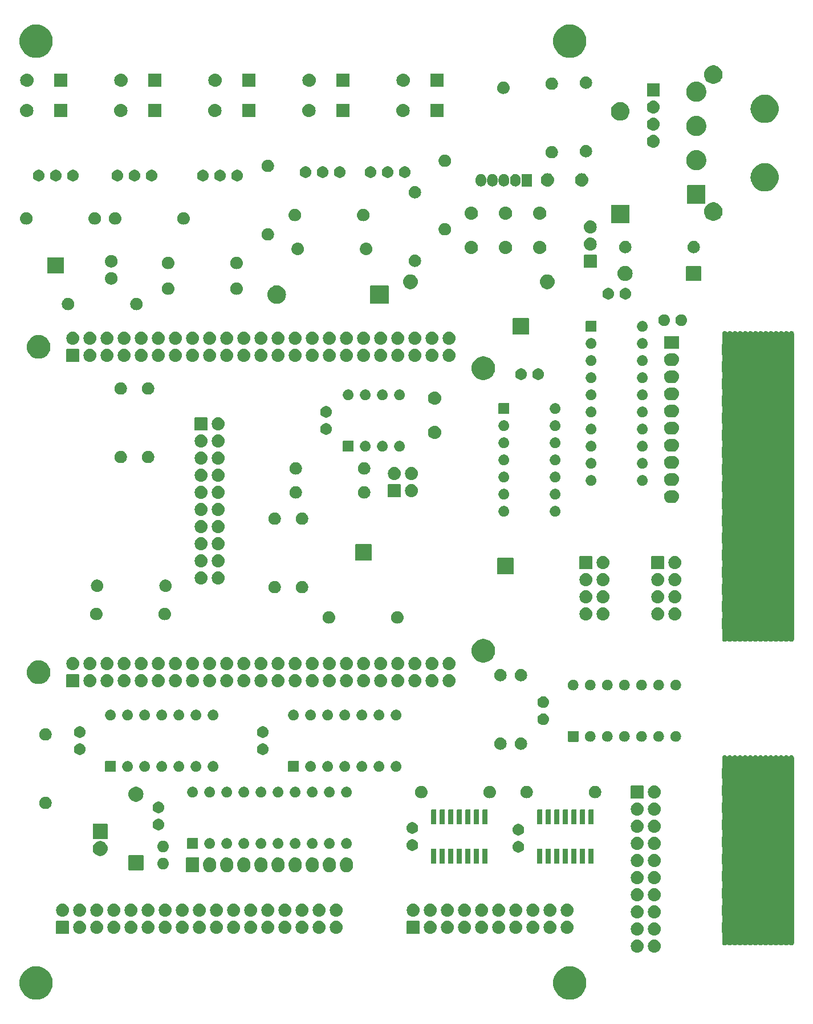
<source format=gts>
%TF.GenerationSoftware,KiCad,Pcbnew,7.0.9-1.fc37*%
%TF.CreationDate,2023-11-18T16:33:54-05:00*%
%TF.ProjectId,top,746f702e-6b69-4636-9164-5f7063625858,D*%
%TF.SameCoordinates,Original*%
%TF.FileFunction,Soldermask,Top*%
%TF.FilePolarity,Negative*%
%FSLAX46Y46*%
G04 Gerber Fmt 4.6, Leading zero omitted, Abs format (unit mm)*
G04 Created by KiCad (PCBNEW 7.0.9-1.fc37) date 2023-11-18 16:33:54*
%MOMM*%
%LPD*%
G01*
G04 APERTURE LIST*
G04 APERTURE END LIST*
G36*
X122638050Y-155428366D02*
G01*
X122939281Y-155505709D01*
X123228442Y-155620196D01*
X123500975Y-155770022D01*
X123752581Y-155952824D01*
X123979291Y-156165719D01*
X124177531Y-156405350D01*
X124344173Y-156667937D01*
X124476591Y-156949340D01*
X124572696Y-157245119D01*
X124630972Y-157550612D01*
X124650500Y-157861000D01*
X124630972Y-158171388D01*
X124572696Y-158476881D01*
X124476591Y-158772660D01*
X124344173Y-159054063D01*
X124177531Y-159316650D01*
X123979291Y-159556281D01*
X123752581Y-159769176D01*
X123500975Y-159951978D01*
X123228442Y-160101804D01*
X122939281Y-160216291D01*
X122638050Y-160293634D01*
X122329501Y-160332613D01*
X122018499Y-160332613D01*
X121709950Y-160293634D01*
X121408719Y-160216291D01*
X121119558Y-160101804D01*
X120847025Y-159951978D01*
X120595419Y-159769176D01*
X120368709Y-159556281D01*
X120170469Y-159316650D01*
X120003827Y-159054063D01*
X119871409Y-158772660D01*
X119775304Y-158476881D01*
X119717028Y-158171388D01*
X119697500Y-157861000D01*
X119717028Y-157550612D01*
X119775304Y-157245119D01*
X119871409Y-156949340D01*
X120003827Y-156667937D01*
X120170469Y-156405350D01*
X120368709Y-156165719D01*
X120595419Y-155952824D01*
X120847025Y-155770022D01*
X121119558Y-155620196D01*
X121408719Y-155505709D01*
X121709950Y-155428366D01*
X122018499Y-155389387D01*
X122329501Y-155389387D01*
X122638050Y-155428366D01*
G37*
G36*
X201886050Y-155428366D02*
G01*
X202187281Y-155505709D01*
X202476442Y-155620196D01*
X202748975Y-155770022D01*
X203000581Y-155952824D01*
X203227291Y-156165719D01*
X203425531Y-156405350D01*
X203592173Y-156667937D01*
X203724591Y-156949340D01*
X203820696Y-157245119D01*
X203878972Y-157550612D01*
X203898500Y-157861000D01*
X203878972Y-158171388D01*
X203820696Y-158476881D01*
X203724591Y-158772660D01*
X203592173Y-159054063D01*
X203425531Y-159316650D01*
X203227291Y-159556281D01*
X203000581Y-159769176D01*
X202748975Y-159951978D01*
X202476442Y-160101804D01*
X202187281Y-160216291D01*
X201886050Y-160293634D01*
X201577501Y-160332613D01*
X201266499Y-160332613D01*
X200957950Y-160293634D01*
X200656719Y-160216291D01*
X200367558Y-160101804D01*
X200095025Y-159951978D01*
X199843419Y-159769176D01*
X199616709Y-159556281D01*
X199418469Y-159316650D01*
X199251827Y-159054063D01*
X199119409Y-158772660D01*
X199023304Y-158476881D01*
X198965028Y-158171388D01*
X198945500Y-157861000D01*
X198965028Y-157550612D01*
X199023304Y-157245119D01*
X199119409Y-156949340D01*
X199251827Y-156667937D01*
X199418469Y-156405350D01*
X199616709Y-156165719D01*
X199843419Y-155952824D01*
X200095025Y-155770022D01*
X200367558Y-155620196D01*
X200656719Y-155505709D01*
X200957950Y-155428366D01*
X201266499Y-155389387D01*
X201577501Y-155389387D01*
X201886050Y-155428366D01*
G37*
G36*
X211643301Y-151453346D02*
G01*
X211824366Y-151508271D01*
X211991236Y-151597466D01*
X212137499Y-151717501D01*
X212257534Y-151863764D01*
X212346729Y-152030634D01*
X212401654Y-152211699D01*
X212420200Y-152400000D01*
X212401654Y-152588301D01*
X212346729Y-152769366D01*
X212257534Y-152936236D01*
X212137499Y-153082499D01*
X211991236Y-153202534D01*
X211824366Y-153291729D01*
X211643301Y-153346654D01*
X211455000Y-153365200D01*
X211266699Y-153346654D01*
X211085634Y-153291729D01*
X210918764Y-153202534D01*
X210772501Y-153082499D01*
X210652466Y-152936236D01*
X210563271Y-152769366D01*
X210508346Y-152588301D01*
X210489800Y-152400000D01*
X210508346Y-152211699D01*
X210563271Y-152030634D01*
X210652466Y-151863764D01*
X210772501Y-151717501D01*
X210918764Y-151597466D01*
X211085634Y-151508271D01*
X211266699Y-151453346D01*
X211455000Y-151434800D01*
X211643301Y-151453346D01*
G37*
G36*
X214183301Y-151453346D02*
G01*
X214364366Y-151508271D01*
X214531236Y-151597466D01*
X214677499Y-151717501D01*
X214797534Y-151863764D01*
X214886729Y-152030634D01*
X214941654Y-152211699D01*
X214960200Y-152400000D01*
X214941654Y-152588301D01*
X214886729Y-152769366D01*
X214797534Y-152936236D01*
X214677499Y-153082499D01*
X214531236Y-153202534D01*
X214364366Y-153291729D01*
X214183301Y-153346654D01*
X213995000Y-153365200D01*
X213806699Y-153346654D01*
X213625634Y-153291729D01*
X213458764Y-153202534D01*
X213312501Y-153082499D01*
X213192466Y-152936236D01*
X213103271Y-152769366D01*
X213048346Y-152588301D01*
X213029800Y-152400000D01*
X213048346Y-152211699D01*
X213103271Y-152030634D01*
X213192466Y-151863764D01*
X213312501Y-151717501D01*
X213458764Y-151597466D01*
X213625634Y-151508271D01*
X213806699Y-151453346D01*
X213995000Y-151434800D01*
X214183301Y-151453346D01*
G37*
G36*
X234385865Y-124060875D02*
G01*
X234433930Y-124064858D01*
X234446883Y-124070539D01*
X234457989Y-124072299D01*
X234501903Y-124094674D01*
X234548787Y-124115240D01*
X234556871Y-124122682D01*
X234564066Y-124126348D01*
X234601287Y-124163569D01*
X234641063Y-124200185D01*
X234644789Y-124207071D01*
X234648251Y-124210533D01*
X234673827Y-124260728D01*
X234700756Y-124310490D01*
X234701522Y-124315084D01*
X234702300Y-124316610D01*
X234712059Y-124378226D01*
X234721400Y-124434200D01*
X234721400Y-151917000D01*
X234716204Y-151979711D01*
X234706527Y-152007895D01*
X234702300Y-152034589D01*
X234687168Y-152064285D01*
X234675479Y-152098336D01*
X234659090Y-152119391D01*
X234648251Y-152140666D01*
X234622453Y-152166463D01*
X234598444Y-152197311D01*
X234578718Y-152210198D01*
X234564066Y-152224851D01*
X234528744Y-152242848D01*
X234493446Y-152265910D01*
X234473639Y-152270925D01*
X234457989Y-152278900D01*
X234415697Y-152285598D01*
X234371863Y-152296699D01*
X234354630Y-152295271D01*
X234340400Y-152297525D01*
X234294946Y-152290325D01*
X234246870Y-152286342D01*
X234233913Y-152280658D01*
X234222810Y-152278900D01*
X234178903Y-152256528D01*
X234132013Y-152235960D01*
X234123927Y-152228516D01*
X234116733Y-152224851D01*
X234079512Y-152187630D01*
X234039737Y-152151015D01*
X234036010Y-152144128D01*
X234032548Y-152140666D01*
X234006965Y-152090457D01*
X233981243Y-152042926D01*
X233936053Y-152042926D01*
X233925167Y-152064289D01*
X233913479Y-152098336D01*
X233897091Y-152119390D01*
X233886251Y-152140666D01*
X233860453Y-152166463D01*
X233836444Y-152197311D01*
X233816718Y-152210198D01*
X233802066Y-152224851D01*
X233766744Y-152242848D01*
X233731446Y-152265910D01*
X233711639Y-152270925D01*
X233695989Y-152278900D01*
X233653697Y-152285598D01*
X233609863Y-152296699D01*
X233592630Y-152295271D01*
X233578400Y-152297525D01*
X233532946Y-152290325D01*
X233484870Y-152286342D01*
X233471913Y-152280658D01*
X233460810Y-152278900D01*
X233416903Y-152256528D01*
X233370013Y-152235960D01*
X233361927Y-152228516D01*
X233354733Y-152224851D01*
X233317512Y-152187630D01*
X233277737Y-152151015D01*
X233274010Y-152144128D01*
X233270548Y-152140666D01*
X233244965Y-152090457D01*
X233219243Y-152042926D01*
X233174053Y-152042926D01*
X233163167Y-152064289D01*
X233151479Y-152098336D01*
X233135091Y-152119390D01*
X233124251Y-152140666D01*
X233098453Y-152166463D01*
X233074444Y-152197311D01*
X233054718Y-152210198D01*
X233040066Y-152224851D01*
X233004744Y-152242848D01*
X232969446Y-152265910D01*
X232949639Y-152270925D01*
X232933989Y-152278900D01*
X232891697Y-152285598D01*
X232847863Y-152296699D01*
X232830630Y-152295271D01*
X232816400Y-152297525D01*
X232770946Y-152290325D01*
X232722870Y-152286342D01*
X232709913Y-152280658D01*
X232698810Y-152278900D01*
X232654903Y-152256528D01*
X232608013Y-152235960D01*
X232599927Y-152228516D01*
X232592733Y-152224851D01*
X232555512Y-152187630D01*
X232515737Y-152151015D01*
X232512010Y-152144128D01*
X232508548Y-152140666D01*
X232482965Y-152090457D01*
X232457243Y-152042926D01*
X232412053Y-152042926D01*
X232401167Y-152064289D01*
X232389479Y-152098336D01*
X232373091Y-152119390D01*
X232362251Y-152140666D01*
X232336453Y-152166463D01*
X232312444Y-152197311D01*
X232292718Y-152210198D01*
X232278066Y-152224851D01*
X232242744Y-152242848D01*
X232207446Y-152265910D01*
X232187639Y-152270925D01*
X232171989Y-152278900D01*
X232129697Y-152285598D01*
X232085863Y-152296699D01*
X232068630Y-152295271D01*
X232054400Y-152297525D01*
X232008946Y-152290325D01*
X231960870Y-152286342D01*
X231947913Y-152280658D01*
X231936810Y-152278900D01*
X231892903Y-152256528D01*
X231846013Y-152235960D01*
X231837927Y-152228516D01*
X231830733Y-152224851D01*
X231793512Y-152187630D01*
X231753737Y-152151015D01*
X231750010Y-152144128D01*
X231746548Y-152140666D01*
X231720965Y-152090457D01*
X231695243Y-152042926D01*
X231650053Y-152042926D01*
X231639167Y-152064289D01*
X231627479Y-152098336D01*
X231611091Y-152119390D01*
X231600251Y-152140666D01*
X231574453Y-152166463D01*
X231550444Y-152197311D01*
X231530718Y-152210198D01*
X231516066Y-152224851D01*
X231480744Y-152242848D01*
X231445446Y-152265910D01*
X231425639Y-152270925D01*
X231409989Y-152278900D01*
X231367697Y-152285598D01*
X231323863Y-152296699D01*
X231306630Y-152295271D01*
X231292400Y-152297525D01*
X231246946Y-152290325D01*
X231198870Y-152286342D01*
X231185913Y-152280658D01*
X231174810Y-152278900D01*
X231130903Y-152256528D01*
X231084013Y-152235960D01*
X231075927Y-152228516D01*
X231068733Y-152224851D01*
X231031512Y-152187630D01*
X230991737Y-152151015D01*
X230988010Y-152144128D01*
X230984548Y-152140666D01*
X230958965Y-152090457D01*
X230933243Y-152042926D01*
X230888053Y-152042926D01*
X230877167Y-152064289D01*
X230865479Y-152098336D01*
X230849091Y-152119390D01*
X230838251Y-152140666D01*
X230812453Y-152166463D01*
X230788444Y-152197311D01*
X230768718Y-152210198D01*
X230754066Y-152224851D01*
X230718744Y-152242848D01*
X230683446Y-152265910D01*
X230663639Y-152270925D01*
X230647989Y-152278900D01*
X230605697Y-152285598D01*
X230561863Y-152296699D01*
X230544630Y-152295271D01*
X230530400Y-152297525D01*
X230484946Y-152290325D01*
X230436870Y-152286342D01*
X230423913Y-152280658D01*
X230412810Y-152278900D01*
X230368903Y-152256528D01*
X230322013Y-152235960D01*
X230313927Y-152228516D01*
X230306733Y-152224851D01*
X230269512Y-152187630D01*
X230229737Y-152151015D01*
X230226010Y-152144128D01*
X230222548Y-152140666D01*
X230196965Y-152090457D01*
X230171243Y-152042926D01*
X230126053Y-152042926D01*
X230115167Y-152064289D01*
X230103479Y-152098336D01*
X230087091Y-152119390D01*
X230076251Y-152140666D01*
X230050453Y-152166463D01*
X230026444Y-152197311D01*
X230006718Y-152210198D01*
X229992066Y-152224851D01*
X229956744Y-152242848D01*
X229921446Y-152265910D01*
X229901639Y-152270925D01*
X229885989Y-152278900D01*
X229843697Y-152285598D01*
X229799863Y-152296699D01*
X229782630Y-152295271D01*
X229768400Y-152297525D01*
X229722946Y-152290325D01*
X229674870Y-152286342D01*
X229661913Y-152280658D01*
X229650810Y-152278900D01*
X229606903Y-152256528D01*
X229560013Y-152235960D01*
X229551927Y-152228516D01*
X229544733Y-152224851D01*
X229507512Y-152187630D01*
X229467737Y-152151015D01*
X229464010Y-152144128D01*
X229460548Y-152140666D01*
X229434965Y-152090457D01*
X229409243Y-152042926D01*
X229364053Y-152042926D01*
X229353167Y-152064289D01*
X229341479Y-152098336D01*
X229325091Y-152119390D01*
X229314251Y-152140666D01*
X229288453Y-152166463D01*
X229264444Y-152197311D01*
X229244718Y-152210198D01*
X229230066Y-152224851D01*
X229194744Y-152242848D01*
X229159446Y-152265910D01*
X229139639Y-152270925D01*
X229123989Y-152278900D01*
X229081697Y-152285598D01*
X229037863Y-152296699D01*
X229020630Y-152295271D01*
X229006400Y-152297525D01*
X228960946Y-152290325D01*
X228912870Y-152286342D01*
X228899913Y-152280658D01*
X228888810Y-152278900D01*
X228844903Y-152256528D01*
X228798013Y-152235960D01*
X228789927Y-152228516D01*
X228782733Y-152224851D01*
X228745512Y-152187630D01*
X228705737Y-152151015D01*
X228702010Y-152144128D01*
X228698548Y-152140666D01*
X228672965Y-152090457D01*
X228647243Y-152042926D01*
X228602053Y-152042926D01*
X228591167Y-152064289D01*
X228579479Y-152098336D01*
X228563091Y-152119390D01*
X228552251Y-152140666D01*
X228526453Y-152166463D01*
X228502444Y-152197311D01*
X228482718Y-152210198D01*
X228468066Y-152224851D01*
X228432744Y-152242848D01*
X228397446Y-152265910D01*
X228377639Y-152270925D01*
X228361989Y-152278900D01*
X228319697Y-152285598D01*
X228275863Y-152296699D01*
X228258630Y-152295271D01*
X228244400Y-152297525D01*
X228198946Y-152290325D01*
X228150870Y-152286342D01*
X228137913Y-152280658D01*
X228126810Y-152278900D01*
X228082903Y-152256528D01*
X228036013Y-152235960D01*
X228027927Y-152228516D01*
X228020733Y-152224851D01*
X227983512Y-152187630D01*
X227943737Y-152151015D01*
X227940010Y-152144128D01*
X227936548Y-152140666D01*
X227910965Y-152090457D01*
X227885243Y-152042926D01*
X227840053Y-152042926D01*
X227829167Y-152064289D01*
X227817479Y-152098336D01*
X227801091Y-152119390D01*
X227790251Y-152140666D01*
X227764453Y-152166463D01*
X227740444Y-152197311D01*
X227720718Y-152210198D01*
X227706066Y-152224851D01*
X227670744Y-152242848D01*
X227635446Y-152265910D01*
X227615639Y-152270925D01*
X227599989Y-152278900D01*
X227557697Y-152285598D01*
X227513863Y-152296699D01*
X227496630Y-152295271D01*
X227482400Y-152297525D01*
X227436946Y-152290325D01*
X227388870Y-152286342D01*
X227375913Y-152280658D01*
X227364810Y-152278900D01*
X227320903Y-152256528D01*
X227274013Y-152235960D01*
X227265927Y-152228516D01*
X227258733Y-152224851D01*
X227221512Y-152187630D01*
X227181737Y-152151015D01*
X227178010Y-152144128D01*
X227174548Y-152140666D01*
X227148965Y-152090457D01*
X227123243Y-152042926D01*
X227078053Y-152042926D01*
X227067167Y-152064289D01*
X227055479Y-152098336D01*
X227039091Y-152119390D01*
X227028251Y-152140666D01*
X227002453Y-152166463D01*
X226978444Y-152197311D01*
X226958718Y-152210198D01*
X226944066Y-152224851D01*
X226908744Y-152242848D01*
X226873446Y-152265910D01*
X226853639Y-152270925D01*
X226837989Y-152278900D01*
X226795697Y-152285598D01*
X226751863Y-152296699D01*
X226734630Y-152295271D01*
X226720400Y-152297525D01*
X226674946Y-152290325D01*
X226626870Y-152286342D01*
X226613913Y-152280658D01*
X226602810Y-152278900D01*
X226558903Y-152256528D01*
X226512013Y-152235960D01*
X226503927Y-152228516D01*
X226496733Y-152224851D01*
X226459512Y-152187630D01*
X226419737Y-152151015D01*
X226416010Y-152144128D01*
X226412548Y-152140666D01*
X226386965Y-152090457D01*
X226361243Y-152042926D01*
X226316053Y-152042926D01*
X226305167Y-152064289D01*
X226293479Y-152098336D01*
X226277091Y-152119390D01*
X226266251Y-152140666D01*
X226240453Y-152166463D01*
X226216444Y-152197311D01*
X226196718Y-152210198D01*
X226182066Y-152224851D01*
X226146744Y-152242848D01*
X226111446Y-152265910D01*
X226091639Y-152270925D01*
X226075989Y-152278900D01*
X226033697Y-152285598D01*
X225989863Y-152296699D01*
X225972630Y-152295271D01*
X225958400Y-152297525D01*
X225912946Y-152290325D01*
X225864870Y-152286342D01*
X225851913Y-152280658D01*
X225840810Y-152278900D01*
X225796903Y-152256528D01*
X225750013Y-152235960D01*
X225741927Y-152228516D01*
X225734733Y-152224851D01*
X225697512Y-152187630D01*
X225657737Y-152151015D01*
X225654010Y-152144128D01*
X225650548Y-152140666D01*
X225624965Y-152090457D01*
X225599243Y-152042926D01*
X225554053Y-152042926D01*
X225543167Y-152064289D01*
X225531479Y-152098336D01*
X225515091Y-152119390D01*
X225504251Y-152140666D01*
X225478453Y-152166463D01*
X225454444Y-152197311D01*
X225434718Y-152210198D01*
X225420066Y-152224851D01*
X225384744Y-152242848D01*
X225349446Y-152265910D01*
X225329639Y-152270925D01*
X225313989Y-152278900D01*
X225271697Y-152285598D01*
X225227863Y-152296699D01*
X225210630Y-152295271D01*
X225196400Y-152297525D01*
X225150946Y-152290325D01*
X225102870Y-152286342D01*
X225089913Y-152280658D01*
X225078810Y-152278900D01*
X225034903Y-152256528D01*
X224988013Y-152235960D01*
X224979927Y-152228516D01*
X224972733Y-152224851D01*
X224935512Y-152187630D01*
X224895737Y-152151015D01*
X224892010Y-152144128D01*
X224888548Y-152140666D01*
X224862965Y-152090457D01*
X224837243Y-152042926D01*
X224792053Y-152042926D01*
X224781167Y-152064289D01*
X224769479Y-152098336D01*
X224753091Y-152119390D01*
X224742251Y-152140666D01*
X224716453Y-152166463D01*
X224692444Y-152197311D01*
X224672718Y-152210198D01*
X224658066Y-152224851D01*
X224622744Y-152242848D01*
X224587446Y-152265910D01*
X224567639Y-152270925D01*
X224551989Y-152278900D01*
X224509697Y-152285598D01*
X224465863Y-152296699D01*
X224448630Y-152295271D01*
X224434400Y-152297525D01*
X224388946Y-152290325D01*
X224340870Y-152286342D01*
X224327913Y-152280658D01*
X224316810Y-152278900D01*
X224272903Y-152256528D01*
X224226013Y-152235960D01*
X224217927Y-152228516D01*
X224210733Y-152224851D01*
X224173512Y-152187630D01*
X224133737Y-152151015D01*
X224130010Y-152144128D01*
X224126548Y-152140666D01*
X224100964Y-152090455D01*
X224074044Y-152040710D01*
X224073277Y-152036116D01*
X224072499Y-152034589D01*
X224062734Y-151972934D01*
X224053400Y-151917000D01*
X224053400Y-150405907D01*
X224045780Y-150367600D01*
X224045780Y-148843600D01*
X224053400Y-148805292D01*
X224053400Y-147865907D01*
X224045780Y-147827600D01*
X224045780Y-146303600D01*
X224053400Y-146265292D01*
X224053400Y-145325907D01*
X224045780Y-145287600D01*
X224045780Y-143763600D01*
X224053400Y-143725292D01*
X224053400Y-142785907D01*
X224045780Y-142747600D01*
X224045780Y-141223600D01*
X224053400Y-141185292D01*
X224053400Y-140245907D01*
X224045780Y-140207600D01*
X224045780Y-138683600D01*
X224053400Y-138645292D01*
X224053400Y-137705907D01*
X224045780Y-137667600D01*
X224045780Y-136143600D01*
X224053400Y-136105292D01*
X224053400Y-135165907D01*
X224045780Y-135127600D01*
X224045780Y-133603600D01*
X224053400Y-133565292D01*
X224053400Y-132625907D01*
X224045780Y-132587600D01*
X224045780Y-131063600D01*
X224053400Y-131025292D01*
X224053400Y-130085907D01*
X224045780Y-130047600D01*
X224045780Y-128523600D01*
X224053400Y-128485292D01*
X224053400Y-127545907D01*
X224045780Y-127507600D01*
X224045780Y-125983600D01*
X224053400Y-125945292D01*
X224053400Y-124437198D01*
X224053400Y-124434200D01*
X224058596Y-124371489D01*
X224068270Y-124343309D01*
X224072499Y-124316610D01*
X224087634Y-124286905D01*
X224099321Y-124252864D01*
X224115704Y-124231814D01*
X224126548Y-124210533D01*
X224152353Y-124184727D01*
X224176356Y-124153889D01*
X224196075Y-124141005D01*
X224210733Y-124126348D01*
X224246066Y-124108344D01*
X224281354Y-124085290D01*
X224301154Y-124080275D01*
X224316810Y-124072299D01*
X224359113Y-124065598D01*
X224402937Y-124054501D01*
X224420165Y-124055928D01*
X224434400Y-124053674D01*
X224479865Y-124060875D01*
X224527930Y-124064858D01*
X224540883Y-124070539D01*
X224551989Y-124072299D01*
X224595903Y-124094674D01*
X224642787Y-124115240D01*
X224650871Y-124122682D01*
X224658066Y-124126348D01*
X224695287Y-124163569D01*
X224735063Y-124200185D01*
X224738789Y-124207071D01*
X224742251Y-124210533D01*
X224767835Y-124260743D01*
X224793556Y-124308273D01*
X224838747Y-124308273D01*
X224849634Y-124286905D01*
X224861321Y-124252864D01*
X224877704Y-124231814D01*
X224888548Y-124210533D01*
X224914353Y-124184727D01*
X224938356Y-124153889D01*
X224958075Y-124141005D01*
X224972733Y-124126348D01*
X225008066Y-124108344D01*
X225043354Y-124085290D01*
X225063154Y-124080275D01*
X225078810Y-124072299D01*
X225121113Y-124065598D01*
X225164937Y-124054501D01*
X225182165Y-124055928D01*
X225196400Y-124053674D01*
X225241865Y-124060875D01*
X225289930Y-124064858D01*
X225302883Y-124070539D01*
X225313989Y-124072299D01*
X225357903Y-124094674D01*
X225404787Y-124115240D01*
X225412871Y-124122682D01*
X225420066Y-124126348D01*
X225457287Y-124163569D01*
X225497063Y-124200185D01*
X225500789Y-124207071D01*
X225504251Y-124210533D01*
X225529835Y-124260743D01*
X225555556Y-124308273D01*
X225600747Y-124308273D01*
X225611634Y-124286905D01*
X225623321Y-124252864D01*
X225639704Y-124231814D01*
X225650548Y-124210533D01*
X225676353Y-124184727D01*
X225700356Y-124153889D01*
X225720075Y-124141005D01*
X225734733Y-124126348D01*
X225770066Y-124108344D01*
X225805354Y-124085290D01*
X225825154Y-124080275D01*
X225840810Y-124072299D01*
X225883113Y-124065598D01*
X225926937Y-124054501D01*
X225944165Y-124055928D01*
X225958400Y-124053674D01*
X226003865Y-124060875D01*
X226051930Y-124064858D01*
X226064883Y-124070539D01*
X226075989Y-124072299D01*
X226119903Y-124094674D01*
X226166787Y-124115240D01*
X226174871Y-124122682D01*
X226182066Y-124126348D01*
X226219287Y-124163569D01*
X226259063Y-124200185D01*
X226262789Y-124207071D01*
X226266251Y-124210533D01*
X226291835Y-124260743D01*
X226317556Y-124308273D01*
X226362747Y-124308273D01*
X226373634Y-124286905D01*
X226385321Y-124252864D01*
X226401704Y-124231814D01*
X226412548Y-124210533D01*
X226438353Y-124184727D01*
X226462356Y-124153889D01*
X226482075Y-124141005D01*
X226496733Y-124126348D01*
X226532066Y-124108344D01*
X226567354Y-124085290D01*
X226587154Y-124080275D01*
X226602810Y-124072299D01*
X226645113Y-124065598D01*
X226688937Y-124054501D01*
X226706165Y-124055928D01*
X226720400Y-124053674D01*
X226765865Y-124060875D01*
X226813930Y-124064858D01*
X226826883Y-124070539D01*
X226837989Y-124072299D01*
X226881903Y-124094674D01*
X226928787Y-124115240D01*
X226936871Y-124122682D01*
X226944066Y-124126348D01*
X226981287Y-124163569D01*
X227021063Y-124200185D01*
X227024789Y-124207071D01*
X227028251Y-124210533D01*
X227053835Y-124260743D01*
X227079556Y-124308273D01*
X227124747Y-124308273D01*
X227135634Y-124286905D01*
X227147321Y-124252864D01*
X227163704Y-124231814D01*
X227174548Y-124210533D01*
X227200353Y-124184727D01*
X227224356Y-124153889D01*
X227244075Y-124141005D01*
X227258733Y-124126348D01*
X227294066Y-124108344D01*
X227329354Y-124085290D01*
X227349154Y-124080275D01*
X227364810Y-124072299D01*
X227407113Y-124065598D01*
X227450937Y-124054501D01*
X227468165Y-124055928D01*
X227482400Y-124053674D01*
X227527865Y-124060875D01*
X227575930Y-124064858D01*
X227588883Y-124070539D01*
X227599989Y-124072299D01*
X227643903Y-124094674D01*
X227690787Y-124115240D01*
X227698871Y-124122682D01*
X227706066Y-124126348D01*
X227743287Y-124163569D01*
X227783063Y-124200185D01*
X227786789Y-124207071D01*
X227790251Y-124210533D01*
X227815835Y-124260743D01*
X227841556Y-124308273D01*
X227886747Y-124308273D01*
X227897634Y-124286905D01*
X227909321Y-124252864D01*
X227925704Y-124231814D01*
X227936548Y-124210533D01*
X227962353Y-124184727D01*
X227986356Y-124153889D01*
X228006075Y-124141005D01*
X228020733Y-124126348D01*
X228056066Y-124108344D01*
X228091354Y-124085290D01*
X228111154Y-124080275D01*
X228126810Y-124072299D01*
X228169113Y-124065598D01*
X228212937Y-124054501D01*
X228230165Y-124055928D01*
X228244400Y-124053674D01*
X228289865Y-124060875D01*
X228337930Y-124064858D01*
X228350883Y-124070539D01*
X228361989Y-124072299D01*
X228405903Y-124094674D01*
X228452787Y-124115240D01*
X228460871Y-124122682D01*
X228468066Y-124126348D01*
X228505287Y-124163569D01*
X228545063Y-124200185D01*
X228548789Y-124207071D01*
X228552251Y-124210533D01*
X228577835Y-124260743D01*
X228603556Y-124308273D01*
X228648747Y-124308273D01*
X228659634Y-124286905D01*
X228671321Y-124252864D01*
X228687704Y-124231814D01*
X228698548Y-124210533D01*
X228724353Y-124184727D01*
X228748356Y-124153889D01*
X228768075Y-124141005D01*
X228782733Y-124126348D01*
X228818066Y-124108344D01*
X228853354Y-124085290D01*
X228873154Y-124080275D01*
X228888810Y-124072299D01*
X228931113Y-124065598D01*
X228974937Y-124054501D01*
X228992165Y-124055928D01*
X229006400Y-124053674D01*
X229051865Y-124060875D01*
X229099930Y-124064858D01*
X229112883Y-124070539D01*
X229123989Y-124072299D01*
X229167903Y-124094674D01*
X229214787Y-124115240D01*
X229222871Y-124122682D01*
X229230066Y-124126348D01*
X229267287Y-124163569D01*
X229307063Y-124200185D01*
X229310789Y-124207071D01*
X229314251Y-124210533D01*
X229339835Y-124260743D01*
X229365556Y-124308273D01*
X229410747Y-124308273D01*
X229421634Y-124286905D01*
X229433321Y-124252864D01*
X229449704Y-124231814D01*
X229460548Y-124210533D01*
X229486353Y-124184727D01*
X229510356Y-124153889D01*
X229530075Y-124141005D01*
X229544733Y-124126348D01*
X229580066Y-124108344D01*
X229615354Y-124085290D01*
X229635154Y-124080275D01*
X229650810Y-124072299D01*
X229693113Y-124065598D01*
X229736937Y-124054501D01*
X229754165Y-124055928D01*
X229768400Y-124053674D01*
X229813865Y-124060875D01*
X229861930Y-124064858D01*
X229874883Y-124070539D01*
X229885989Y-124072299D01*
X229929903Y-124094674D01*
X229976787Y-124115240D01*
X229984871Y-124122682D01*
X229992066Y-124126348D01*
X230029287Y-124163569D01*
X230069063Y-124200185D01*
X230072789Y-124207071D01*
X230076251Y-124210533D01*
X230101835Y-124260743D01*
X230127556Y-124308273D01*
X230172747Y-124308273D01*
X230183634Y-124286905D01*
X230195321Y-124252864D01*
X230211704Y-124231814D01*
X230222548Y-124210533D01*
X230248353Y-124184727D01*
X230272356Y-124153889D01*
X230292075Y-124141005D01*
X230306733Y-124126348D01*
X230342066Y-124108344D01*
X230377354Y-124085290D01*
X230397154Y-124080275D01*
X230412810Y-124072299D01*
X230455113Y-124065598D01*
X230498937Y-124054501D01*
X230516165Y-124055928D01*
X230530400Y-124053674D01*
X230575865Y-124060875D01*
X230623930Y-124064858D01*
X230636883Y-124070539D01*
X230647989Y-124072299D01*
X230691903Y-124094674D01*
X230738787Y-124115240D01*
X230746871Y-124122682D01*
X230754066Y-124126348D01*
X230791287Y-124163569D01*
X230831063Y-124200185D01*
X230834789Y-124207071D01*
X230838251Y-124210533D01*
X230863835Y-124260743D01*
X230889556Y-124308273D01*
X230934747Y-124308273D01*
X230945634Y-124286905D01*
X230957321Y-124252864D01*
X230973704Y-124231814D01*
X230984548Y-124210533D01*
X231010353Y-124184727D01*
X231034356Y-124153889D01*
X231054075Y-124141005D01*
X231068733Y-124126348D01*
X231104066Y-124108344D01*
X231139354Y-124085290D01*
X231159154Y-124080275D01*
X231174810Y-124072299D01*
X231217113Y-124065598D01*
X231260937Y-124054501D01*
X231278165Y-124055928D01*
X231292400Y-124053674D01*
X231337865Y-124060875D01*
X231385930Y-124064858D01*
X231398883Y-124070539D01*
X231409989Y-124072299D01*
X231453903Y-124094674D01*
X231500787Y-124115240D01*
X231508871Y-124122682D01*
X231516066Y-124126348D01*
X231553287Y-124163569D01*
X231593063Y-124200185D01*
X231596789Y-124207071D01*
X231600251Y-124210533D01*
X231625835Y-124260743D01*
X231651556Y-124308273D01*
X231696747Y-124308273D01*
X231707634Y-124286905D01*
X231719321Y-124252864D01*
X231735704Y-124231814D01*
X231746548Y-124210533D01*
X231772353Y-124184727D01*
X231796356Y-124153889D01*
X231816075Y-124141005D01*
X231830733Y-124126348D01*
X231866066Y-124108344D01*
X231901354Y-124085290D01*
X231921154Y-124080275D01*
X231936810Y-124072299D01*
X231979113Y-124065598D01*
X232022937Y-124054501D01*
X232040165Y-124055928D01*
X232054400Y-124053674D01*
X232099865Y-124060875D01*
X232147930Y-124064858D01*
X232160883Y-124070539D01*
X232171989Y-124072299D01*
X232215903Y-124094674D01*
X232262787Y-124115240D01*
X232270871Y-124122682D01*
X232278066Y-124126348D01*
X232315287Y-124163569D01*
X232355063Y-124200185D01*
X232358789Y-124207071D01*
X232362251Y-124210533D01*
X232387835Y-124260743D01*
X232413556Y-124308273D01*
X232458747Y-124308273D01*
X232469634Y-124286905D01*
X232481321Y-124252864D01*
X232497704Y-124231814D01*
X232508548Y-124210533D01*
X232534353Y-124184727D01*
X232558356Y-124153889D01*
X232578075Y-124141005D01*
X232592733Y-124126348D01*
X232628066Y-124108344D01*
X232663354Y-124085290D01*
X232683154Y-124080275D01*
X232698810Y-124072299D01*
X232741113Y-124065598D01*
X232784937Y-124054501D01*
X232802165Y-124055928D01*
X232816400Y-124053674D01*
X232861865Y-124060875D01*
X232909930Y-124064858D01*
X232922883Y-124070539D01*
X232933989Y-124072299D01*
X232977903Y-124094674D01*
X233024787Y-124115240D01*
X233032871Y-124122682D01*
X233040066Y-124126348D01*
X233077287Y-124163569D01*
X233117063Y-124200185D01*
X233120789Y-124207071D01*
X233124251Y-124210533D01*
X233149835Y-124260743D01*
X233175556Y-124308273D01*
X233220747Y-124308273D01*
X233231634Y-124286905D01*
X233243321Y-124252864D01*
X233259704Y-124231814D01*
X233270548Y-124210533D01*
X233296353Y-124184727D01*
X233320356Y-124153889D01*
X233340075Y-124141005D01*
X233354733Y-124126348D01*
X233390066Y-124108344D01*
X233425354Y-124085290D01*
X233445154Y-124080275D01*
X233460810Y-124072299D01*
X233503113Y-124065598D01*
X233546937Y-124054501D01*
X233564165Y-124055928D01*
X233578400Y-124053674D01*
X233623865Y-124060875D01*
X233671930Y-124064858D01*
X233684883Y-124070539D01*
X233695989Y-124072299D01*
X233739903Y-124094674D01*
X233786787Y-124115240D01*
X233794871Y-124122682D01*
X233802066Y-124126348D01*
X233839287Y-124163569D01*
X233879063Y-124200185D01*
X233882789Y-124207071D01*
X233886251Y-124210533D01*
X233911835Y-124260743D01*
X233937556Y-124308273D01*
X233982747Y-124308273D01*
X233993634Y-124286905D01*
X234005321Y-124252864D01*
X234021704Y-124231814D01*
X234032548Y-124210533D01*
X234058353Y-124184727D01*
X234082356Y-124153889D01*
X234102075Y-124141005D01*
X234116733Y-124126348D01*
X234152066Y-124108344D01*
X234187354Y-124085290D01*
X234207154Y-124080275D01*
X234222810Y-124072299D01*
X234265113Y-124065598D01*
X234308937Y-124054501D01*
X234326165Y-124055928D01*
X234340400Y-124053674D01*
X234385865Y-124060875D01*
G37*
G36*
X211643301Y-148913346D02*
G01*
X211824366Y-148968271D01*
X211991236Y-149057466D01*
X212137499Y-149177501D01*
X212257534Y-149323764D01*
X212346729Y-149490634D01*
X212401654Y-149671699D01*
X212420200Y-149860000D01*
X212401654Y-150048301D01*
X212346729Y-150229366D01*
X212257534Y-150396236D01*
X212137499Y-150542499D01*
X211991236Y-150662534D01*
X211824366Y-150751729D01*
X211643301Y-150806654D01*
X211455000Y-150825200D01*
X211266699Y-150806654D01*
X211085634Y-150751729D01*
X210918764Y-150662534D01*
X210772501Y-150542499D01*
X210652466Y-150396236D01*
X210563271Y-150229366D01*
X210508346Y-150048301D01*
X210489800Y-149860000D01*
X210508346Y-149671699D01*
X210563271Y-149490634D01*
X210652466Y-149323764D01*
X210772501Y-149177501D01*
X210918764Y-149057466D01*
X211085634Y-148968271D01*
X211266699Y-148913346D01*
X211455000Y-148894800D01*
X211643301Y-148913346D01*
G37*
G36*
X214183301Y-148913346D02*
G01*
X214364366Y-148968271D01*
X214531236Y-149057466D01*
X214677499Y-149177501D01*
X214797534Y-149323764D01*
X214886729Y-149490634D01*
X214941654Y-149671699D01*
X214960200Y-149860000D01*
X214941654Y-150048301D01*
X214886729Y-150229366D01*
X214797534Y-150396236D01*
X214677499Y-150542499D01*
X214531236Y-150662534D01*
X214364366Y-150751729D01*
X214183301Y-150806654D01*
X213995000Y-150825200D01*
X213806699Y-150806654D01*
X213625634Y-150751729D01*
X213458764Y-150662534D01*
X213312501Y-150542499D01*
X213192466Y-150396236D01*
X213103271Y-150229366D01*
X213048346Y-150048301D01*
X213029800Y-149860000D01*
X213048346Y-149671699D01*
X213103271Y-149490634D01*
X213192466Y-149323764D01*
X213312501Y-149177501D01*
X213458764Y-149057466D01*
X213625634Y-148968271D01*
X213806699Y-148913346D01*
X213995000Y-148894800D01*
X214183301Y-148913346D01*
G37*
G36*
X127013481Y-148648534D02*
G01*
X127046442Y-148670558D01*
X127068466Y-148703519D01*
X127076200Y-148742400D01*
X127076200Y-150469600D01*
X127068466Y-150508481D01*
X127046442Y-150541442D01*
X127013481Y-150563466D01*
X126974600Y-150571200D01*
X125247400Y-150571200D01*
X125208519Y-150563466D01*
X125175558Y-150541442D01*
X125153534Y-150508481D01*
X125145800Y-150469600D01*
X125145800Y-148742400D01*
X125153534Y-148703519D01*
X125175558Y-148670558D01*
X125208519Y-148648534D01*
X125247400Y-148640800D01*
X126974600Y-148640800D01*
X127013481Y-148648534D01*
G37*
G36*
X128839301Y-148659346D02*
G01*
X129020366Y-148714271D01*
X129187236Y-148803466D01*
X129333499Y-148923501D01*
X129453534Y-149069764D01*
X129542729Y-149236634D01*
X129597654Y-149417699D01*
X129616200Y-149606000D01*
X129597654Y-149794301D01*
X129542729Y-149975366D01*
X129453534Y-150142236D01*
X129333499Y-150288499D01*
X129187236Y-150408534D01*
X129020366Y-150497729D01*
X128839301Y-150552654D01*
X128651000Y-150571200D01*
X128462699Y-150552654D01*
X128281634Y-150497729D01*
X128114764Y-150408534D01*
X127968501Y-150288499D01*
X127848466Y-150142236D01*
X127759271Y-149975366D01*
X127704346Y-149794301D01*
X127685800Y-149606000D01*
X127704346Y-149417699D01*
X127759271Y-149236634D01*
X127848466Y-149069764D01*
X127968501Y-148923501D01*
X128114764Y-148803466D01*
X128281634Y-148714271D01*
X128462699Y-148659346D01*
X128651000Y-148640800D01*
X128839301Y-148659346D01*
G37*
G36*
X131379301Y-148659346D02*
G01*
X131560366Y-148714271D01*
X131727236Y-148803466D01*
X131873499Y-148923501D01*
X131993534Y-149069764D01*
X132082729Y-149236634D01*
X132137654Y-149417699D01*
X132156200Y-149606000D01*
X132137654Y-149794301D01*
X132082729Y-149975366D01*
X131993534Y-150142236D01*
X131873499Y-150288499D01*
X131727236Y-150408534D01*
X131560366Y-150497729D01*
X131379301Y-150552654D01*
X131191000Y-150571200D01*
X131002699Y-150552654D01*
X130821634Y-150497729D01*
X130654764Y-150408534D01*
X130508501Y-150288499D01*
X130388466Y-150142236D01*
X130299271Y-149975366D01*
X130244346Y-149794301D01*
X130225800Y-149606000D01*
X130244346Y-149417699D01*
X130299271Y-149236634D01*
X130388466Y-149069764D01*
X130508501Y-148923501D01*
X130654764Y-148803466D01*
X130821634Y-148714271D01*
X131002699Y-148659346D01*
X131191000Y-148640800D01*
X131379301Y-148659346D01*
G37*
G36*
X133919301Y-148659346D02*
G01*
X134100366Y-148714271D01*
X134267236Y-148803466D01*
X134413499Y-148923501D01*
X134533534Y-149069764D01*
X134622729Y-149236634D01*
X134677654Y-149417699D01*
X134696200Y-149606000D01*
X134677654Y-149794301D01*
X134622729Y-149975366D01*
X134533534Y-150142236D01*
X134413499Y-150288499D01*
X134267236Y-150408534D01*
X134100366Y-150497729D01*
X133919301Y-150552654D01*
X133731000Y-150571200D01*
X133542699Y-150552654D01*
X133361634Y-150497729D01*
X133194764Y-150408534D01*
X133048501Y-150288499D01*
X132928466Y-150142236D01*
X132839271Y-149975366D01*
X132784346Y-149794301D01*
X132765800Y-149606000D01*
X132784346Y-149417699D01*
X132839271Y-149236634D01*
X132928466Y-149069764D01*
X133048501Y-148923501D01*
X133194764Y-148803466D01*
X133361634Y-148714271D01*
X133542699Y-148659346D01*
X133731000Y-148640800D01*
X133919301Y-148659346D01*
G37*
G36*
X136459301Y-148659346D02*
G01*
X136640366Y-148714271D01*
X136807236Y-148803466D01*
X136953499Y-148923501D01*
X137073534Y-149069764D01*
X137162729Y-149236634D01*
X137217654Y-149417699D01*
X137236200Y-149606000D01*
X137217654Y-149794301D01*
X137162729Y-149975366D01*
X137073534Y-150142236D01*
X136953499Y-150288499D01*
X136807236Y-150408534D01*
X136640366Y-150497729D01*
X136459301Y-150552654D01*
X136271000Y-150571200D01*
X136082699Y-150552654D01*
X135901634Y-150497729D01*
X135734764Y-150408534D01*
X135588501Y-150288499D01*
X135468466Y-150142236D01*
X135379271Y-149975366D01*
X135324346Y-149794301D01*
X135305800Y-149606000D01*
X135324346Y-149417699D01*
X135379271Y-149236634D01*
X135468466Y-149069764D01*
X135588501Y-148923501D01*
X135734764Y-148803466D01*
X135901634Y-148714271D01*
X136082699Y-148659346D01*
X136271000Y-148640800D01*
X136459301Y-148659346D01*
G37*
G36*
X138999301Y-148659346D02*
G01*
X139180366Y-148714271D01*
X139347236Y-148803466D01*
X139493499Y-148923501D01*
X139613534Y-149069764D01*
X139702729Y-149236634D01*
X139757654Y-149417699D01*
X139776200Y-149606000D01*
X139757654Y-149794301D01*
X139702729Y-149975366D01*
X139613534Y-150142236D01*
X139493499Y-150288499D01*
X139347236Y-150408534D01*
X139180366Y-150497729D01*
X138999301Y-150552654D01*
X138811000Y-150571200D01*
X138622699Y-150552654D01*
X138441634Y-150497729D01*
X138274764Y-150408534D01*
X138128501Y-150288499D01*
X138008466Y-150142236D01*
X137919271Y-149975366D01*
X137864346Y-149794301D01*
X137845800Y-149606000D01*
X137864346Y-149417699D01*
X137919271Y-149236634D01*
X138008466Y-149069764D01*
X138128501Y-148923501D01*
X138274764Y-148803466D01*
X138441634Y-148714271D01*
X138622699Y-148659346D01*
X138811000Y-148640800D01*
X138999301Y-148659346D01*
G37*
G36*
X141539301Y-148659346D02*
G01*
X141720366Y-148714271D01*
X141887236Y-148803466D01*
X142033499Y-148923501D01*
X142153534Y-149069764D01*
X142242729Y-149236634D01*
X142297654Y-149417699D01*
X142316200Y-149606000D01*
X142297654Y-149794301D01*
X142242729Y-149975366D01*
X142153534Y-150142236D01*
X142033499Y-150288499D01*
X141887236Y-150408534D01*
X141720366Y-150497729D01*
X141539301Y-150552654D01*
X141351000Y-150571200D01*
X141162699Y-150552654D01*
X140981634Y-150497729D01*
X140814764Y-150408534D01*
X140668501Y-150288499D01*
X140548466Y-150142236D01*
X140459271Y-149975366D01*
X140404346Y-149794301D01*
X140385800Y-149606000D01*
X140404346Y-149417699D01*
X140459271Y-149236634D01*
X140548466Y-149069764D01*
X140668501Y-148923501D01*
X140814764Y-148803466D01*
X140981634Y-148714271D01*
X141162699Y-148659346D01*
X141351000Y-148640800D01*
X141539301Y-148659346D01*
G37*
G36*
X144079301Y-148659346D02*
G01*
X144260366Y-148714271D01*
X144427236Y-148803466D01*
X144573499Y-148923501D01*
X144693534Y-149069764D01*
X144782729Y-149236634D01*
X144837654Y-149417699D01*
X144856200Y-149606000D01*
X144837654Y-149794301D01*
X144782729Y-149975366D01*
X144693534Y-150142236D01*
X144573499Y-150288499D01*
X144427236Y-150408534D01*
X144260366Y-150497729D01*
X144079301Y-150552654D01*
X143891000Y-150571200D01*
X143702699Y-150552654D01*
X143521634Y-150497729D01*
X143354764Y-150408534D01*
X143208501Y-150288499D01*
X143088466Y-150142236D01*
X142999271Y-149975366D01*
X142944346Y-149794301D01*
X142925800Y-149606000D01*
X142944346Y-149417699D01*
X142999271Y-149236634D01*
X143088466Y-149069764D01*
X143208501Y-148923501D01*
X143354764Y-148803466D01*
X143521634Y-148714271D01*
X143702699Y-148659346D01*
X143891000Y-148640800D01*
X144079301Y-148659346D01*
G37*
G36*
X146619301Y-148659346D02*
G01*
X146800366Y-148714271D01*
X146967236Y-148803466D01*
X147113499Y-148923501D01*
X147233534Y-149069764D01*
X147322729Y-149236634D01*
X147377654Y-149417699D01*
X147396200Y-149606000D01*
X147377654Y-149794301D01*
X147322729Y-149975366D01*
X147233534Y-150142236D01*
X147113499Y-150288499D01*
X146967236Y-150408534D01*
X146800366Y-150497729D01*
X146619301Y-150552654D01*
X146431000Y-150571200D01*
X146242699Y-150552654D01*
X146061634Y-150497729D01*
X145894764Y-150408534D01*
X145748501Y-150288499D01*
X145628466Y-150142236D01*
X145539271Y-149975366D01*
X145484346Y-149794301D01*
X145465800Y-149606000D01*
X145484346Y-149417699D01*
X145539271Y-149236634D01*
X145628466Y-149069764D01*
X145748501Y-148923501D01*
X145894764Y-148803466D01*
X146061634Y-148714271D01*
X146242699Y-148659346D01*
X146431000Y-148640800D01*
X146619301Y-148659346D01*
G37*
G36*
X149159301Y-148659346D02*
G01*
X149340366Y-148714271D01*
X149507236Y-148803466D01*
X149653499Y-148923501D01*
X149773534Y-149069764D01*
X149862729Y-149236634D01*
X149917654Y-149417699D01*
X149936200Y-149606000D01*
X149917654Y-149794301D01*
X149862729Y-149975366D01*
X149773534Y-150142236D01*
X149653499Y-150288499D01*
X149507236Y-150408534D01*
X149340366Y-150497729D01*
X149159301Y-150552654D01*
X148971000Y-150571200D01*
X148782699Y-150552654D01*
X148601634Y-150497729D01*
X148434764Y-150408534D01*
X148288501Y-150288499D01*
X148168466Y-150142236D01*
X148079271Y-149975366D01*
X148024346Y-149794301D01*
X148005800Y-149606000D01*
X148024346Y-149417699D01*
X148079271Y-149236634D01*
X148168466Y-149069764D01*
X148288501Y-148923501D01*
X148434764Y-148803466D01*
X148601634Y-148714271D01*
X148782699Y-148659346D01*
X148971000Y-148640800D01*
X149159301Y-148659346D01*
G37*
G36*
X151699301Y-148659346D02*
G01*
X151880366Y-148714271D01*
X152047236Y-148803466D01*
X152193499Y-148923501D01*
X152313534Y-149069764D01*
X152402729Y-149236634D01*
X152457654Y-149417699D01*
X152476200Y-149606000D01*
X152457654Y-149794301D01*
X152402729Y-149975366D01*
X152313534Y-150142236D01*
X152193499Y-150288499D01*
X152047236Y-150408534D01*
X151880366Y-150497729D01*
X151699301Y-150552654D01*
X151511000Y-150571200D01*
X151322699Y-150552654D01*
X151141634Y-150497729D01*
X150974764Y-150408534D01*
X150828501Y-150288499D01*
X150708466Y-150142236D01*
X150619271Y-149975366D01*
X150564346Y-149794301D01*
X150545800Y-149606000D01*
X150564346Y-149417699D01*
X150619271Y-149236634D01*
X150708466Y-149069764D01*
X150828501Y-148923501D01*
X150974764Y-148803466D01*
X151141634Y-148714271D01*
X151322699Y-148659346D01*
X151511000Y-148640800D01*
X151699301Y-148659346D01*
G37*
G36*
X154239301Y-148659346D02*
G01*
X154420366Y-148714271D01*
X154587236Y-148803466D01*
X154733499Y-148923501D01*
X154853534Y-149069764D01*
X154942729Y-149236634D01*
X154997654Y-149417699D01*
X155016200Y-149606000D01*
X154997654Y-149794301D01*
X154942729Y-149975366D01*
X154853534Y-150142236D01*
X154733499Y-150288499D01*
X154587236Y-150408534D01*
X154420366Y-150497729D01*
X154239301Y-150552654D01*
X154051000Y-150571200D01*
X153862699Y-150552654D01*
X153681634Y-150497729D01*
X153514764Y-150408534D01*
X153368501Y-150288499D01*
X153248466Y-150142236D01*
X153159271Y-149975366D01*
X153104346Y-149794301D01*
X153085800Y-149606000D01*
X153104346Y-149417699D01*
X153159271Y-149236634D01*
X153248466Y-149069764D01*
X153368501Y-148923501D01*
X153514764Y-148803466D01*
X153681634Y-148714271D01*
X153862699Y-148659346D01*
X154051000Y-148640800D01*
X154239301Y-148659346D01*
G37*
G36*
X156779301Y-148659346D02*
G01*
X156960366Y-148714271D01*
X157127236Y-148803466D01*
X157273499Y-148923501D01*
X157393534Y-149069764D01*
X157482729Y-149236634D01*
X157537654Y-149417699D01*
X157556200Y-149606000D01*
X157537654Y-149794301D01*
X157482729Y-149975366D01*
X157393534Y-150142236D01*
X157273499Y-150288499D01*
X157127236Y-150408534D01*
X156960366Y-150497729D01*
X156779301Y-150552654D01*
X156591000Y-150571200D01*
X156402699Y-150552654D01*
X156221634Y-150497729D01*
X156054764Y-150408534D01*
X155908501Y-150288499D01*
X155788466Y-150142236D01*
X155699271Y-149975366D01*
X155644346Y-149794301D01*
X155625800Y-149606000D01*
X155644346Y-149417699D01*
X155699271Y-149236634D01*
X155788466Y-149069764D01*
X155908501Y-148923501D01*
X156054764Y-148803466D01*
X156221634Y-148714271D01*
X156402699Y-148659346D01*
X156591000Y-148640800D01*
X156779301Y-148659346D01*
G37*
G36*
X159319301Y-148659346D02*
G01*
X159500366Y-148714271D01*
X159667236Y-148803466D01*
X159813499Y-148923501D01*
X159933534Y-149069764D01*
X160022729Y-149236634D01*
X160077654Y-149417699D01*
X160096200Y-149606000D01*
X160077654Y-149794301D01*
X160022729Y-149975366D01*
X159933534Y-150142236D01*
X159813499Y-150288499D01*
X159667236Y-150408534D01*
X159500366Y-150497729D01*
X159319301Y-150552654D01*
X159131000Y-150571200D01*
X158942699Y-150552654D01*
X158761634Y-150497729D01*
X158594764Y-150408534D01*
X158448501Y-150288499D01*
X158328466Y-150142236D01*
X158239271Y-149975366D01*
X158184346Y-149794301D01*
X158165800Y-149606000D01*
X158184346Y-149417699D01*
X158239271Y-149236634D01*
X158328466Y-149069764D01*
X158448501Y-148923501D01*
X158594764Y-148803466D01*
X158761634Y-148714271D01*
X158942699Y-148659346D01*
X159131000Y-148640800D01*
X159319301Y-148659346D01*
G37*
G36*
X161859301Y-148659346D02*
G01*
X162040366Y-148714271D01*
X162207236Y-148803466D01*
X162353499Y-148923501D01*
X162473534Y-149069764D01*
X162562729Y-149236634D01*
X162617654Y-149417699D01*
X162636200Y-149606000D01*
X162617654Y-149794301D01*
X162562729Y-149975366D01*
X162473534Y-150142236D01*
X162353499Y-150288499D01*
X162207236Y-150408534D01*
X162040366Y-150497729D01*
X161859301Y-150552654D01*
X161671000Y-150571200D01*
X161482699Y-150552654D01*
X161301634Y-150497729D01*
X161134764Y-150408534D01*
X160988501Y-150288499D01*
X160868466Y-150142236D01*
X160779271Y-149975366D01*
X160724346Y-149794301D01*
X160705800Y-149606000D01*
X160724346Y-149417699D01*
X160779271Y-149236634D01*
X160868466Y-149069764D01*
X160988501Y-148923501D01*
X161134764Y-148803466D01*
X161301634Y-148714271D01*
X161482699Y-148659346D01*
X161671000Y-148640800D01*
X161859301Y-148659346D01*
G37*
G36*
X164399301Y-148659346D02*
G01*
X164580366Y-148714271D01*
X164747236Y-148803466D01*
X164893499Y-148923501D01*
X165013534Y-149069764D01*
X165102729Y-149236634D01*
X165157654Y-149417699D01*
X165176200Y-149606000D01*
X165157654Y-149794301D01*
X165102729Y-149975366D01*
X165013534Y-150142236D01*
X164893499Y-150288499D01*
X164747236Y-150408534D01*
X164580366Y-150497729D01*
X164399301Y-150552654D01*
X164211000Y-150571200D01*
X164022699Y-150552654D01*
X163841634Y-150497729D01*
X163674764Y-150408534D01*
X163528501Y-150288499D01*
X163408466Y-150142236D01*
X163319271Y-149975366D01*
X163264346Y-149794301D01*
X163245800Y-149606000D01*
X163264346Y-149417699D01*
X163319271Y-149236634D01*
X163408466Y-149069764D01*
X163528501Y-148923501D01*
X163674764Y-148803466D01*
X163841634Y-148714271D01*
X164022699Y-148659346D01*
X164211000Y-148640800D01*
X164399301Y-148659346D01*
G37*
G36*
X166939301Y-148659346D02*
G01*
X167120366Y-148714271D01*
X167287236Y-148803466D01*
X167433499Y-148923501D01*
X167553534Y-149069764D01*
X167642729Y-149236634D01*
X167697654Y-149417699D01*
X167716200Y-149606000D01*
X167697654Y-149794301D01*
X167642729Y-149975366D01*
X167553534Y-150142236D01*
X167433499Y-150288499D01*
X167287236Y-150408534D01*
X167120366Y-150497729D01*
X166939301Y-150552654D01*
X166751000Y-150571200D01*
X166562699Y-150552654D01*
X166381634Y-150497729D01*
X166214764Y-150408534D01*
X166068501Y-150288499D01*
X165948466Y-150142236D01*
X165859271Y-149975366D01*
X165804346Y-149794301D01*
X165785800Y-149606000D01*
X165804346Y-149417699D01*
X165859271Y-149236634D01*
X165948466Y-149069764D01*
X166068501Y-148923501D01*
X166214764Y-148803466D01*
X166381634Y-148714271D01*
X166562699Y-148659346D01*
X166751000Y-148640800D01*
X166939301Y-148659346D01*
G37*
G36*
X179083481Y-148648534D02*
G01*
X179116442Y-148670558D01*
X179138466Y-148703519D01*
X179146200Y-148742400D01*
X179146200Y-150469600D01*
X179138466Y-150508481D01*
X179116442Y-150541442D01*
X179083481Y-150563466D01*
X179044600Y-150571200D01*
X177317400Y-150571200D01*
X177278519Y-150563466D01*
X177245558Y-150541442D01*
X177223534Y-150508481D01*
X177215800Y-150469600D01*
X177215800Y-148742400D01*
X177223534Y-148703519D01*
X177245558Y-148670558D01*
X177278519Y-148648534D01*
X177317400Y-148640800D01*
X179044600Y-148640800D01*
X179083481Y-148648534D01*
G37*
G36*
X180909301Y-148659346D02*
G01*
X181090366Y-148714271D01*
X181257236Y-148803466D01*
X181403499Y-148923501D01*
X181523534Y-149069764D01*
X181612729Y-149236634D01*
X181667654Y-149417699D01*
X181686200Y-149606000D01*
X181667654Y-149794301D01*
X181612729Y-149975366D01*
X181523534Y-150142236D01*
X181403499Y-150288499D01*
X181257236Y-150408534D01*
X181090366Y-150497729D01*
X180909301Y-150552654D01*
X180721000Y-150571200D01*
X180532699Y-150552654D01*
X180351634Y-150497729D01*
X180184764Y-150408534D01*
X180038501Y-150288499D01*
X179918466Y-150142236D01*
X179829271Y-149975366D01*
X179774346Y-149794301D01*
X179755800Y-149606000D01*
X179774346Y-149417699D01*
X179829271Y-149236634D01*
X179918466Y-149069764D01*
X180038501Y-148923501D01*
X180184764Y-148803466D01*
X180351634Y-148714271D01*
X180532699Y-148659346D01*
X180721000Y-148640800D01*
X180909301Y-148659346D01*
G37*
G36*
X183449301Y-148659346D02*
G01*
X183630366Y-148714271D01*
X183797236Y-148803466D01*
X183943499Y-148923501D01*
X184063534Y-149069764D01*
X184152729Y-149236634D01*
X184207654Y-149417699D01*
X184226200Y-149606000D01*
X184207654Y-149794301D01*
X184152729Y-149975366D01*
X184063534Y-150142236D01*
X183943499Y-150288499D01*
X183797236Y-150408534D01*
X183630366Y-150497729D01*
X183449301Y-150552654D01*
X183261000Y-150571200D01*
X183072699Y-150552654D01*
X182891634Y-150497729D01*
X182724764Y-150408534D01*
X182578501Y-150288499D01*
X182458466Y-150142236D01*
X182369271Y-149975366D01*
X182314346Y-149794301D01*
X182295800Y-149606000D01*
X182314346Y-149417699D01*
X182369271Y-149236634D01*
X182458466Y-149069764D01*
X182578501Y-148923501D01*
X182724764Y-148803466D01*
X182891634Y-148714271D01*
X183072699Y-148659346D01*
X183261000Y-148640800D01*
X183449301Y-148659346D01*
G37*
G36*
X185989301Y-148659346D02*
G01*
X186170366Y-148714271D01*
X186337236Y-148803466D01*
X186483499Y-148923501D01*
X186603534Y-149069764D01*
X186692729Y-149236634D01*
X186747654Y-149417699D01*
X186766200Y-149606000D01*
X186747654Y-149794301D01*
X186692729Y-149975366D01*
X186603534Y-150142236D01*
X186483499Y-150288499D01*
X186337236Y-150408534D01*
X186170366Y-150497729D01*
X185989301Y-150552654D01*
X185801000Y-150571200D01*
X185612699Y-150552654D01*
X185431634Y-150497729D01*
X185264764Y-150408534D01*
X185118501Y-150288499D01*
X184998466Y-150142236D01*
X184909271Y-149975366D01*
X184854346Y-149794301D01*
X184835800Y-149606000D01*
X184854346Y-149417699D01*
X184909271Y-149236634D01*
X184998466Y-149069764D01*
X185118501Y-148923501D01*
X185264764Y-148803466D01*
X185431634Y-148714271D01*
X185612699Y-148659346D01*
X185801000Y-148640800D01*
X185989301Y-148659346D01*
G37*
G36*
X188529301Y-148659346D02*
G01*
X188710366Y-148714271D01*
X188877236Y-148803466D01*
X189023499Y-148923501D01*
X189143534Y-149069764D01*
X189232729Y-149236634D01*
X189287654Y-149417699D01*
X189306200Y-149606000D01*
X189287654Y-149794301D01*
X189232729Y-149975366D01*
X189143534Y-150142236D01*
X189023499Y-150288499D01*
X188877236Y-150408534D01*
X188710366Y-150497729D01*
X188529301Y-150552654D01*
X188341000Y-150571200D01*
X188152699Y-150552654D01*
X187971634Y-150497729D01*
X187804764Y-150408534D01*
X187658501Y-150288499D01*
X187538466Y-150142236D01*
X187449271Y-149975366D01*
X187394346Y-149794301D01*
X187375800Y-149606000D01*
X187394346Y-149417699D01*
X187449271Y-149236634D01*
X187538466Y-149069764D01*
X187658501Y-148923501D01*
X187804764Y-148803466D01*
X187971634Y-148714271D01*
X188152699Y-148659346D01*
X188341000Y-148640800D01*
X188529301Y-148659346D01*
G37*
G36*
X191069301Y-148659346D02*
G01*
X191250366Y-148714271D01*
X191417236Y-148803466D01*
X191563499Y-148923501D01*
X191683534Y-149069764D01*
X191772729Y-149236634D01*
X191827654Y-149417699D01*
X191846200Y-149606000D01*
X191827654Y-149794301D01*
X191772729Y-149975366D01*
X191683534Y-150142236D01*
X191563499Y-150288499D01*
X191417236Y-150408534D01*
X191250366Y-150497729D01*
X191069301Y-150552654D01*
X190881000Y-150571200D01*
X190692699Y-150552654D01*
X190511634Y-150497729D01*
X190344764Y-150408534D01*
X190198501Y-150288499D01*
X190078466Y-150142236D01*
X189989271Y-149975366D01*
X189934346Y-149794301D01*
X189915800Y-149606000D01*
X189934346Y-149417699D01*
X189989271Y-149236634D01*
X190078466Y-149069764D01*
X190198501Y-148923501D01*
X190344764Y-148803466D01*
X190511634Y-148714271D01*
X190692699Y-148659346D01*
X190881000Y-148640800D01*
X191069301Y-148659346D01*
G37*
G36*
X193609301Y-148659346D02*
G01*
X193790366Y-148714271D01*
X193957236Y-148803466D01*
X194103499Y-148923501D01*
X194223534Y-149069764D01*
X194312729Y-149236634D01*
X194367654Y-149417699D01*
X194386200Y-149606000D01*
X194367654Y-149794301D01*
X194312729Y-149975366D01*
X194223534Y-150142236D01*
X194103499Y-150288499D01*
X193957236Y-150408534D01*
X193790366Y-150497729D01*
X193609301Y-150552654D01*
X193421000Y-150571200D01*
X193232699Y-150552654D01*
X193051634Y-150497729D01*
X192884764Y-150408534D01*
X192738501Y-150288499D01*
X192618466Y-150142236D01*
X192529271Y-149975366D01*
X192474346Y-149794301D01*
X192455800Y-149606000D01*
X192474346Y-149417699D01*
X192529271Y-149236634D01*
X192618466Y-149069764D01*
X192738501Y-148923501D01*
X192884764Y-148803466D01*
X193051634Y-148714271D01*
X193232699Y-148659346D01*
X193421000Y-148640800D01*
X193609301Y-148659346D01*
G37*
G36*
X196149301Y-148659346D02*
G01*
X196330366Y-148714271D01*
X196497236Y-148803466D01*
X196643499Y-148923501D01*
X196763534Y-149069764D01*
X196852729Y-149236634D01*
X196907654Y-149417699D01*
X196926200Y-149606000D01*
X196907654Y-149794301D01*
X196852729Y-149975366D01*
X196763534Y-150142236D01*
X196643499Y-150288499D01*
X196497236Y-150408534D01*
X196330366Y-150497729D01*
X196149301Y-150552654D01*
X195961000Y-150571200D01*
X195772699Y-150552654D01*
X195591634Y-150497729D01*
X195424764Y-150408534D01*
X195278501Y-150288499D01*
X195158466Y-150142236D01*
X195069271Y-149975366D01*
X195014346Y-149794301D01*
X194995800Y-149606000D01*
X195014346Y-149417699D01*
X195069271Y-149236634D01*
X195158466Y-149069764D01*
X195278501Y-148923501D01*
X195424764Y-148803466D01*
X195591634Y-148714271D01*
X195772699Y-148659346D01*
X195961000Y-148640800D01*
X196149301Y-148659346D01*
G37*
G36*
X198689301Y-148659346D02*
G01*
X198870366Y-148714271D01*
X199037236Y-148803466D01*
X199183499Y-148923501D01*
X199303534Y-149069764D01*
X199392729Y-149236634D01*
X199447654Y-149417699D01*
X199466200Y-149606000D01*
X199447654Y-149794301D01*
X199392729Y-149975366D01*
X199303534Y-150142236D01*
X199183499Y-150288499D01*
X199037236Y-150408534D01*
X198870366Y-150497729D01*
X198689301Y-150552654D01*
X198501000Y-150571200D01*
X198312699Y-150552654D01*
X198131634Y-150497729D01*
X197964764Y-150408534D01*
X197818501Y-150288499D01*
X197698466Y-150142236D01*
X197609271Y-149975366D01*
X197554346Y-149794301D01*
X197535800Y-149606000D01*
X197554346Y-149417699D01*
X197609271Y-149236634D01*
X197698466Y-149069764D01*
X197818501Y-148923501D01*
X197964764Y-148803466D01*
X198131634Y-148714271D01*
X198312699Y-148659346D01*
X198501000Y-148640800D01*
X198689301Y-148659346D01*
G37*
G36*
X201229301Y-148659346D02*
G01*
X201410366Y-148714271D01*
X201577236Y-148803466D01*
X201723499Y-148923501D01*
X201843534Y-149069764D01*
X201932729Y-149236634D01*
X201987654Y-149417699D01*
X202006200Y-149606000D01*
X201987654Y-149794301D01*
X201932729Y-149975366D01*
X201843534Y-150142236D01*
X201723499Y-150288499D01*
X201577236Y-150408534D01*
X201410366Y-150497729D01*
X201229301Y-150552654D01*
X201041000Y-150571200D01*
X200852699Y-150552654D01*
X200671634Y-150497729D01*
X200504764Y-150408534D01*
X200358501Y-150288499D01*
X200238466Y-150142236D01*
X200149271Y-149975366D01*
X200094346Y-149794301D01*
X200075800Y-149606000D01*
X200094346Y-149417699D01*
X200149271Y-149236634D01*
X200238466Y-149069764D01*
X200358501Y-148923501D01*
X200504764Y-148803466D01*
X200671634Y-148714271D01*
X200852699Y-148659346D01*
X201041000Y-148640800D01*
X201229301Y-148659346D01*
G37*
G36*
X211643301Y-146373346D02*
G01*
X211824366Y-146428271D01*
X211991236Y-146517466D01*
X212137499Y-146637501D01*
X212257534Y-146783764D01*
X212346729Y-146950634D01*
X212401654Y-147131699D01*
X212420200Y-147320000D01*
X212401654Y-147508301D01*
X212346729Y-147689366D01*
X212257534Y-147856236D01*
X212137499Y-148002499D01*
X211991236Y-148122534D01*
X211824366Y-148211729D01*
X211643301Y-148266654D01*
X211455000Y-148285200D01*
X211266699Y-148266654D01*
X211085634Y-148211729D01*
X210918764Y-148122534D01*
X210772501Y-148002499D01*
X210652466Y-147856236D01*
X210563271Y-147689366D01*
X210508346Y-147508301D01*
X210489800Y-147320000D01*
X210508346Y-147131699D01*
X210563271Y-146950634D01*
X210652466Y-146783764D01*
X210772501Y-146637501D01*
X210918764Y-146517466D01*
X211085634Y-146428271D01*
X211266699Y-146373346D01*
X211455000Y-146354800D01*
X211643301Y-146373346D01*
G37*
G36*
X214183301Y-146373346D02*
G01*
X214364366Y-146428271D01*
X214531236Y-146517466D01*
X214677499Y-146637501D01*
X214797534Y-146783764D01*
X214886729Y-146950634D01*
X214941654Y-147131699D01*
X214960200Y-147320000D01*
X214941654Y-147508301D01*
X214886729Y-147689366D01*
X214797534Y-147856236D01*
X214677499Y-148002499D01*
X214531236Y-148122534D01*
X214364366Y-148211729D01*
X214183301Y-148266654D01*
X213995000Y-148285200D01*
X213806699Y-148266654D01*
X213625634Y-148211729D01*
X213458764Y-148122534D01*
X213312501Y-148002499D01*
X213192466Y-147856236D01*
X213103271Y-147689366D01*
X213048346Y-147508301D01*
X213029800Y-147320000D01*
X213048346Y-147131699D01*
X213103271Y-146950634D01*
X213192466Y-146783764D01*
X213312501Y-146637501D01*
X213458764Y-146517466D01*
X213625634Y-146428271D01*
X213806699Y-146373346D01*
X213995000Y-146354800D01*
X214183301Y-146373346D01*
G37*
G36*
X126299301Y-146119346D02*
G01*
X126480366Y-146174271D01*
X126647236Y-146263466D01*
X126793499Y-146383501D01*
X126913534Y-146529764D01*
X127002729Y-146696634D01*
X127057654Y-146877699D01*
X127076200Y-147066000D01*
X127057654Y-147254301D01*
X127002729Y-147435366D01*
X126913534Y-147602236D01*
X126793499Y-147748499D01*
X126647236Y-147868534D01*
X126480366Y-147957729D01*
X126299301Y-148012654D01*
X126111000Y-148031200D01*
X125922699Y-148012654D01*
X125741634Y-147957729D01*
X125574764Y-147868534D01*
X125428501Y-147748499D01*
X125308466Y-147602236D01*
X125219271Y-147435366D01*
X125164346Y-147254301D01*
X125145800Y-147066000D01*
X125164346Y-146877699D01*
X125219271Y-146696634D01*
X125308466Y-146529764D01*
X125428501Y-146383501D01*
X125574764Y-146263466D01*
X125741634Y-146174271D01*
X125922699Y-146119346D01*
X126111000Y-146100800D01*
X126299301Y-146119346D01*
G37*
G36*
X128839301Y-146119346D02*
G01*
X129020366Y-146174271D01*
X129187236Y-146263466D01*
X129333499Y-146383501D01*
X129453534Y-146529764D01*
X129542729Y-146696634D01*
X129597654Y-146877699D01*
X129616200Y-147066000D01*
X129597654Y-147254301D01*
X129542729Y-147435366D01*
X129453534Y-147602236D01*
X129333499Y-147748499D01*
X129187236Y-147868534D01*
X129020366Y-147957729D01*
X128839301Y-148012654D01*
X128651000Y-148031200D01*
X128462699Y-148012654D01*
X128281634Y-147957729D01*
X128114764Y-147868534D01*
X127968501Y-147748499D01*
X127848466Y-147602236D01*
X127759271Y-147435366D01*
X127704346Y-147254301D01*
X127685800Y-147066000D01*
X127704346Y-146877699D01*
X127759271Y-146696634D01*
X127848466Y-146529764D01*
X127968501Y-146383501D01*
X128114764Y-146263466D01*
X128281634Y-146174271D01*
X128462699Y-146119346D01*
X128651000Y-146100800D01*
X128839301Y-146119346D01*
G37*
G36*
X131379301Y-146119346D02*
G01*
X131560366Y-146174271D01*
X131727236Y-146263466D01*
X131873499Y-146383501D01*
X131993534Y-146529764D01*
X132082729Y-146696634D01*
X132137654Y-146877699D01*
X132156200Y-147066000D01*
X132137654Y-147254301D01*
X132082729Y-147435366D01*
X131993534Y-147602236D01*
X131873499Y-147748499D01*
X131727236Y-147868534D01*
X131560366Y-147957729D01*
X131379301Y-148012654D01*
X131191000Y-148031200D01*
X131002699Y-148012654D01*
X130821634Y-147957729D01*
X130654764Y-147868534D01*
X130508501Y-147748499D01*
X130388466Y-147602236D01*
X130299271Y-147435366D01*
X130244346Y-147254301D01*
X130225800Y-147066000D01*
X130244346Y-146877699D01*
X130299271Y-146696634D01*
X130388466Y-146529764D01*
X130508501Y-146383501D01*
X130654764Y-146263466D01*
X130821634Y-146174271D01*
X131002699Y-146119346D01*
X131191000Y-146100800D01*
X131379301Y-146119346D01*
G37*
G36*
X133919301Y-146119346D02*
G01*
X134100366Y-146174271D01*
X134267236Y-146263466D01*
X134413499Y-146383501D01*
X134533534Y-146529764D01*
X134622729Y-146696634D01*
X134677654Y-146877699D01*
X134696200Y-147066000D01*
X134677654Y-147254301D01*
X134622729Y-147435366D01*
X134533534Y-147602236D01*
X134413499Y-147748499D01*
X134267236Y-147868534D01*
X134100366Y-147957729D01*
X133919301Y-148012654D01*
X133731000Y-148031200D01*
X133542699Y-148012654D01*
X133361634Y-147957729D01*
X133194764Y-147868534D01*
X133048501Y-147748499D01*
X132928466Y-147602236D01*
X132839271Y-147435366D01*
X132784346Y-147254301D01*
X132765800Y-147066000D01*
X132784346Y-146877699D01*
X132839271Y-146696634D01*
X132928466Y-146529764D01*
X133048501Y-146383501D01*
X133194764Y-146263466D01*
X133361634Y-146174271D01*
X133542699Y-146119346D01*
X133731000Y-146100800D01*
X133919301Y-146119346D01*
G37*
G36*
X136459301Y-146119346D02*
G01*
X136640366Y-146174271D01*
X136807236Y-146263466D01*
X136953499Y-146383501D01*
X137073534Y-146529764D01*
X137162729Y-146696634D01*
X137217654Y-146877699D01*
X137236200Y-147066000D01*
X137217654Y-147254301D01*
X137162729Y-147435366D01*
X137073534Y-147602236D01*
X136953499Y-147748499D01*
X136807236Y-147868534D01*
X136640366Y-147957729D01*
X136459301Y-148012654D01*
X136271000Y-148031200D01*
X136082699Y-148012654D01*
X135901634Y-147957729D01*
X135734764Y-147868534D01*
X135588501Y-147748499D01*
X135468466Y-147602236D01*
X135379271Y-147435366D01*
X135324346Y-147254301D01*
X135305800Y-147066000D01*
X135324346Y-146877699D01*
X135379271Y-146696634D01*
X135468466Y-146529764D01*
X135588501Y-146383501D01*
X135734764Y-146263466D01*
X135901634Y-146174271D01*
X136082699Y-146119346D01*
X136271000Y-146100800D01*
X136459301Y-146119346D01*
G37*
G36*
X138999301Y-146119346D02*
G01*
X139180366Y-146174271D01*
X139347236Y-146263466D01*
X139493499Y-146383501D01*
X139613534Y-146529764D01*
X139702729Y-146696634D01*
X139757654Y-146877699D01*
X139776200Y-147066000D01*
X139757654Y-147254301D01*
X139702729Y-147435366D01*
X139613534Y-147602236D01*
X139493499Y-147748499D01*
X139347236Y-147868534D01*
X139180366Y-147957729D01*
X138999301Y-148012654D01*
X138811000Y-148031200D01*
X138622699Y-148012654D01*
X138441634Y-147957729D01*
X138274764Y-147868534D01*
X138128501Y-147748499D01*
X138008466Y-147602236D01*
X137919271Y-147435366D01*
X137864346Y-147254301D01*
X137845800Y-147066000D01*
X137864346Y-146877699D01*
X137919271Y-146696634D01*
X138008466Y-146529764D01*
X138128501Y-146383501D01*
X138274764Y-146263466D01*
X138441634Y-146174271D01*
X138622699Y-146119346D01*
X138811000Y-146100800D01*
X138999301Y-146119346D01*
G37*
G36*
X141539301Y-146119346D02*
G01*
X141720366Y-146174271D01*
X141887236Y-146263466D01*
X142033499Y-146383501D01*
X142153534Y-146529764D01*
X142242729Y-146696634D01*
X142297654Y-146877699D01*
X142316200Y-147066000D01*
X142297654Y-147254301D01*
X142242729Y-147435366D01*
X142153534Y-147602236D01*
X142033499Y-147748499D01*
X141887236Y-147868534D01*
X141720366Y-147957729D01*
X141539301Y-148012654D01*
X141351000Y-148031200D01*
X141162699Y-148012654D01*
X140981634Y-147957729D01*
X140814764Y-147868534D01*
X140668501Y-147748499D01*
X140548466Y-147602236D01*
X140459271Y-147435366D01*
X140404346Y-147254301D01*
X140385800Y-147066000D01*
X140404346Y-146877699D01*
X140459271Y-146696634D01*
X140548466Y-146529764D01*
X140668501Y-146383501D01*
X140814764Y-146263466D01*
X140981634Y-146174271D01*
X141162699Y-146119346D01*
X141351000Y-146100800D01*
X141539301Y-146119346D01*
G37*
G36*
X144079301Y-146119346D02*
G01*
X144260366Y-146174271D01*
X144427236Y-146263466D01*
X144573499Y-146383501D01*
X144693534Y-146529764D01*
X144782729Y-146696634D01*
X144837654Y-146877699D01*
X144856200Y-147066000D01*
X144837654Y-147254301D01*
X144782729Y-147435366D01*
X144693534Y-147602236D01*
X144573499Y-147748499D01*
X144427236Y-147868534D01*
X144260366Y-147957729D01*
X144079301Y-148012654D01*
X143891000Y-148031200D01*
X143702699Y-148012654D01*
X143521634Y-147957729D01*
X143354764Y-147868534D01*
X143208501Y-147748499D01*
X143088466Y-147602236D01*
X142999271Y-147435366D01*
X142944346Y-147254301D01*
X142925800Y-147066000D01*
X142944346Y-146877699D01*
X142999271Y-146696634D01*
X143088466Y-146529764D01*
X143208501Y-146383501D01*
X143354764Y-146263466D01*
X143521634Y-146174271D01*
X143702699Y-146119346D01*
X143891000Y-146100800D01*
X144079301Y-146119346D01*
G37*
G36*
X146619301Y-146119346D02*
G01*
X146800366Y-146174271D01*
X146967236Y-146263466D01*
X147113499Y-146383501D01*
X147233534Y-146529764D01*
X147322729Y-146696634D01*
X147377654Y-146877699D01*
X147396200Y-147066000D01*
X147377654Y-147254301D01*
X147322729Y-147435366D01*
X147233534Y-147602236D01*
X147113499Y-147748499D01*
X146967236Y-147868534D01*
X146800366Y-147957729D01*
X146619301Y-148012654D01*
X146431000Y-148031200D01*
X146242699Y-148012654D01*
X146061634Y-147957729D01*
X145894764Y-147868534D01*
X145748501Y-147748499D01*
X145628466Y-147602236D01*
X145539271Y-147435366D01*
X145484346Y-147254301D01*
X145465800Y-147066000D01*
X145484346Y-146877699D01*
X145539271Y-146696634D01*
X145628466Y-146529764D01*
X145748501Y-146383501D01*
X145894764Y-146263466D01*
X146061634Y-146174271D01*
X146242699Y-146119346D01*
X146431000Y-146100800D01*
X146619301Y-146119346D01*
G37*
G36*
X149159301Y-146119346D02*
G01*
X149340366Y-146174271D01*
X149507236Y-146263466D01*
X149653499Y-146383501D01*
X149773534Y-146529764D01*
X149862729Y-146696634D01*
X149917654Y-146877699D01*
X149936200Y-147066000D01*
X149917654Y-147254301D01*
X149862729Y-147435366D01*
X149773534Y-147602236D01*
X149653499Y-147748499D01*
X149507236Y-147868534D01*
X149340366Y-147957729D01*
X149159301Y-148012654D01*
X148971000Y-148031200D01*
X148782699Y-148012654D01*
X148601634Y-147957729D01*
X148434764Y-147868534D01*
X148288501Y-147748499D01*
X148168466Y-147602236D01*
X148079271Y-147435366D01*
X148024346Y-147254301D01*
X148005800Y-147066000D01*
X148024346Y-146877699D01*
X148079271Y-146696634D01*
X148168466Y-146529764D01*
X148288501Y-146383501D01*
X148434764Y-146263466D01*
X148601634Y-146174271D01*
X148782699Y-146119346D01*
X148971000Y-146100800D01*
X149159301Y-146119346D01*
G37*
G36*
X151699301Y-146119346D02*
G01*
X151880366Y-146174271D01*
X152047236Y-146263466D01*
X152193499Y-146383501D01*
X152313534Y-146529764D01*
X152402729Y-146696634D01*
X152457654Y-146877699D01*
X152476200Y-147066000D01*
X152457654Y-147254301D01*
X152402729Y-147435366D01*
X152313534Y-147602236D01*
X152193499Y-147748499D01*
X152047236Y-147868534D01*
X151880366Y-147957729D01*
X151699301Y-148012654D01*
X151511000Y-148031200D01*
X151322699Y-148012654D01*
X151141634Y-147957729D01*
X150974764Y-147868534D01*
X150828501Y-147748499D01*
X150708466Y-147602236D01*
X150619271Y-147435366D01*
X150564346Y-147254301D01*
X150545800Y-147066000D01*
X150564346Y-146877699D01*
X150619271Y-146696634D01*
X150708466Y-146529764D01*
X150828501Y-146383501D01*
X150974764Y-146263466D01*
X151141634Y-146174271D01*
X151322699Y-146119346D01*
X151511000Y-146100800D01*
X151699301Y-146119346D01*
G37*
G36*
X154239301Y-146119346D02*
G01*
X154420366Y-146174271D01*
X154587236Y-146263466D01*
X154733499Y-146383501D01*
X154853534Y-146529764D01*
X154942729Y-146696634D01*
X154997654Y-146877699D01*
X155016200Y-147066000D01*
X154997654Y-147254301D01*
X154942729Y-147435366D01*
X154853534Y-147602236D01*
X154733499Y-147748499D01*
X154587236Y-147868534D01*
X154420366Y-147957729D01*
X154239301Y-148012654D01*
X154051000Y-148031200D01*
X153862699Y-148012654D01*
X153681634Y-147957729D01*
X153514764Y-147868534D01*
X153368501Y-147748499D01*
X153248466Y-147602236D01*
X153159271Y-147435366D01*
X153104346Y-147254301D01*
X153085800Y-147066000D01*
X153104346Y-146877699D01*
X153159271Y-146696634D01*
X153248466Y-146529764D01*
X153368501Y-146383501D01*
X153514764Y-146263466D01*
X153681634Y-146174271D01*
X153862699Y-146119346D01*
X154051000Y-146100800D01*
X154239301Y-146119346D01*
G37*
G36*
X156779301Y-146119346D02*
G01*
X156960366Y-146174271D01*
X157127236Y-146263466D01*
X157273499Y-146383501D01*
X157393534Y-146529764D01*
X157482729Y-146696634D01*
X157537654Y-146877699D01*
X157556200Y-147066000D01*
X157537654Y-147254301D01*
X157482729Y-147435366D01*
X157393534Y-147602236D01*
X157273499Y-147748499D01*
X157127236Y-147868534D01*
X156960366Y-147957729D01*
X156779301Y-148012654D01*
X156591000Y-148031200D01*
X156402699Y-148012654D01*
X156221634Y-147957729D01*
X156054764Y-147868534D01*
X155908501Y-147748499D01*
X155788466Y-147602236D01*
X155699271Y-147435366D01*
X155644346Y-147254301D01*
X155625800Y-147066000D01*
X155644346Y-146877699D01*
X155699271Y-146696634D01*
X155788466Y-146529764D01*
X155908501Y-146383501D01*
X156054764Y-146263466D01*
X156221634Y-146174271D01*
X156402699Y-146119346D01*
X156591000Y-146100800D01*
X156779301Y-146119346D01*
G37*
G36*
X159319301Y-146119346D02*
G01*
X159500366Y-146174271D01*
X159667236Y-146263466D01*
X159813499Y-146383501D01*
X159933534Y-146529764D01*
X160022729Y-146696634D01*
X160077654Y-146877699D01*
X160096200Y-147066000D01*
X160077654Y-147254301D01*
X160022729Y-147435366D01*
X159933534Y-147602236D01*
X159813499Y-147748499D01*
X159667236Y-147868534D01*
X159500366Y-147957729D01*
X159319301Y-148012654D01*
X159131000Y-148031200D01*
X158942699Y-148012654D01*
X158761634Y-147957729D01*
X158594764Y-147868534D01*
X158448501Y-147748499D01*
X158328466Y-147602236D01*
X158239271Y-147435366D01*
X158184346Y-147254301D01*
X158165800Y-147066000D01*
X158184346Y-146877699D01*
X158239271Y-146696634D01*
X158328466Y-146529764D01*
X158448501Y-146383501D01*
X158594764Y-146263466D01*
X158761634Y-146174271D01*
X158942699Y-146119346D01*
X159131000Y-146100800D01*
X159319301Y-146119346D01*
G37*
G36*
X161859301Y-146119346D02*
G01*
X162040366Y-146174271D01*
X162207236Y-146263466D01*
X162353499Y-146383501D01*
X162473534Y-146529764D01*
X162562729Y-146696634D01*
X162617654Y-146877699D01*
X162636200Y-147066000D01*
X162617654Y-147254301D01*
X162562729Y-147435366D01*
X162473534Y-147602236D01*
X162353499Y-147748499D01*
X162207236Y-147868534D01*
X162040366Y-147957729D01*
X161859301Y-148012654D01*
X161671000Y-148031200D01*
X161482699Y-148012654D01*
X161301634Y-147957729D01*
X161134764Y-147868534D01*
X160988501Y-147748499D01*
X160868466Y-147602236D01*
X160779271Y-147435366D01*
X160724346Y-147254301D01*
X160705800Y-147066000D01*
X160724346Y-146877699D01*
X160779271Y-146696634D01*
X160868466Y-146529764D01*
X160988501Y-146383501D01*
X161134764Y-146263466D01*
X161301634Y-146174271D01*
X161482699Y-146119346D01*
X161671000Y-146100800D01*
X161859301Y-146119346D01*
G37*
G36*
X164399301Y-146119346D02*
G01*
X164580366Y-146174271D01*
X164747236Y-146263466D01*
X164893499Y-146383501D01*
X165013534Y-146529764D01*
X165102729Y-146696634D01*
X165157654Y-146877699D01*
X165176200Y-147066000D01*
X165157654Y-147254301D01*
X165102729Y-147435366D01*
X165013534Y-147602236D01*
X164893499Y-147748499D01*
X164747236Y-147868534D01*
X164580366Y-147957729D01*
X164399301Y-148012654D01*
X164211000Y-148031200D01*
X164022699Y-148012654D01*
X163841634Y-147957729D01*
X163674764Y-147868534D01*
X163528501Y-147748499D01*
X163408466Y-147602236D01*
X163319271Y-147435366D01*
X163264346Y-147254301D01*
X163245800Y-147066000D01*
X163264346Y-146877699D01*
X163319271Y-146696634D01*
X163408466Y-146529764D01*
X163528501Y-146383501D01*
X163674764Y-146263466D01*
X163841634Y-146174271D01*
X164022699Y-146119346D01*
X164211000Y-146100800D01*
X164399301Y-146119346D01*
G37*
G36*
X166939301Y-146119346D02*
G01*
X167120366Y-146174271D01*
X167287236Y-146263466D01*
X167433499Y-146383501D01*
X167553534Y-146529764D01*
X167642729Y-146696634D01*
X167697654Y-146877699D01*
X167716200Y-147066000D01*
X167697654Y-147254301D01*
X167642729Y-147435366D01*
X167553534Y-147602236D01*
X167433499Y-147748499D01*
X167287236Y-147868534D01*
X167120366Y-147957729D01*
X166939301Y-148012654D01*
X166751000Y-148031200D01*
X166562699Y-148012654D01*
X166381634Y-147957729D01*
X166214764Y-147868534D01*
X166068501Y-147748499D01*
X165948466Y-147602236D01*
X165859271Y-147435366D01*
X165804346Y-147254301D01*
X165785800Y-147066000D01*
X165804346Y-146877699D01*
X165859271Y-146696634D01*
X165948466Y-146529764D01*
X166068501Y-146383501D01*
X166214764Y-146263466D01*
X166381634Y-146174271D01*
X166562699Y-146119346D01*
X166751000Y-146100800D01*
X166939301Y-146119346D01*
G37*
G36*
X178369301Y-146119346D02*
G01*
X178550366Y-146174271D01*
X178717236Y-146263466D01*
X178863499Y-146383501D01*
X178983534Y-146529764D01*
X179072729Y-146696634D01*
X179127654Y-146877699D01*
X179146200Y-147066000D01*
X179127654Y-147254301D01*
X179072729Y-147435366D01*
X178983534Y-147602236D01*
X178863499Y-147748499D01*
X178717236Y-147868534D01*
X178550366Y-147957729D01*
X178369301Y-148012654D01*
X178181000Y-148031200D01*
X177992699Y-148012654D01*
X177811634Y-147957729D01*
X177644764Y-147868534D01*
X177498501Y-147748499D01*
X177378466Y-147602236D01*
X177289271Y-147435366D01*
X177234346Y-147254301D01*
X177215800Y-147066000D01*
X177234346Y-146877699D01*
X177289271Y-146696634D01*
X177378466Y-146529764D01*
X177498501Y-146383501D01*
X177644764Y-146263466D01*
X177811634Y-146174271D01*
X177992699Y-146119346D01*
X178181000Y-146100800D01*
X178369301Y-146119346D01*
G37*
G36*
X180909301Y-146119346D02*
G01*
X181090366Y-146174271D01*
X181257236Y-146263466D01*
X181403499Y-146383501D01*
X181523534Y-146529764D01*
X181612729Y-146696634D01*
X181667654Y-146877699D01*
X181686200Y-147066000D01*
X181667654Y-147254301D01*
X181612729Y-147435366D01*
X181523534Y-147602236D01*
X181403499Y-147748499D01*
X181257236Y-147868534D01*
X181090366Y-147957729D01*
X180909301Y-148012654D01*
X180721000Y-148031200D01*
X180532699Y-148012654D01*
X180351634Y-147957729D01*
X180184764Y-147868534D01*
X180038501Y-147748499D01*
X179918466Y-147602236D01*
X179829271Y-147435366D01*
X179774346Y-147254301D01*
X179755800Y-147066000D01*
X179774346Y-146877699D01*
X179829271Y-146696634D01*
X179918466Y-146529764D01*
X180038501Y-146383501D01*
X180184764Y-146263466D01*
X180351634Y-146174271D01*
X180532699Y-146119346D01*
X180721000Y-146100800D01*
X180909301Y-146119346D01*
G37*
G36*
X183449301Y-146119346D02*
G01*
X183630366Y-146174271D01*
X183797236Y-146263466D01*
X183943499Y-146383501D01*
X184063534Y-146529764D01*
X184152729Y-146696634D01*
X184207654Y-146877699D01*
X184226200Y-147066000D01*
X184207654Y-147254301D01*
X184152729Y-147435366D01*
X184063534Y-147602236D01*
X183943499Y-147748499D01*
X183797236Y-147868534D01*
X183630366Y-147957729D01*
X183449301Y-148012654D01*
X183261000Y-148031200D01*
X183072699Y-148012654D01*
X182891634Y-147957729D01*
X182724764Y-147868534D01*
X182578501Y-147748499D01*
X182458466Y-147602236D01*
X182369271Y-147435366D01*
X182314346Y-147254301D01*
X182295800Y-147066000D01*
X182314346Y-146877699D01*
X182369271Y-146696634D01*
X182458466Y-146529764D01*
X182578501Y-146383501D01*
X182724764Y-146263466D01*
X182891634Y-146174271D01*
X183072699Y-146119346D01*
X183261000Y-146100800D01*
X183449301Y-146119346D01*
G37*
G36*
X185989301Y-146119346D02*
G01*
X186170366Y-146174271D01*
X186337236Y-146263466D01*
X186483499Y-146383501D01*
X186603534Y-146529764D01*
X186692729Y-146696634D01*
X186747654Y-146877699D01*
X186766200Y-147066000D01*
X186747654Y-147254301D01*
X186692729Y-147435366D01*
X186603534Y-147602236D01*
X186483499Y-147748499D01*
X186337236Y-147868534D01*
X186170366Y-147957729D01*
X185989301Y-148012654D01*
X185801000Y-148031200D01*
X185612699Y-148012654D01*
X185431634Y-147957729D01*
X185264764Y-147868534D01*
X185118501Y-147748499D01*
X184998466Y-147602236D01*
X184909271Y-147435366D01*
X184854346Y-147254301D01*
X184835800Y-147066000D01*
X184854346Y-146877699D01*
X184909271Y-146696634D01*
X184998466Y-146529764D01*
X185118501Y-146383501D01*
X185264764Y-146263466D01*
X185431634Y-146174271D01*
X185612699Y-146119346D01*
X185801000Y-146100800D01*
X185989301Y-146119346D01*
G37*
G36*
X188529301Y-146119346D02*
G01*
X188710366Y-146174271D01*
X188877236Y-146263466D01*
X189023499Y-146383501D01*
X189143534Y-146529764D01*
X189232729Y-146696634D01*
X189287654Y-146877699D01*
X189306200Y-147066000D01*
X189287654Y-147254301D01*
X189232729Y-147435366D01*
X189143534Y-147602236D01*
X189023499Y-147748499D01*
X188877236Y-147868534D01*
X188710366Y-147957729D01*
X188529301Y-148012654D01*
X188341000Y-148031200D01*
X188152699Y-148012654D01*
X187971634Y-147957729D01*
X187804764Y-147868534D01*
X187658501Y-147748499D01*
X187538466Y-147602236D01*
X187449271Y-147435366D01*
X187394346Y-147254301D01*
X187375800Y-147066000D01*
X187394346Y-146877699D01*
X187449271Y-146696634D01*
X187538466Y-146529764D01*
X187658501Y-146383501D01*
X187804764Y-146263466D01*
X187971634Y-146174271D01*
X188152699Y-146119346D01*
X188341000Y-146100800D01*
X188529301Y-146119346D01*
G37*
G36*
X191069301Y-146119346D02*
G01*
X191250366Y-146174271D01*
X191417236Y-146263466D01*
X191563499Y-146383501D01*
X191683534Y-146529764D01*
X191772729Y-146696634D01*
X191827654Y-146877699D01*
X191846200Y-147066000D01*
X191827654Y-147254301D01*
X191772729Y-147435366D01*
X191683534Y-147602236D01*
X191563499Y-147748499D01*
X191417236Y-147868534D01*
X191250366Y-147957729D01*
X191069301Y-148012654D01*
X190881000Y-148031200D01*
X190692699Y-148012654D01*
X190511634Y-147957729D01*
X190344764Y-147868534D01*
X190198501Y-147748499D01*
X190078466Y-147602236D01*
X189989271Y-147435366D01*
X189934346Y-147254301D01*
X189915800Y-147066000D01*
X189934346Y-146877699D01*
X189989271Y-146696634D01*
X190078466Y-146529764D01*
X190198501Y-146383501D01*
X190344764Y-146263466D01*
X190511634Y-146174271D01*
X190692699Y-146119346D01*
X190881000Y-146100800D01*
X191069301Y-146119346D01*
G37*
G36*
X193609301Y-146119346D02*
G01*
X193790366Y-146174271D01*
X193957236Y-146263466D01*
X194103499Y-146383501D01*
X194223534Y-146529764D01*
X194312729Y-146696634D01*
X194367654Y-146877699D01*
X194386200Y-147066000D01*
X194367654Y-147254301D01*
X194312729Y-147435366D01*
X194223534Y-147602236D01*
X194103499Y-147748499D01*
X193957236Y-147868534D01*
X193790366Y-147957729D01*
X193609301Y-148012654D01*
X193421000Y-148031200D01*
X193232699Y-148012654D01*
X193051634Y-147957729D01*
X192884764Y-147868534D01*
X192738501Y-147748499D01*
X192618466Y-147602236D01*
X192529271Y-147435366D01*
X192474346Y-147254301D01*
X192455800Y-147066000D01*
X192474346Y-146877699D01*
X192529271Y-146696634D01*
X192618466Y-146529764D01*
X192738501Y-146383501D01*
X192884764Y-146263466D01*
X193051634Y-146174271D01*
X193232699Y-146119346D01*
X193421000Y-146100800D01*
X193609301Y-146119346D01*
G37*
G36*
X196149301Y-146119346D02*
G01*
X196330366Y-146174271D01*
X196497236Y-146263466D01*
X196643499Y-146383501D01*
X196763534Y-146529764D01*
X196852729Y-146696634D01*
X196907654Y-146877699D01*
X196926200Y-147066000D01*
X196907654Y-147254301D01*
X196852729Y-147435366D01*
X196763534Y-147602236D01*
X196643499Y-147748499D01*
X196497236Y-147868534D01*
X196330366Y-147957729D01*
X196149301Y-148012654D01*
X195961000Y-148031200D01*
X195772699Y-148012654D01*
X195591634Y-147957729D01*
X195424764Y-147868534D01*
X195278501Y-147748499D01*
X195158466Y-147602236D01*
X195069271Y-147435366D01*
X195014346Y-147254301D01*
X194995800Y-147066000D01*
X195014346Y-146877699D01*
X195069271Y-146696634D01*
X195158466Y-146529764D01*
X195278501Y-146383501D01*
X195424764Y-146263466D01*
X195591634Y-146174271D01*
X195772699Y-146119346D01*
X195961000Y-146100800D01*
X196149301Y-146119346D01*
G37*
G36*
X198689301Y-146119346D02*
G01*
X198870366Y-146174271D01*
X199037236Y-146263466D01*
X199183499Y-146383501D01*
X199303534Y-146529764D01*
X199392729Y-146696634D01*
X199447654Y-146877699D01*
X199466200Y-147066000D01*
X199447654Y-147254301D01*
X199392729Y-147435366D01*
X199303534Y-147602236D01*
X199183499Y-147748499D01*
X199037236Y-147868534D01*
X198870366Y-147957729D01*
X198689301Y-148012654D01*
X198501000Y-148031200D01*
X198312699Y-148012654D01*
X198131634Y-147957729D01*
X197964764Y-147868534D01*
X197818501Y-147748499D01*
X197698466Y-147602236D01*
X197609271Y-147435366D01*
X197554346Y-147254301D01*
X197535800Y-147066000D01*
X197554346Y-146877699D01*
X197609271Y-146696634D01*
X197698466Y-146529764D01*
X197818501Y-146383501D01*
X197964764Y-146263466D01*
X198131634Y-146174271D01*
X198312699Y-146119346D01*
X198501000Y-146100800D01*
X198689301Y-146119346D01*
G37*
G36*
X201229301Y-146119346D02*
G01*
X201410366Y-146174271D01*
X201577236Y-146263466D01*
X201723499Y-146383501D01*
X201843534Y-146529764D01*
X201932729Y-146696634D01*
X201987654Y-146877699D01*
X202006200Y-147066000D01*
X201987654Y-147254301D01*
X201932729Y-147435366D01*
X201843534Y-147602236D01*
X201723499Y-147748499D01*
X201577236Y-147868534D01*
X201410366Y-147957729D01*
X201229301Y-148012654D01*
X201041000Y-148031200D01*
X200852699Y-148012654D01*
X200671634Y-147957729D01*
X200504764Y-147868534D01*
X200358501Y-147748499D01*
X200238466Y-147602236D01*
X200149271Y-147435366D01*
X200094346Y-147254301D01*
X200075800Y-147066000D01*
X200094346Y-146877699D01*
X200149271Y-146696634D01*
X200238466Y-146529764D01*
X200358501Y-146383501D01*
X200504764Y-146263466D01*
X200671634Y-146174271D01*
X200852699Y-146119346D01*
X201041000Y-146100800D01*
X201229301Y-146119346D01*
G37*
G36*
X211643301Y-143833346D02*
G01*
X211824366Y-143888271D01*
X211991236Y-143977466D01*
X212137499Y-144097501D01*
X212257534Y-144243764D01*
X212346729Y-144410634D01*
X212401654Y-144591699D01*
X212420200Y-144780000D01*
X212401654Y-144968301D01*
X212346729Y-145149366D01*
X212257534Y-145316236D01*
X212137499Y-145462499D01*
X211991236Y-145582534D01*
X211824366Y-145671729D01*
X211643301Y-145726654D01*
X211455000Y-145745200D01*
X211266699Y-145726654D01*
X211085634Y-145671729D01*
X210918764Y-145582534D01*
X210772501Y-145462499D01*
X210652466Y-145316236D01*
X210563271Y-145149366D01*
X210508346Y-144968301D01*
X210489800Y-144780000D01*
X210508346Y-144591699D01*
X210563271Y-144410634D01*
X210652466Y-144243764D01*
X210772501Y-144097501D01*
X210918764Y-143977466D01*
X211085634Y-143888271D01*
X211266699Y-143833346D01*
X211455000Y-143814800D01*
X211643301Y-143833346D01*
G37*
G36*
X214183301Y-143833346D02*
G01*
X214364366Y-143888271D01*
X214531236Y-143977466D01*
X214677499Y-144097501D01*
X214797534Y-144243764D01*
X214886729Y-144410634D01*
X214941654Y-144591699D01*
X214960200Y-144780000D01*
X214941654Y-144968301D01*
X214886729Y-145149366D01*
X214797534Y-145316236D01*
X214677499Y-145462499D01*
X214531236Y-145582534D01*
X214364366Y-145671729D01*
X214183301Y-145726654D01*
X213995000Y-145745200D01*
X213806699Y-145726654D01*
X213625634Y-145671729D01*
X213458764Y-145582534D01*
X213312501Y-145462499D01*
X213192466Y-145316236D01*
X213103271Y-145149366D01*
X213048346Y-144968301D01*
X213029800Y-144780000D01*
X213048346Y-144591699D01*
X213103271Y-144410634D01*
X213192466Y-144243764D01*
X213312501Y-144097501D01*
X213458764Y-143977466D01*
X213625634Y-143888271D01*
X213806699Y-143833346D01*
X213995000Y-143814800D01*
X214183301Y-143833346D01*
G37*
G36*
X211643301Y-141293346D02*
G01*
X211824366Y-141348271D01*
X211991236Y-141437466D01*
X212137499Y-141557501D01*
X212257534Y-141703764D01*
X212346729Y-141870634D01*
X212401654Y-142051699D01*
X212420200Y-142240000D01*
X212401654Y-142428301D01*
X212346729Y-142609366D01*
X212257534Y-142776236D01*
X212137499Y-142922499D01*
X211991236Y-143042534D01*
X211824366Y-143131729D01*
X211643301Y-143186654D01*
X211455000Y-143205200D01*
X211266699Y-143186654D01*
X211085634Y-143131729D01*
X210918764Y-143042534D01*
X210772501Y-142922499D01*
X210652466Y-142776236D01*
X210563271Y-142609366D01*
X210508346Y-142428301D01*
X210489800Y-142240000D01*
X210508346Y-142051699D01*
X210563271Y-141870634D01*
X210652466Y-141703764D01*
X210772501Y-141557501D01*
X210918764Y-141437466D01*
X211085634Y-141348271D01*
X211266699Y-141293346D01*
X211455000Y-141274800D01*
X211643301Y-141293346D01*
G37*
G36*
X214183301Y-141293346D02*
G01*
X214364366Y-141348271D01*
X214531236Y-141437466D01*
X214677499Y-141557501D01*
X214797534Y-141703764D01*
X214886729Y-141870634D01*
X214941654Y-142051699D01*
X214960200Y-142240000D01*
X214941654Y-142428301D01*
X214886729Y-142609366D01*
X214797534Y-142776236D01*
X214677499Y-142922499D01*
X214531236Y-143042534D01*
X214364366Y-143131729D01*
X214183301Y-143186654D01*
X213995000Y-143205200D01*
X213806699Y-143186654D01*
X213625634Y-143131729D01*
X213458764Y-143042534D01*
X213312501Y-142922499D01*
X213192466Y-142776236D01*
X213103271Y-142609366D01*
X213048346Y-142428301D01*
X213029800Y-142240000D01*
X213048346Y-142051699D01*
X213103271Y-141870634D01*
X213192466Y-141703764D01*
X213312501Y-141557501D01*
X213458764Y-141437466D01*
X213625634Y-141348271D01*
X213806699Y-141293346D01*
X213995000Y-141274800D01*
X214183301Y-141293346D01*
G37*
G36*
X146317481Y-139225134D02*
G01*
X146350442Y-139247158D01*
X146372466Y-139280119D01*
X146380200Y-139319000D01*
X146380200Y-141351000D01*
X146372466Y-141389881D01*
X146350442Y-141422842D01*
X146317481Y-141444866D01*
X146278600Y-141452600D01*
X144551400Y-141452600D01*
X144512519Y-141444866D01*
X144479558Y-141422842D01*
X144457534Y-141389881D01*
X144449800Y-141351000D01*
X144449800Y-139319000D01*
X144457534Y-139280119D01*
X144479558Y-139247158D01*
X144512519Y-139225134D01*
X144551400Y-139217400D01*
X146278600Y-139217400D01*
X146317481Y-139225134D01*
G37*
G36*
X148101158Y-139228530D02*
G01*
X148290219Y-139277482D01*
X148465556Y-139363489D01*
X148619991Y-139483030D01*
X148747201Y-139631212D01*
X148841978Y-139801968D01*
X148900442Y-139988307D01*
X148920200Y-140182600D01*
X148920200Y-140487400D01*
X148915248Y-140585048D01*
X148875935Y-140776345D01*
X148798919Y-140955813D01*
X148687353Y-141116105D01*
X148545805Y-141250657D01*
X148380068Y-141353961D01*
X148196930Y-141421788D01*
X148003887Y-141451361D01*
X147808842Y-141441470D01*
X147619781Y-141392518D01*
X147444444Y-141306511D01*
X147290009Y-141186970D01*
X147162799Y-141038788D01*
X147068022Y-140868032D01*
X147009558Y-140681693D01*
X146989800Y-140487400D01*
X146989800Y-140182600D01*
X146994752Y-140084952D01*
X147034065Y-139893655D01*
X147111081Y-139714187D01*
X147222647Y-139553895D01*
X147364195Y-139419343D01*
X147529932Y-139316039D01*
X147713070Y-139248212D01*
X147906113Y-139218639D01*
X148101158Y-139228530D01*
G37*
G36*
X150641158Y-139228530D02*
G01*
X150830219Y-139277482D01*
X151005556Y-139363489D01*
X151159991Y-139483030D01*
X151287201Y-139631212D01*
X151381978Y-139801968D01*
X151440442Y-139988307D01*
X151460200Y-140182600D01*
X151460200Y-140487400D01*
X151455248Y-140585048D01*
X151415935Y-140776345D01*
X151338919Y-140955813D01*
X151227353Y-141116105D01*
X151085805Y-141250657D01*
X150920068Y-141353961D01*
X150736930Y-141421788D01*
X150543887Y-141451361D01*
X150348842Y-141441470D01*
X150159781Y-141392518D01*
X149984444Y-141306511D01*
X149830009Y-141186970D01*
X149702799Y-141038788D01*
X149608022Y-140868032D01*
X149549558Y-140681693D01*
X149529800Y-140487400D01*
X149529800Y-140182600D01*
X149534752Y-140084952D01*
X149574065Y-139893655D01*
X149651081Y-139714187D01*
X149762647Y-139553895D01*
X149904195Y-139419343D01*
X150069932Y-139316039D01*
X150253070Y-139248212D01*
X150446113Y-139218639D01*
X150641158Y-139228530D01*
G37*
G36*
X153181158Y-139228530D02*
G01*
X153370219Y-139277482D01*
X153545556Y-139363489D01*
X153699991Y-139483030D01*
X153827201Y-139631212D01*
X153921978Y-139801968D01*
X153980442Y-139988307D01*
X154000200Y-140182600D01*
X154000200Y-140487400D01*
X153995248Y-140585048D01*
X153955935Y-140776345D01*
X153878919Y-140955813D01*
X153767353Y-141116105D01*
X153625805Y-141250657D01*
X153460068Y-141353961D01*
X153276930Y-141421788D01*
X153083887Y-141451361D01*
X152888842Y-141441470D01*
X152699781Y-141392518D01*
X152524444Y-141306511D01*
X152370009Y-141186970D01*
X152242799Y-141038788D01*
X152148022Y-140868032D01*
X152089558Y-140681693D01*
X152069800Y-140487400D01*
X152069800Y-140182600D01*
X152074752Y-140084952D01*
X152114065Y-139893655D01*
X152191081Y-139714187D01*
X152302647Y-139553895D01*
X152444195Y-139419343D01*
X152609932Y-139316039D01*
X152793070Y-139248212D01*
X152986113Y-139218639D01*
X153181158Y-139228530D01*
G37*
G36*
X155721158Y-139228530D02*
G01*
X155910219Y-139277482D01*
X156085556Y-139363489D01*
X156239991Y-139483030D01*
X156367201Y-139631212D01*
X156461978Y-139801968D01*
X156520442Y-139988307D01*
X156540200Y-140182600D01*
X156540200Y-140487400D01*
X156535248Y-140585048D01*
X156495935Y-140776345D01*
X156418919Y-140955813D01*
X156307353Y-141116105D01*
X156165805Y-141250657D01*
X156000068Y-141353961D01*
X155816930Y-141421788D01*
X155623887Y-141451361D01*
X155428842Y-141441470D01*
X155239781Y-141392518D01*
X155064444Y-141306511D01*
X154910009Y-141186970D01*
X154782799Y-141038788D01*
X154688022Y-140868032D01*
X154629558Y-140681693D01*
X154609800Y-140487400D01*
X154609800Y-140182600D01*
X154614752Y-140084952D01*
X154654065Y-139893655D01*
X154731081Y-139714187D01*
X154842647Y-139553895D01*
X154984195Y-139419343D01*
X155149932Y-139316039D01*
X155333070Y-139248212D01*
X155526113Y-139218639D01*
X155721158Y-139228530D01*
G37*
G36*
X158261158Y-139228530D02*
G01*
X158450219Y-139277482D01*
X158625556Y-139363489D01*
X158779991Y-139483030D01*
X158907201Y-139631212D01*
X159001978Y-139801968D01*
X159060442Y-139988307D01*
X159080200Y-140182600D01*
X159080200Y-140487400D01*
X159075248Y-140585048D01*
X159035935Y-140776345D01*
X158958919Y-140955813D01*
X158847353Y-141116105D01*
X158705805Y-141250657D01*
X158540068Y-141353961D01*
X158356930Y-141421788D01*
X158163887Y-141451361D01*
X157968842Y-141441470D01*
X157779781Y-141392518D01*
X157604444Y-141306511D01*
X157450009Y-141186970D01*
X157322799Y-141038788D01*
X157228022Y-140868032D01*
X157169558Y-140681693D01*
X157149800Y-140487400D01*
X157149800Y-140182600D01*
X157154752Y-140084952D01*
X157194065Y-139893655D01*
X157271081Y-139714187D01*
X157382647Y-139553895D01*
X157524195Y-139419343D01*
X157689932Y-139316039D01*
X157873070Y-139248212D01*
X158066113Y-139218639D01*
X158261158Y-139228530D01*
G37*
G36*
X160801158Y-139228530D02*
G01*
X160990219Y-139277482D01*
X161165556Y-139363489D01*
X161319991Y-139483030D01*
X161447201Y-139631212D01*
X161541978Y-139801968D01*
X161600442Y-139988307D01*
X161620200Y-140182600D01*
X161620200Y-140487400D01*
X161615248Y-140585048D01*
X161575935Y-140776345D01*
X161498919Y-140955813D01*
X161387353Y-141116105D01*
X161245805Y-141250657D01*
X161080068Y-141353961D01*
X160896930Y-141421788D01*
X160703887Y-141451361D01*
X160508842Y-141441470D01*
X160319781Y-141392518D01*
X160144444Y-141306511D01*
X159990009Y-141186970D01*
X159862799Y-141038788D01*
X159768022Y-140868032D01*
X159709558Y-140681693D01*
X159689800Y-140487400D01*
X159689800Y-140182600D01*
X159694752Y-140084952D01*
X159734065Y-139893655D01*
X159811081Y-139714187D01*
X159922647Y-139553895D01*
X160064195Y-139419343D01*
X160229932Y-139316039D01*
X160413070Y-139248212D01*
X160606113Y-139218639D01*
X160801158Y-139228530D01*
G37*
G36*
X163341158Y-139228530D02*
G01*
X163530219Y-139277482D01*
X163705556Y-139363489D01*
X163859991Y-139483030D01*
X163987201Y-139631212D01*
X164081978Y-139801968D01*
X164140442Y-139988307D01*
X164160200Y-140182600D01*
X164160200Y-140487400D01*
X164155248Y-140585048D01*
X164115935Y-140776345D01*
X164038919Y-140955813D01*
X163927353Y-141116105D01*
X163785805Y-141250657D01*
X163620068Y-141353961D01*
X163436930Y-141421788D01*
X163243887Y-141451361D01*
X163048842Y-141441470D01*
X162859781Y-141392518D01*
X162684444Y-141306511D01*
X162530009Y-141186970D01*
X162402799Y-141038788D01*
X162308022Y-140868032D01*
X162249558Y-140681693D01*
X162229800Y-140487400D01*
X162229800Y-140182600D01*
X162234752Y-140084952D01*
X162274065Y-139893655D01*
X162351081Y-139714187D01*
X162462647Y-139553895D01*
X162604195Y-139419343D01*
X162769932Y-139316039D01*
X162953070Y-139248212D01*
X163146113Y-139218639D01*
X163341158Y-139228530D01*
G37*
G36*
X165881158Y-139228530D02*
G01*
X166070219Y-139277482D01*
X166245556Y-139363489D01*
X166399991Y-139483030D01*
X166527201Y-139631212D01*
X166621978Y-139801968D01*
X166680442Y-139988307D01*
X166700200Y-140182600D01*
X166700200Y-140487400D01*
X166695248Y-140585048D01*
X166655935Y-140776345D01*
X166578919Y-140955813D01*
X166467353Y-141116105D01*
X166325805Y-141250657D01*
X166160068Y-141353961D01*
X165976930Y-141421788D01*
X165783887Y-141451361D01*
X165588842Y-141441470D01*
X165399781Y-141392518D01*
X165224444Y-141306511D01*
X165070009Y-141186970D01*
X164942799Y-141038788D01*
X164848022Y-140868032D01*
X164789558Y-140681693D01*
X164769800Y-140487400D01*
X164769800Y-140182600D01*
X164774752Y-140084952D01*
X164814065Y-139893655D01*
X164891081Y-139714187D01*
X165002647Y-139553895D01*
X165144195Y-139419343D01*
X165309932Y-139316039D01*
X165493070Y-139248212D01*
X165686113Y-139218639D01*
X165881158Y-139228530D01*
G37*
G36*
X168421158Y-139228530D02*
G01*
X168610219Y-139277482D01*
X168785556Y-139363489D01*
X168939991Y-139483030D01*
X169067201Y-139631212D01*
X169161978Y-139801968D01*
X169220442Y-139988307D01*
X169240200Y-140182600D01*
X169240200Y-140487400D01*
X169235248Y-140585048D01*
X169195935Y-140776345D01*
X169118919Y-140955813D01*
X169007353Y-141116105D01*
X168865805Y-141250657D01*
X168700068Y-141353961D01*
X168516930Y-141421788D01*
X168323887Y-141451361D01*
X168128842Y-141441470D01*
X167939781Y-141392518D01*
X167764444Y-141306511D01*
X167610009Y-141186970D01*
X167482799Y-141038788D01*
X167388022Y-140868032D01*
X167329558Y-140681693D01*
X167309800Y-140487400D01*
X167309800Y-140182600D01*
X167314752Y-140084952D01*
X167354065Y-139893655D01*
X167431081Y-139714187D01*
X167542647Y-139553895D01*
X167684195Y-139419343D01*
X167849932Y-139316039D01*
X168033070Y-139248212D01*
X168226113Y-139218639D01*
X168421158Y-139228530D01*
G37*
G36*
X138059881Y-138910134D02*
G01*
X138092842Y-138932158D01*
X138114866Y-138965119D01*
X138122600Y-139004000D01*
X138122600Y-141036000D01*
X138114866Y-141074881D01*
X138092842Y-141107842D01*
X138059881Y-141129866D01*
X138021000Y-141137600D01*
X135989000Y-141137600D01*
X135950119Y-141129866D01*
X135917158Y-141107842D01*
X135895134Y-141074881D01*
X135887400Y-141036000D01*
X135887400Y-139004000D01*
X135895134Y-138965119D01*
X135917158Y-138932158D01*
X135950119Y-138910134D01*
X135989000Y-138902400D01*
X138021000Y-138902400D01*
X138059881Y-138910134D01*
G37*
G36*
X141296867Y-139333668D02*
G01*
X141461800Y-139407100D01*
X141607861Y-139513220D01*
X141728667Y-139647389D01*
X141818938Y-139803742D01*
X141874728Y-139975447D01*
X141893600Y-140155000D01*
X141874728Y-140334553D01*
X141818938Y-140506258D01*
X141728667Y-140662611D01*
X141607861Y-140796780D01*
X141461800Y-140902900D01*
X141296867Y-140976332D01*
X141120271Y-141013869D01*
X140939729Y-141013869D01*
X140763133Y-140976332D01*
X140598200Y-140902900D01*
X140452139Y-140796780D01*
X140331333Y-140662611D01*
X140241062Y-140506258D01*
X140185272Y-140334553D01*
X140166400Y-140155000D01*
X140185272Y-139975447D01*
X140241062Y-139803742D01*
X140331333Y-139647389D01*
X140452139Y-139513220D01*
X140598200Y-139407100D01*
X140763133Y-139333668D01*
X140939729Y-139296131D01*
X141120271Y-139296131D01*
X141296867Y-139333668D01*
G37*
G36*
X211643301Y-138753346D02*
G01*
X211824366Y-138808271D01*
X211991236Y-138897466D01*
X212137499Y-139017501D01*
X212257534Y-139163764D01*
X212346729Y-139330634D01*
X212401654Y-139511699D01*
X212420200Y-139700000D01*
X212401654Y-139888301D01*
X212346729Y-140069366D01*
X212257534Y-140236236D01*
X212137499Y-140382499D01*
X211991236Y-140502534D01*
X211824366Y-140591729D01*
X211643301Y-140646654D01*
X211455000Y-140665200D01*
X211266699Y-140646654D01*
X211085634Y-140591729D01*
X210918764Y-140502534D01*
X210772501Y-140382499D01*
X210652466Y-140236236D01*
X210563271Y-140069366D01*
X210508346Y-139888301D01*
X210489800Y-139700000D01*
X210508346Y-139511699D01*
X210563271Y-139330634D01*
X210652466Y-139163764D01*
X210772501Y-139017501D01*
X210918764Y-138897466D01*
X211085634Y-138808271D01*
X211266699Y-138753346D01*
X211455000Y-138734800D01*
X211643301Y-138753346D01*
G37*
G36*
X214183301Y-138753346D02*
G01*
X214364366Y-138808271D01*
X214531236Y-138897466D01*
X214677499Y-139017501D01*
X214797534Y-139163764D01*
X214886729Y-139330634D01*
X214941654Y-139511699D01*
X214960200Y-139700000D01*
X214941654Y-139888301D01*
X214886729Y-140069366D01*
X214797534Y-140236236D01*
X214677499Y-140382499D01*
X214531236Y-140502534D01*
X214364366Y-140591729D01*
X214183301Y-140646654D01*
X213995000Y-140665200D01*
X213806699Y-140646654D01*
X213625634Y-140591729D01*
X213458764Y-140502534D01*
X213312501Y-140382499D01*
X213192466Y-140236236D01*
X213103271Y-140069366D01*
X213048346Y-139888301D01*
X213029800Y-139700000D01*
X213048346Y-139511699D01*
X213103271Y-139330634D01*
X213192466Y-139163764D01*
X213312501Y-139017501D01*
X213458764Y-138897466D01*
X213625634Y-138808271D01*
X213806699Y-138753346D01*
X213995000Y-138734800D01*
X214183301Y-138753346D01*
G37*
G36*
X181567881Y-137950134D02*
G01*
X181600842Y-137972158D01*
X181622866Y-138005119D01*
X181630600Y-138044000D01*
X181630600Y-140044000D01*
X181622866Y-140082881D01*
X181600842Y-140115842D01*
X181567881Y-140137866D01*
X181529000Y-140145600D01*
X180929000Y-140145600D01*
X180890119Y-140137866D01*
X180857158Y-140115842D01*
X180835134Y-140082881D01*
X180827400Y-140044000D01*
X180827400Y-138044000D01*
X180835134Y-138005119D01*
X180857158Y-137972158D01*
X180890119Y-137950134D01*
X180929000Y-137942400D01*
X181529000Y-137942400D01*
X181567881Y-137950134D01*
G37*
G36*
X182837881Y-137950134D02*
G01*
X182870842Y-137972158D01*
X182892866Y-138005119D01*
X182900600Y-138044000D01*
X182900600Y-140044000D01*
X182892866Y-140082881D01*
X182870842Y-140115842D01*
X182837881Y-140137866D01*
X182799000Y-140145600D01*
X182199000Y-140145600D01*
X182160119Y-140137866D01*
X182127158Y-140115842D01*
X182105134Y-140082881D01*
X182097400Y-140044000D01*
X182097400Y-138044000D01*
X182105134Y-138005119D01*
X182127158Y-137972158D01*
X182160119Y-137950134D01*
X182199000Y-137942400D01*
X182799000Y-137942400D01*
X182837881Y-137950134D01*
G37*
G36*
X184107881Y-137950134D02*
G01*
X184140842Y-137972158D01*
X184162866Y-138005119D01*
X184170600Y-138044000D01*
X184170600Y-140044000D01*
X184162866Y-140082881D01*
X184140842Y-140115842D01*
X184107881Y-140137866D01*
X184069000Y-140145600D01*
X183469000Y-140145600D01*
X183430119Y-140137866D01*
X183397158Y-140115842D01*
X183375134Y-140082881D01*
X183367400Y-140044000D01*
X183367400Y-138044000D01*
X183375134Y-138005119D01*
X183397158Y-137972158D01*
X183430119Y-137950134D01*
X183469000Y-137942400D01*
X184069000Y-137942400D01*
X184107881Y-137950134D01*
G37*
G36*
X185377881Y-137950134D02*
G01*
X185410842Y-137972158D01*
X185432866Y-138005119D01*
X185440600Y-138044000D01*
X185440600Y-140044000D01*
X185432866Y-140082881D01*
X185410842Y-140115842D01*
X185377881Y-140137866D01*
X185339000Y-140145600D01*
X184739000Y-140145600D01*
X184700119Y-140137866D01*
X184667158Y-140115842D01*
X184645134Y-140082881D01*
X184637400Y-140044000D01*
X184637400Y-138044000D01*
X184645134Y-138005119D01*
X184667158Y-137972158D01*
X184700119Y-137950134D01*
X184739000Y-137942400D01*
X185339000Y-137942400D01*
X185377881Y-137950134D01*
G37*
G36*
X186647881Y-137950134D02*
G01*
X186680842Y-137972158D01*
X186702866Y-138005119D01*
X186710600Y-138044000D01*
X186710600Y-140044000D01*
X186702866Y-140082881D01*
X186680842Y-140115842D01*
X186647881Y-140137866D01*
X186609000Y-140145600D01*
X186009000Y-140145600D01*
X185970119Y-140137866D01*
X185937158Y-140115842D01*
X185915134Y-140082881D01*
X185907400Y-140044000D01*
X185907400Y-138044000D01*
X185915134Y-138005119D01*
X185937158Y-137972158D01*
X185970119Y-137950134D01*
X186009000Y-137942400D01*
X186609000Y-137942400D01*
X186647881Y-137950134D01*
G37*
G36*
X187917881Y-137950134D02*
G01*
X187950842Y-137972158D01*
X187972866Y-138005119D01*
X187980600Y-138044000D01*
X187980600Y-140044000D01*
X187972866Y-140082881D01*
X187950842Y-140115842D01*
X187917881Y-140137866D01*
X187879000Y-140145600D01*
X187279000Y-140145600D01*
X187240119Y-140137866D01*
X187207158Y-140115842D01*
X187185134Y-140082881D01*
X187177400Y-140044000D01*
X187177400Y-138044000D01*
X187185134Y-138005119D01*
X187207158Y-137972158D01*
X187240119Y-137950134D01*
X187279000Y-137942400D01*
X187879000Y-137942400D01*
X187917881Y-137950134D01*
G37*
G36*
X189187881Y-137950134D02*
G01*
X189220842Y-137972158D01*
X189242866Y-138005119D01*
X189250600Y-138044000D01*
X189250600Y-140044000D01*
X189242866Y-140082881D01*
X189220842Y-140115842D01*
X189187881Y-140137866D01*
X189149000Y-140145600D01*
X188549000Y-140145600D01*
X188510119Y-140137866D01*
X188477158Y-140115842D01*
X188455134Y-140082881D01*
X188447400Y-140044000D01*
X188447400Y-138044000D01*
X188455134Y-138005119D01*
X188477158Y-137972158D01*
X188510119Y-137950134D01*
X188549000Y-137942400D01*
X189149000Y-137942400D01*
X189187881Y-137950134D01*
G37*
G36*
X197315881Y-137950134D02*
G01*
X197348842Y-137972158D01*
X197370866Y-138005119D01*
X197378600Y-138044000D01*
X197378600Y-140044000D01*
X197370866Y-140082881D01*
X197348842Y-140115842D01*
X197315881Y-140137866D01*
X197277000Y-140145600D01*
X196677000Y-140145600D01*
X196638119Y-140137866D01*
X196605158Y-140115842D01*
X196583134Y-140082881D01*
X196575400Y-140044000D01*
X196575400Y-138044000D01*
X196583134Y-138005119D01*
X196605158Y-137972158D01*
X196638119Y-137950134D01*
X196677000Y-137942400D01*
X197277000Y-137942400D01*
X197315881Y-137950134D01*
G37*
G36*
X198585881Y-137950134D02*
G01*
X198618842Y-137972158D01*
X198640866Y-138005119D01*
X198648600Y-138044000D01*
X198648600Y-140044000D01*
X198640866Y-140082881D01*
X198618842Y-140115842D01*
X198585881Y-140137866D01*
X198547000Y-140145600D01*
X197947000Y-140145600D01*
X197908119Y-140137866D01*
X197875158Y-140115842D01*
X197853134Y-140082881D01*
X197845400Y-140044000D01*
X197845400Y-138044000D01*
X197853134Y-138005119D01*
X197875158Y-137972158D01*
X197908119Y-137950134D01*
X197947000Y-137942400D01*
X198547000Y-137942400D01*
X198585881Y-137950134D01*
G37*
G36*
X199855881Y-137950134D02*
G01*
X199888842Y-137972158D01*
X199910866Y-138005119D01*
X199918600Y-138044000D01*
X199918600Y-140044000D01*
X199910866Y-140082881D01*
X199888842Y-140115842D01*
X199855881Y-140137866D01*
X199817000Y-140145600D01*
X199217000Y-140145600D01*
X199178119Y-140137866D01*
X199145158Y-140115842D01*
X199123134Y-140082881D01*
X199115400Y-140044000D01*
X199115400Y-138044000D01*
X199123134Y-138005119D01*
X199145158Y-137972158D01*
X199178119Y-137950134D01*
X199217000Y-137942400D01*
X199817000Y-137942400D01*
X199855881Y-137950134D01*
G37*
G36*
X201125881Y-137950134D02*
G01*
X201158842Y-137972158D01*
X201180866Y-138005119D01*
X201188600Y-138044000D01*
X201188600Y-140044000D01*
X201180866Y-140082881D01*
X201158842Y-140115842D01*
X201125881Y-140137866D01*
X201087000Y-140145600D01*
X200487000Y-140145600D01*
X200448119Y-140137866D01*
X200415158Y-140115842D01*
X200393134Y-140082881D01*
X200385400Y-140044000D01*
X200385400Y-138044000D01*
X200393134Y-138005119D01*
X200415158Y-137972158D01*
X200448119Y-137950134D01*
X200487000Y-137942400D01*
X201087000Y-137942400D01*
X201125881Y-137950134D01*
G37*
G36*
X202395881Y-137950134D02*
G01*
X202428842Y-137972158D01*
X202450866Y-138005119D01*
X202458600Y-138044000D01*
X202458600Y-140044000D01*
X202450866Y-140082881D01*
X202428842Y-140115842D01*
X202395881Y-140137866D01*
X202357000Y-140145600D01*
X201757000Y-140145600D01*
X201718119Y-140137866D01*
X201685158Y-140115842D01*
X201663134Y-140082881D01*
X201655400Y-140044000D01*
X201655400Y-138044000D01*
X201663134Y-138005119D01*
X201685158Y-137972158D01*
X201718119Y-137950134D01*
X201757000Y-137942400D01*
X202357000Y-137942400D01*
X202395881Y-137950134D01*
G37*
G36*
X203665881Y-137950134D02*
G01*
X203698842Y-137972158D01*
X203720866Y-138005119D01*
X203728600Y-138044000D01*
X203728600Y-140044000D01*
X203720866Y-140082881D01*
X203698842Y-140115842D01*
X203665881Y-140137866D01*
X203627000Y-140145600D01*
X203027000Y-140145600D01*
X202988119Y-140137866D01*
X202955158Y-140115842D01*
X202933134Y-140082881D01*
X202925400Y-140044000D01*
X202925400Y-138044000D01*
X202933134Y-138005119D01*
X202955158Y-137972158D01*
X202988119Y-137950134D01*
X203027000Y-137942400D01*
X203627000Y-137942400D01*
X203665881Y-137950134D01*
G37*
G36*
X204935881Y-137950134D02*
G01*
X204968842Y-137972158D01*
X204990866Y-138005119D01*
X204998600Y-138044000D01*
X204998600Y-140044000D01*
X204990866Y-140082881D01*
X204968842Y-140115842D01*
X204935881Y-140137866D01*
X204897000Y-140145600D01*
X204297000Y-140145600D01*
X204258119Y-140137866D01*
X204225158Y-140115842D01*
X204203134Y-140082881D01*
X204195400Y-140044000D01*
X204195400Y-138044000D01*
X204203134Y-138005119D01*
X204225158Y-137972158D01*
X204258119Y-137950134D01*
X204297000Y-137942400D01*
X204897000Y-137942400D01*
X204935881Y-137950134D01*
G37*
G36*
X132004846Y-136847064D02*
G01*
X132197157Y-136921566D01*
X132372504Y-137030136D01*
X132524916Y-137169078D01*
X132649203Y-137333659D01*
X132741131Y-137518276D01*
X132797571Y-137716642D01*
X132816600Y-137922000D01*
X132797571Y-138127358D01*
X132741131Y-138325724D01*
X132649203Y-138510341D01*
X132524916Y-138674922D01*
X132372504Y-138813864D01*
X132197157Y-138922434D01*
X132004846Y-138996936D01*
X131802119Y-139034833D01*
X131595881Y-139034833D01*
X131393154Y-138996936D01*
X131200843Y-138922434D01*
X131025496Y-138813864D01*
X130873084Y-138674922D01*
X130748797Y-138510341D01*
X130656869Y-138325724D01*
X130600429Y-138127358D01*
X130581400Y-137922000D01*
X130600429Y-137716642D01*
X130656869Y-137518276D01*
X130748797Y-137333659D01*
X130873084Y-137169078D01*
X131025496Y-137030136D01*
X131200843Y-136921566D01*
X131393154Y-136847064D01*
X131595881Y-136809167D01*
X131802119Y-136809167D01*
X132004846Y-136847064D01*
G37*
G36*
X194068867Y-136846668D02*
G01*
X194233800Y-136920100D01*
X194379861Y-137026220D01*
X194500667Y-137160389D01*
X194590938Y-137316742D01*
X194646728Y-137488447D01*
X194665600Y-137668000D01*
X194646728Y-137847553D01*
X194590938Y-138019258D01*
X194500667Y-138175611D01*
X194379861Y-138309780D01*
X194233800Y-138415900D01*
X194068867Y-138489332D01*
X193892271Y-138526869D01*
X193711729Y-138526869D01*
X193535133Y-138489332D01*
X193370200Y-138415900D01*
X193224139Y-138309780D01*
X193103333Y-138175611D01*
X193013062Y-138019258D01*
X192957272Y-137847553D01*
X192938400Y-137668000D01*
X192957272Y-137488447D01*
X193013062Y-137316742D01*
X193103333Y-137160389D01*
X193224139Y-137026220D01*
X193370200Y-136920100D01*
X193535133Y-136846668D01*
X193711729Y-136809131D01*
X193892271Y-136809131D01*
X194068867Y-136846668D01*
G37*
G36*
X141296867Y-136793668D02*
G01*
X141461800Y-136867100D01*
X141607861Y-136973220D01*
X141728667Y-137107389D01*
X141818938Y-137263742D01*
X141874728Y-137435447D01*
X141893600Y-137615000D01*
X141874728Y-137794553D01*
X141818938Y-137966258D01*
X141728667Y-138122611D01*
X141607861Y-138256780D01*
X141461800Y-138362900D01*
X141296867Y-138436332D01*
X141120271Y-138473869D01*
X140939729Y-138473869D01*
X140763133Y-138436332D01*
X140598200Y-138362900D01*
X140452139Y-138256780D01*
X140331333Y-138122611D01*
X140241062Y-137966258D01*
X140185272Y-137794553D01*
X140166400Y-137615000D01*
X140185272Y-137435447D01*
X140241062Y-137263742D01*
X140331333Y-137107389D01*
X140452139Y-136973220D01*
X140598200Y-136867100D01*
X140763133Y-136793668D01*
X140939729Y-136756131D01*
X141120271Y-136756131D01*
X141296867Y-136793668D01*
G37*
G36*
X178320867Y-136592668D02*
G01*
X178485800Y-136666100D01*
X178631861Y-136772220D01*
X178752667Y-136906389D01*
X178842938Y-137062742D01*
X178898728Y-137234447D01*
X178917600Y-137414000D01*
X178898728Y-137593553D01*
X178842938Y-137765258D01*
X178752667Y-137921611D01*
X178631861Y-138055780D01*
X178485800Y-138161900D01*
X178320867Y-138235332D01*
X178144271Y-138272869D01*
X177963729Y-138272869D01*
X177787133Y-138235332D01*
X177622200Y-138161900D01*
X177476139Y-138055780D01*
X177355333Y-137921611D01*
X177265062Y-137765258D01*
X177209272Y-137593553D01*
X177190400Y-137414000D01*
X177209272Y-137234447D01*
X177265062Y-137062742D01*
X177355333Y-136906389D01*
X177476139Y-136772220D01*
X177622200Y-136666100D01*
X177787133Y-136592668D01*
X177963729Y-136555131D01*
X178144271Y-136555131D01*
X178320867Y-136592668D01*
G37*
G36*
X211643301Y-136213346D02*
G01*
X211824366Y-136268271D01*
X211991236Y-136357466D01*
X212137499Y-136477501D01*
X212257534Y-136623764D01*
X212346729Y-136790634D01*
X212401654Y-136971699D01*
X212420200Y-137160000D01*
X212401654Y-137348301D01*
X212346729Y-137529366D01*
X212257534Y-137696236D01*
X212137499Y-137842499D01*
X211991236Y-137962534D01*
X211824366Y-138051729D01*
X211643301Y-138106654D01*
X211455000Y-138125200D01*
X211266699Y-138106654D01*
X211085634Y-138051729D01*
X210918764Y-137962534D01*
X210772501Y-137842499D01*
X210652466Y-137696236D01*
X210563271Y-137529366D01*
X210508346Y-137348301D01*
X210489800Y-137160000D01*
X210508346Y-136971699D01*
X210563271Y-136790634D01*
X210652466Y-136623764D01*
X210772501Y-136477501D01*
X210918764Y-136357466D01*
X211085634Y-136268271D01*
X211266699Y-136213346D01*
X211455000Y-136194800D01*
X211643301Y-136213346D01*
G37*
G36*
X214183301Y-136213346D02*
G01*
X214364366Y-136268271D01*
X214531236Y-136357466D01*
X214677499Y-136477501D01*
X214797534Y-136623764D01*
X214886729Y-136790634D01*
X214941654Y-136971699D01*
X214960200Y-137160000D01*
X214941654Y-137348301D01*
X214886729Y-137529366D01*
X214797534Y-137696236D01*
X214677499Y-137842499D01*
X214531236Y-137962534D01*
X214364366Y-138051729D01*
X214183301Y-138106654D01*
X213995000Y-138125200D01*
X213806699Y-138106654D01*
X213625634Y-138051729D01*
X213458764Y-137962534D01*
X213312501Y-137842499D01*
X213192466Y-137696236D01*
X213103271Y-137529366D01*
X213048346Y-137348301D01*
X213029800Y-137160000D01*
X213048346Y-136971699D01*
X213103271Y-136790634D01*
X213192466Y-136623764D01*
X213312501Y-136477501D01*
X213458764Y-136357466D01*
X213625634Y-136268271D01*
X213806699Y-136213346D01*
X213995000Y-136194800D01*
X214183301Y-136213346D01*
G37*
G36*
X146152381Y-136367634D02*
G01*
X146185342Y-136389658D01*
X146207366Y-136422619D01*
X146215100Y-136461500D01*
X146215100Y-137858500D01*
X146207366Y-137897381D01*
X146185342Y-137930342D01*
X146152381Y-137952366D01*
X146113500Y-137960100D01*
X144716500Y-137960100D01*
X144677619Y-137952366D01*
X144644658Y-137930342D01*
X144622634Y-137897381D01*
X144614900Y-137858500D01*
X144614900Y-136461500D01*
X144622634Y-136422619D01*
X144644658Y-136389658D01*
X144677619Y-136367634D01*
X144716500Y-136359900D01*
X146113500Y-136359900D01*
X146152381Y-136367634D01*
G37*
G36*
X147995755Y-136364492D02*
G01*
X148038614Y-136364492D01*
X148086961Y-136374768D01*
X148133039Y-136379960D01*
X148166541Y-136391683D01*
X148202179Y-136399258D01*
X148253540Y-136422125D01*
X148302150Y-136439135D01*
X148327451Y-136455032D01*
X148354943Y-136467273D01*
X148406203Y-136504515D01*
X148453854Y-136534457D01*
X148470967Y-136551570D01*
X148490232Y-136565567D01*
X148537859Y-136618462D01*
X148580543Y-136661146D01*
X148590360Y-136676770D01*
X148602122Y-136689833D01*
X148642357Y-136759522D01*
X148675865Y-136812850D01*
X148680048Y-136824807D01*
X148685737Y-136834659D01*
X148714857Y-136924283D01*
X148735040Y-136981961D01*
X148735805Y-136988754D01*
X148737410Y-136993693D01*
X148751972Y-137132241D01*
X148755100Y-137160000D01*
X148751972Y-137187761D01*
X148737410Y-137326306D01*
X148735805Y-137331243D01*
X148735040Y-137338039D01*
X148714853Y-137395729D01*
X148685737Y-137485340D01*
X148680049Y-137495190D01*
X148675865Y-137507150D01*
X148642350Y-137560488D01*
X148602122Y-137630166D01*
X148590362Y-137643225D01*
X148580543Y-137658854D01*
X148537850Y-137701546D01*
X148490232Y-137754432D01*
X148470970Y-137768426D01*
X148453854Y-137785543D01*
X148406192Y-137815490D01*
X148354943Y-137852726D01*
X148327456Y-137864963D01*
X148302150Y-137880865D01*
X148253530Y-137897877D01*
X148202179Y-137920741D01*
X148166547Y-137928314D01*
X148133039Y-137940040D01*
X148086958Y-137945231D01*
X148038614Y-137955508D01*
X147995755Y-137955508D01*
X147955000Y-137960100D01*
X147914245Y-137955508D01*
X147871386Y-137955508D01*
X147823040Y-137945231D01*
X147776961Y-137940040D01*
X147743453Y-137928315D01*
X147707820Y-137920741D01*
X147656465Y-137897876D01*
X147607850Y-137880865D01*
X147582545Y-137864965D01*
X147555056Y-137852726D01*
X147503799Y-137815485D01*
X147456146Y-137785543D01*
X147439031Y-137768428D01*
X147419767Y-137754432D01*
X147372139Y-137701536D01*
X147329457Y-137658854D01*
X147319639Y-137643229D01*
X147307877Y-137630166D01*
X147267637Y-137560469D01*
X147234135Y-137507150D01*
X147229951Y-137495194D01*
X147224262Y-137485340D01*
X147195132Y-137395689D01*
X147174960Y-137338039D01*
X147174194Y-137331248D01*
X147172589Y-137326306D01*
X147158013Y-137187629D01*
X147154900Y-137160000D01*
X147158012Y-137132373D01*
X147172589Y-136993693D01*
X147174195Y-136988749D01*
X147174960Y-136981961D01*
X147195128Y-136924323D01*
X147224262Y-136834659D01*
X147229952Y-136824802D01*
X147234135Y-136812850D01*
X147267630Y-136759542D01*
X147307877Y-136689833D01*
X147319641Y-136676767D01*
X147329457Y-136661146D01*
X147372130Y-136618472D01*
X147419767Y-136565567D01*
X147439035Y-136551567D01*
X147456146Y-136534457D01*
X147503794Y-136504517D01*
X147555057Y-136467273D01*
X147582549Y-136455032D01*
X147607850Y-136439135D01*
X147656456Y-136422126D01*
X147707820Y-136399258D01*
X147743459Y-136391682D01*
X147776961Y-136379960D01*
X147823037Y-136374768D01*
X147871386Y-136364492D01*
X147914245Y-136364492D01*
X147955000Y-136359900D01*
X147995755Y-136364492D01*
G37*
G36*
X150535755Y-136364492D02*
G01*
X150578614Y-136364492D01*
X150626961Y-136374768D01*
X150673039Y-136379960D01*
X150706541Y-136391683D01*
X150742179Y-136399258D01*
X150793540Y-136422125D01*
X150842150Y-136439135D01*
X150867451Y-136455032D01*
X150894943Y-136467273D01*
X150946203Y-136504515D01*
X150993854Y-136534457D01*
X151010967Y-136551570D01*
X151030232Y-136565567D01*
X151077859Y-136618462D01*
X151120543Y-136661146D01*
X151130360Y-136676770D01*
X151142122Y-136689833D01*
X151182357Y-136759522D01*
X151215865Y-136812850D01*
X151220048Y-136824807D01*
X151225737Y-136834659D01*
X151254857Y-136924283D01*
X151275040Y-136981961D01*
X151275805Y-136988754D01*
X151277410Y-136993693D01*
X151291972Y-137132241D01*
X151295100Y-137160000D01*
X151291972Y-137187761D01*
X151277410Y-137326306D01*
X151275805Y-137331243D01*
X151275040Y-137338039D01*
X151254853Y-137395729D01*
X151225737Y-137485340D01*
X151220049Y-137495190D01*
X151215865Y-137507150D01*
X151182350Y-137560488D01*
X151142122Y-137630166D01*
X151130362Y-137643225D01*
X151120543Y-137658854D01*
X151077850Y-137701546D01*
X151030232Y-137754432D01*
X151010970Y-137768426D01*
X150993854Y-137785543D01*
X150946192Y-137815490D01*
X150894943Y-137852726D01*
X150867456Y-137864963D01*
X150842150Y-137880865D01*
X150793530Y-137897877D01*
X150742179Y-137920741D01*
X150706547Y-137928314D01*
X150673039Y-137940040D01*
X150626958Y-137945231D01*
X150578614Y-137955508D01*
X150535755Y-137955508D01*
X150495000Y-137960100D01*
X150454245Y-137955508D01*
X150411386Y-137955508D01*
X150363040Y-137945231D01*
X150316961Y-137940040D01*
X150283453Y-137928315D01*
X150247820Y-137920741D01*
X150196465Y-137897876D01*
X150147850Y-137880865D01*
X150122545Y-137864965D01*
X150095056Y-137852726D01*
X150043799Y-137815485D01*
X149996146Y-137785543D01*
X149979031Y-137768428D01*
X149959767Y-137754432D01*
X149912139Y-137701536D01*
X149869457Y-137658854D01*
X149859639Y-137643229D01*
X149847877Y-137630166D01*
X149807637Y-137560469D01*
X149774135Y-137507150D01*
X149769951Y-137495194D01*
X149764262Y-137485340D01*
X149735132Y-137395689D01*
X149714960Y-137338039D01*
X149714194Y-137331248D01*
X149712589Y-137326306D01*
X149698013Y-137187629D01*
X149694900Y-137160000D01*
X149698012Y-137132373D01*
X149712589Y-136993693D01*
X149714195Y-136988749D01*
X149714960Y-136981961D01*
X149735128Y-136924323D01*
X149764262Y-136834659D01*
X149769952Y-136824802D01*
X149774135Y-136812850D01*
X149807630Y-136759542D01*
X149847877Y-136689833D01*
X149859641Y-136676767D01*
X149869457Y-136661146D01*
X149912130Y-136618472D01*
X149959767Y-136565567D01*
X149979035Y-136551567D01*
X149996146Y-136534457D01*
X150043794Y-136504517D01*
X150095057Y-136467273D01*
X150122549Y-136455032D01*
X150147850Y-136439135D01*
X150196456Y-136422126D01*
X150247820Y-136399258D01*
X150283459Y-136391682D01*
X150316961Y-136379960D01*
X150363037Y-136374768D01*
X150411386Y-136364492D01*
X150454245Y-136364492D01*
X150495000Y-136359900D01*
X150535755Y-136364492D01*
G37*
G36*
X153075755Y-136364492D02*
G01*
X153118614Y-136364492D01*
X153166961Y-136374768D01*
X153213039Y-136379960D01*
X153246541Y-136391683D01*
X153282179Y-136399258D01*
X153333540Y-136422125D01*
X153382150Y-136439135D01*
X153407451Y-136455032D01*
X153434943Y-136467273D01*
X153486203Y-136504515D01*
X153533854Y-136534457D01*
X153550967Y-136551570D01*
X153570232Y-136565567D01*
X153617859Y-136618462D01*
X153660543Y-136661146D01*
X153670360Y-136676770D01*
X153682122Y-136689833D01*
X153722357Y-136759522D01*
X153755865Y-136812850D01*
X153760048Y-136824807D01*
X153765737Y-136834659D01*
X153794857Y-136924283D01*
X153815040Y-136981961D01*
X153815805Y-136988754D01*
X153817410Y-136993693D01*
X153831972Y-137132241D01*
X153835100Y-137160000D01*
X153831972Y-137187761D01*
X153817410Y-137326306D01*
X153815805Y-137331243D01*
X153815040Y-137338039D01*
X153794853Y-137395729D01*
X153765737Y-137485340D01*
X153760049Y-137495190D01*
X153755865Y-137507150D01*
X153722350Y-137560488D01*
X153682122Y-137630166D01*
X153670362Y-137643225D01*
X153660543Y-137658854D01*
X153617850Y-137701546D01*
X153570232Y-137754432D01*
X153550970Y-137768426D01*
X153533854Y-137785543D01*
X153486192Y-137815490D01*
X153434943Y-137852726D01*
X153407456Y-137864963D01*
X153382150Y-137880865D01*
X153333530Y-137897877D01*
X153282179Y-137920741D01*
X153246547Y-137928314D01*
X153213039Y-137940040D01*
X153166958Y-137945231D01*
X153118614Y-137955508D01*
X153075755Y-137955508D01*
X153035000Y-137960100D01*
X152994245Y-137955508D01*
X152951386Y-137955508D01*
X152903040Y-137945231D01*
X152856961Y-137940040D01*
X152823453Y-137928315D01*
X152787820Y-137920741D01*
X152736465Y-137897876D01*
X152687850Y-137880865D01*
X152662545Y-137864965D01*
X152635056Y-137852726D01*
X152583799Y-137815485D01*
X152536146Y-137785543D01*
X152519031Y-137768428D01*
X152499767Y-137754432D01*
X152452139Y-137701536D01*
X152409457Y-137658854D01*
X152399639Y-137643229D01*
X152387877Y-137630166D01*
X152347637Y-137560469D01*
X152314135Y-137507150D01*
X152309951Y-137495194D01*
X152304262Y-137485340D01*
X152275132Y-137395689D01*
X152254960Y-137338039D01*
X152254194Y-137331248D01*
X152252589Y-137326306D01*
X152238013Y-137187629D01*
X152234900Y-137160000D01*
X152238012Y-137132373D01*
X152252589Y-136993693D01*
X152254195Y-136988749D01*
X152254960Y-136981961D01*
X152275128Y-136924323D01*
X152304262Y-136834659D01*
X152309952Y-136824802D01*
X152314135Y-136812850D01*
X152347630Y-136759542D01*
X152387877Y-136689833D01*
X152399641Y-136676767D01*
X152409457Y-136661146D01*
X152452130Y-136618472D01*
X152499767Y-136565567D01*
X152519035Y-136551567D01*
X152536146Y-136534457D01*
X152583794Y-136504517D01*
X152635057Y-136467273D01*
X152662549Y-136455032D01*
X152687850Y-136439135D01*
X152736456Y-136422126D01*
X152787820Y-136399258D01*
X152823459Y-136391682D01*
X152856961Y-136379960D01*
X152903037Y-136374768D01*
X152951386Y-136364492D01*
X152994245Y-136364492D01*
X153035000Y-136359900D01*
X153075755Y-136364492D01*
G37*
G36*
X155615755Y-136364492D02*
G01*
X155658614Y-136364492D01*
X155706961Y-136374768D01*
X155753039Y-136379960D01*
X155786541Y-136391683D01*
X155822179Y-136399258D01*
X155873540Y-136422125D01*
X155922150Y-136439135D01*
X155947451Y-136455032D01*
X155974943Y-136467273D01*
X156026203Y-136504515D01*
X156073854Y-136534457D01*
X156090967Y-136551570D01*
X156110232Y-136565567D01*
X156157859Y-136618462D01*
X156200543Y-136661146D01*
X156210360Y-136676770D01*
X156222122Y-136689833D01*
X156262357Y-136759522D01*
X156295865Y-136812850D01*
X156300048Y-136824807D01*
X156305737Y-136834659D01*
X156334857Y-136924283D01*
X156355040Y-136981961D01*
X156355805Y-136988754D01*
X156357410Y-136993693D01*
X156371972Y-137132241D01*
X156375100Y-137160000D01*
X156371972Y-137187761D01*
X156357410Y-137326306D01*
X156355805Y-137331243D01*
X156355040Y-137338039D01*
X156334853Y-137395729D01*
X156305737Y-137485340D01*
X156300049Y-137495190D01*
X156295865Y-137507150D01*
X156262350Y-137560488D01*
X156222122Y-137630166D01*
X156210362Y-137643225D01*
X156200543Y-137658854D01*
X156157850Y-137701546D01*
X156110232Y-137754432D01*
X156090970Y-137768426D01*
X156073854Y-137785543D01*
X156026192Y-137815490D01*
X155974943Y-137852726D01*
X155947456Y-137864963D01*
X155922150Y-137880865D01*
X155873530Y-137897877D01*
X155822179Y-137920741D01*
X155786547Y-137928314D01*
X155753039Y-137940040D01*
X155706958Y-137945231D01*
X155658614Y-137955508D01*
X155615755Y-137955508D01*
X155575000Y-137960100D01*
X155534245Y-137955508D01*
X155491386Y-137955508D01*
X155443040Y-137945231D01*
X155396961Y-137940040D01*
X155363453Y-137928315D01*
X155327820Y-137920741D01*
X155276465Y-137897876D01*
X155227850Y-137880865D01*
X155202545Y-137864965D01*
X155175056Y-137852726D01*
X155123799Y-137815485D01*
X155076146Y-137785543D01*
X155059031Y-137768428D01*
X155039767Y-137754432D01*
X154992139Y-137701536D01*
X154949457Y-137658854D01*
X154939639Y-137643229D01*
X154927877Y-137630166D01*
X154887637Y-137560469D01*
X154854135Y-137507150D01*
X154849951Y-137495194D01*
X154844262Y-137485340D01*
X154815132Y-137395689D01*
X154794960Y-137338039D01*
X154794194Y-137331248D01*
X154792589Y-137326306D01*
X154778013Y-137187629D01*
X154774900Y-137160000D01*
X154778012Y-137132373D01*
X154792589Y-136993693D01*
X154794195Y-136988749D01*
X154794960Y-136981961D01*
X154815128Y-136924323D01*
X154844262Y-136834659D01*
X154849952Y-136824802D01*
X154854135Y-136812850D01*
X154887630Y-136759542D01*
X154927877Y-136689833D01*
X154939641Y-136676767D01*
X154949457Y-136661146D01*
X154992130Y-136618472D01*
X155039767Y-136565567D01*
X155059035Y-136551567D01*
X155076146Y-136534457D01*
X155123794Y-136504517D01*
X155175057Y-136467273D01*
X155202549Y-136455032D01*
X155227850Y-136439135D01*
X155276456Y-136422126D01*
X155327820Y-136399258D01*
X155363459Y-136391682D01*
X155396961Y-136379960D01*
X155443037Y-136374768D01*
X155491386Y-136364492D01*
X155534245Y-136364492D01*
X155575000Y-136359900D01*
X155615755Y-136364492D01*
G37*
G36*
X158155755Y-136364492D02*
G01*
X158198614Y-136364492D01*
X158246961Y-136374768D01*
X158293039Y-136379960D01*
X158326541Y-136391683D01*
X158362179Y-136399258D01*
X158413540Y-136422125D01*
X158462150Y-136439135D01*
X158487451Y-136455032D01*
X158514943Y-136467273D01*
X158566203Y-136504515D01*
X158613854Y-136534457D01*
X158630967Y-136551570D01*
X158650232Y-136565567D01*
X158697859Y-136618462D01*
X158740543Y-136661146D01*
X158750360Y-136676770D01*
X158762122Y-136689833D01*
X158802357Y-136759522D01*
X158835865Y-136812850D01*
X158840048Y-136824807D01*
X158845737Y-136834659D01*
X158874857Y-136924283D01*
X158895040Y-136981961D01*
X158895805Y-136988754D01*
X158897410Y-136993693D01*
X158911972Y-137132241D01*
X158915100Y-137160000D01*
X158911972Y-137187761D01*
X158897410Y-137326306D01*
X158895805Y-137331243D01*
X158895040Y-137338039D01*
X158874853Y-137395729D01*
X158845737Y-137485340D01*
X158840049Y-137495190D01*
X158835865Y-137507150D01*
X158802350Y-137560488D01*
X158762122Y-137630166D01*
X158750362Y-137643225D01*
X158740543Y-137658854D01*
X158697850Y-137701546D01*
X158650232Y-137754432D01*
X158630970Y-137768426D01*
X158613854Y-137785543D01*
X158566192Y-137815490D01*
X158514943Y-137852726D01*
X158487456Y-137864963D01*
X158462150Y-137880865D01*
X158413530Y-137897877D01*
X158362179Y-137920741D01*
X158326547Y-137928314D01*
X158293039Y-137940040D01*
X158246958Y-137945231D01*
X158198614Y-137955508D01*
X158155755Y-137955508D01*
X158115000Y-137960100D01*
X158074245Y-137955508D01*
X158031386Y-137955508D01*
X157983040Y-137945231D01*
X157936961Y-137940040D01*
X157903453Y-137928315D01*
X157867820Y-137920741D01*
X157816465Y-137897876D01*
X157767850Y-137880865D01*
X157742545Y-137864965D01*
X157715056Y-137852726D01*
X157663799Y-137815485D01*
X157616146Y-137785543D01*
X157599031Y-137768428D01*
X157579767Y-137754432D01*
X157532139Y-137701536D01*
X157489457Y-137658854D01*
X157479639Y-137643229D01*
X157467877Y-137630166D01*
X157427637Y-137560469D01*
X157394135Y-137507150D01*
X157389951Y-137495194D01*
X157384262Y-137485340D01*
X157355132Y-137395689D01*
X157334960Y-137338039D01*
X157334194Y-137331248D01*
X157332589Y-137326306D01*
X157318013Y-137187629D01*
X157314900Y-137160000D01*
X157318012Y-137132373D01*
X157332589Y-136993693D01*
X157334195Y-136988749D01*
X157334960Y-136981961D01*
X157355128Y-136924323D01*
X157384262Y-136834659D01*
X157389952Y-136824802D01*
X157394135Y-136812850D01*
X157427630Y-136759542D01*
X157467877Y-136689833D01*
X157479641Y-136676767D01*
X157489457Y-136661146D01*
X157532130Y-136618472D01*
X157579767Y-136565567D01*
X157599035Y-136551567D01*
X157616146Y-136534457D01*
X157663794Y-136504517D01*
X157715057Y-136467273D01*
X157742549Y-136455032D01*
X157767850Y-136439135D01*
X157816456Y-136422126D01*
X157867820Y-136399258D01*
X157903459Y-136391682D01*
X157936961Y-136379960D01*
X157983037Y-136374768D01*
X158031386Y-136364492D01*
X158074245Y-136364492D01*
X158115000Y-136359900D01*
X158155755Y-136364492D01*
G37*
G36*
X160695755Y-136364492D02*
G01*
X160738614Y-136364492D01*
X160786961Y-136374768D01*
X160833039Y-136379960D01*
X160866541Y-136391683D01*
X160902179Y-136399258D01*
X160953540Y-136422125D01*
X161002150Y-136439135D01*
X161027451Y-136455032D01*
X161054943Y-136467273D01*
X161106203Y-136504515D01*
X161153854Y-136534457D01*
X161170967Y-136551570D01*
X161190232Y-136565567D01*
X161237859Y-136618462D01*
X161280543Y-136661146D01*
X161290360Y-136676770D01*
X161302122Y-136689833D01*
X161342357Y-136759522D01*
X161375865Y-136812850D01*
X161380048Y-136824807D01*
X161385737Y-136834659D01*
X161414857Y-136924283D01*
X161435040Y-136981961D01*
X161435805Y-136988754D01*
X161437410Y-136993693D01*
X161451972Y-137132241D01*
X161455100Y-137160000D01*
X161451972Y-137187761D01*
X161437410Y-137326306D01*
X161435805Y-137331243D01*
X161435040Y-137338039D01*
X161414853Y-137395729D01*
X161385737Y-137485340D01*
X161380049Y-137495190D01*
X161375865Y-137507150D01*
X161342350Y-137560488D01*
X161302122Y-137630166D01*
X161290362Y-137643225D01*
X161280543Y-137658854D01*
X161237850Y-137701546D01*
X161190232Y-137754432D01*
X161170970Y-137768426D01*
X161153854Y-137785543D01*
X161106192Y-137815490D01*
X161054943Y-137852726D01*
X161027456Y-137864963D01*
X161002150Y-137880865D01*
X160953530Y-137897877D01*
X160902179Y-137920741D01*
X160866547Y-137928314D01*
X160833039Y-137940040D01*
X160786958Y-137945231D01*
X160738614Y-137955508D01*
X160695755Y-137955508D01*
X160655000Y-137960100D01*
X160614245Y-137955508D01*
X160571386Y-137955508D01*
X160523040Y-137945231D01*
X160476961Y-137940040D01*
X160443453Y-137928315D01*
X160407820Y-137920741D01*
X160356465Y-137897876D01*
X160307850Y-137880865D01*
X160282545Y-137864965D01*
X160255056Y-137852726D01*
X160203799Y-137815485D01*
X160156146Y-137785543D01*
X160139031Y-137768428D01*
X160119767Y-137754432D01*
X160072139Y-137701536D01*
X160029457Y-137658854D01*
X160019639Y-137643229D01*
X160007877Y-137630166D01*
X159967637Y-137560469D01*
X159934135Y-137507150D01*
X159929951Y-137495194D01*
X159924262Y-137485340D01*
X159895132Y-137395689D01*
X159874960Y-137338039D01*
X159874194Y-137331248D01*
X159872589Y-137326306D01*
X159858013Y-137187629D01*
X159854900Y-137160000D01*
X159858012Y-137132373D01*
X159872589Y-136993693D01*
X159874195Y-136988749D01*
X159874960Y-136981961D01*
X159895128Y-136924323D01*
X159924262Y-136834659D01*
X159929952Y-136824802D01*
X159934135Y-136812850D01*
X159967630Y-136759542D01*
X160007877Y-136689833D01*
X160019641Y-136676767D01*
X160029457Y-136661146D01*
X160072130Y-136618472D01*
X160119767Y-136565567D01*
X160139035Y-136551567D01*
X160156146Y-136534457D01*
X160203794Y-136504517D01*
X160255057Y-136467273D01*
X160282549Y-136455032D01*
X160307850Y-136439135D01*
X160356456Y-136422126D01*
X160407820Y-136399258D01*
X160443459Y-136391682D01*
X160476961Y-136379960D01*
X160523037Y-136374768D01*
X160571386Y-136364492D01*
X160614245Y-136364492D01*
X160655000Y-136359900D01*
X160695755Y-136364492D01*
G37*
G36*
X163235755Y-136364492D02*
G01*
X163278614Y-136364492D01*
X163326961Y-136374768D01*
X163373039Y-136379960D01*
X163406541Y-136391683D01*
X163442179Y-136399258D01*
X163493540Y-136422125D01*
X163542150Y-136439135D01*
X163567451Y-136455032D01*
X163594943Y-136467273D01*
X163646203Y-136504515D01*
X163693854Y-136534457D01*
X163710967Y-136551570D01*
X163730232Y-136565567D01*
X163777859Y-136618462D01*
X163820543Y-136661146D01*
X163830360Y-136676770D01*
X163842122Y-136689833D01*
X163882357Y-136759522D01*
X163915865Y-136812850D01*
X163920048Y-136824807D01*
X163925737Y-136834659D01*
X163954857Y-136924283D01*
X163975040Y-136981961D01*
X163975805Y-136988754D01*
X163977410Y-136993693D01*
X163991972Y-137132241D01*
X163995100Y-137160000D01*
X163991972Y-137187761D01*
X163977410Y-137326306D01*
X163975805Y-137331243D01*
X163975040Y-137338039D01*
X163954853Y-137395729D01*
X163925737Y-137485340D01*
X163920049Y-137495190D01*
X163915865Y-137507150D01*
X163882350Y-137560488D01*
X163842122Y-137630166D01*
X163830362Y-137643225D01*
X163820543Y-137658854D01*
X163777850Y-137701546D01*
X163730232Y-137754432D01*
X163710970Y-137768426D01*
X163693854Y-137785543D01*
X163646192Y-137815490D01*
X163594943Y-137852726D01*
X163567456Y-137864963D01*
X163542150Y-137880865D01*
X163493530Y-137897877D01*
X163442179Y-137920741D01*
X163406547Y-137928314D01*
X163373039Y-137940040D01*
X163326958Y-137945231D01*
X163278614Y-137955508D01*
X163235755Y-137955508D01*
X163195000Y-137960100D01*
X163154245Y-137955508D01*
X163111386Y-137955508D01*
X163063040Y-137945231D01*
X163016961Y-137940040D01*
X162983453Y-137928315D01*
X162947820Y-137920741D01*
X162896465Y-137897876D01*
X162847850Y-137880865D01*
X162822545Y-137864965D01*
X162795056Y-137852726D01*
X162743799Y-137815485D01*
X162696146Y-137785543D01*
X162679031Y-137768428D01*
X162659767Y-137754432D01*
X162612139Y-137701536D01*
X162569457Y-137658854D01*
X162559639Y-137643229D01*
X162547877Y-137630166D01*
X162507637Y-137560469D01*
X162474135Y-137507150D01*
X162469951Y-137495194D01*
X162464262Y-137485340D01*
X162435132Y-137395689D01*
X162414960Y-137338039D01*
X162414194Y-137331248D01*
X162412589Y-137326306D01*
X162398013Y-137187629D01*
X162394900Y-137160000D01*
X162398012Y-137132373D01*
X162412589Y-136993693D01*
X162414195Y-136988749D01*
X162414960Y-136981961D01*
X162435128Y-136924323D01*
X162464262Y-136834659D01*
X162469952Y-136824802D01*
X162474135Y-136812850D01*
X162507630Y-136759542D01*
X162547877Y-136689833D01*
X162559641Y-136676767D01*
X162569457Y-136661146D01*
X162612130Y-136618472D01*
X162659767Y-136565567D01*
X162679035Y-136551567D01*
X162696146Y-136534457D01*
X162743794Y-136504517D01*
X162795057Y-136467273D01*
X162822549Y-136455032D01*
X162847850Y-136439135D01*
X162896456Y-136422126D01*
X162947820Y-136399258D01*
X162983459Y-136391682D01*
X163016961Y-136379960D01*
X163063037Y-136374768D01*
X163111386Y-136364492D01*
X163154245Y-136364492D01*
X163195000Y-136359900D01*
X163235755Y-136364492D01*
G37*
G36*
X165775755Y-136364492D02*
G01*
X165818614Y-136364492D01*
X165866961Y-136374768D01*
X165913039Y-136379960D01*
X165946541Y-136391683D01*
X165982179Y-136399258D01*
X166033540Y-136422125D01*
X166082150Y-136439135D01*
X166107451Y-136455032D01*
X166134943Y-136467273D01*
X166186203Y-136504515D01*
X166233854Y-136534457D01*
X166250967Y-136551570D01*
X166270232Y-136565567D01*
X166317859Y-136618462D01*
X166360543Y-136661146D01*
X166370360Y-136676770D01*
X166382122Y-136689833D01*
X166422357Y-136759522D01*
X166455865Y-136812850D01*
X166460048Y-136824807D01*
X166465737Y-136834659D01*
X166494857Y-136924283D01*
X166515040Y-136981961D01*
X166515805Y-136988754D01*
X166517410Y-136993693D01*
X166531972Y-137132241D01*
X166535100Y-137160000D01*
X166531972Y-137187761D01*
X166517410Y-137326306D01*
X166515805Y-137331243D01*
X166515040Y-137338039D01*
X166494853Y-137395729D01*
X166465737Y-137485340D01*
X166460049Y-137495190D01*
X166455865Y-137507150D01*
X166422350Y-137560488D01*
X166382122Y-137630166D01*
X166370362Y-137643225D01*
X166360543Y-137658854D01*
X166317850Y-137701546D01*
X166270232Y-137754432D01*
X166250970Y-137768426D01*
X166233854Y-137785543D01*
X166186192Y-137815490D01*
X166134943Y-137852726D01*
X166107456Y-137864963D01*
X166082150Y-137880865D01*
X166033530Y-137897877D01*
X165982179Y-137920741D01*
X165946547Y-137928314D01*
X165913039Y-137940040D01*
X165866958Y-137945231D01*
X165818614Y-137955508D01*
X165775755Y-137955508D01*
X165735000Y-137960100D01*
X165694245Y-137955508D01*
X165651386Y-137955508D01*
X165603040Y-137945231D01*
X165556961Y-137940040D01*
X165523453Y-137928315D01*
X165487820Y-137920741D01*
X165436465Y-137897876D01*
X165387850Y-137880865D01*
X165362545Y-137864965D01*
X165335056Y-137852726D01*
X165283799Y-137815485D01*
X165236146Y-137785543D01*
X165219031Y-137768428D01*
X165199767Y-137754432D01*
X165152139Y-137701536D01*
X165109457Y-137658854D01*
X165099639Y-137643229D01*
X165087877Y-137630166D01*
X165047637Y-137560469D01*
X165014135Y-137507150D01*
X165009951Y-137495194D01*
X165004262Y-137485340D01*
X164975132Y-137395689D01*
X164954960Y-137338039D01*
X164954194Y-137331248D01*
X164952589Y-137326306D01*
X164938013Y-137187629D01*
X164934900Y-137160000D01*
X164938012Y-137132373D01*
X164952589Y-136993693D01*
X164954195Y-136988749D01*
X164954960Y-136981961D01*
X164975128Y-136924323D01*
X165004262Y-136834659D01*
X165009952Y-136824802D01*
X165014135Y-136812850D01*
X165047630Y-136759542D01*
X165087877Y-136689833D01*
X165099641Y-136676767D01*
X165109457Y-136661146D01*
X165152130Y-136618472D01*
X165199767Y-136565567D01*
X165219035Y-136551567D01*
X165236146Y-136534457D01*
X165283794Y-136504517D01*
X165335057Y-136467273D01*
X165362549Y-136455032D01*
X165387850Y-136439135D01*
X165436456Y-136422126D01*
X165487820Y-136399258D01*
X165523459Y-136391682D01*
X165556961Y-136379960D01*
X165603037Y-136374768D01*
X165651386Y-136364492D01*
X165694245Y-136364492D01*
X165735000Y-136359900D01*
X165775755Y-136364492D01*
G37*
G36*
X168315755Y-136364492D02*
G01*
X168358614Y-136364492D01*
X168406961Y-136374768D01*
X168453039Y-136379960D01*
X168486541Y-136391683D01*
X168522179Y-136399258D01*
X168573540Y-136422125D01*
X168622150Y-136439135D01*
X168647451Y-136455032D01*
X168674943Y-136467273D01*
X168726203Y-136504515D01*
X168773854Y-136534457D01*
X168790967Y-136551570D01*
X168810232Y-136565567D01*
X168857859Y-136618462D01*
X168900543Y-136661146D01*
X168910360Y-136676770D01*
X168922122Y-136689833D01*
X168962357Y-136759522D01*
X168995865Y-136812850D01*
X169000048Y-136824807D01*
X169005737Y-136834659D01*
X169034857Y-136924283D01*
X169055040Y-136981961D01*
X169055805Y-136988754D01*
X169057410Y-136993693D01*
X169071972Y-137132241D01*
X169075100Y-137160000D01*
X169071972Y-137187761D01*
X169057410Y-137326306D01*
X169055805Y-137331243D01*
X169055040Y-137338039D01*
X169034853Y-137395729D01*
X169005737Y-137485340D01*
X169000049Y-137495190D01*
X168995865Y-137507150D01*
X168962350Y-137560488D01*
X168922122Y-137630166D01*
X168910362Y-137643225D01*
X168900543Y-137658854D01*
X168857850Y-137701546D01*
X168810232Y-137754432D01*
X168790970Y-137768426D01*
X168773854Y-137785543D01*
X168726192Y-137815490D01*
X168674943Y-137852726D01*
X168647456Y-137864963D01*
X168622150Y-137880865D01*
X168573530Y-137897877D01*
X168522179Y-137920741D01*
X168486547Y-137928314D01*
X168453039Y-137940040D01*
X168406958Y-137945231D01*
X168358614Y-137955508D01*
X168315755Y-137955508D01*
X168275000Y-137960100D01*
X168234245Y-137955508D01*
X168191386Y-137955508D01*
X168143040Y-137945231D01*
X168096961Y-137940040D01*
X168063453Y-137928315D01*
X168027820Y-137920741D01*
X167976465Y-137897876D01*
X167927850Y-137880865D01*
X167902545Y-137864965D01*
X167875056Y-137852726D01*
X167823799Y-137815485D01*
X167776146Y-137785543D01*
X167759031Y-137768428D01*
X167739767Y-137754432D01*
X167692139Y-137701536D01*
X167649457Y-137658854D01*
X167639639Y-137643229D01*
X167627877Y-137630166D01*
X167587637Y-137560469D01*
X167554135Y-137507150D01*
X167549951Y-137495194D01*
X167544262Y-137485340D01*
X167515132Y-137395689D01*
X167494960Y-137338039D01*
X167494194Y-137331248D01*
X167492589Y-137326306D01*
X167478013Y-137187629D01*
X167474900Y-137160000D01*
X167478012Y-137132373D01*
X167492589Y-136993693D01*
X167494195Y-136988749D01*
X167494960Y-136981961D01*
X167515128Y-136924323D01*
X167544262Y-136834659D01*
X167549952Y-136824802D01*
X167554135Y-136812850D01*
X167587630Y-136759542D01*
X167627877Y-136689833D01*
X167639641Y-136676767D01*
X167649457Y-136661146D01*
X167692130Y-136618472D01*
X167739767Y-136565567D01*
X167759035Y-136551567D01*
X167776146Y-136534457D01*
X167823794Y-136504517D01*
X167875057Y-136467273D01*
X167902549Y-136455032D01*
X167927850Y-136439135D01*
X167976456Y-136422126D01*
X168027820Y-136399258D01*
X168063459Y-136391682D01*
X168096961Y-136379960D01*
X168143037Y-136374768D01*
X168191386Y-136364492D01*
X168234245Y-136364492D01*
X168275000Y-136359900D01*
X168315755Y-136364492D01*
G37*
G36*
X132753881Y-134272134D02*
G01*
X132786842Y-134294158D01*
X132808866Y-134327119D01*
X132816600Y-134366000D01*
X132816600Y-136398000D01*
X132808866Y-136436881D01*
X132786842Y-136469842D01*
X132753881Y-136491866D01*
X132715000Y-136499600D01*
X130683000Y-136499600D01*
X130644119Y-136491866D01*
X130611158Y-136469842D01*
X130589134Y-136436881D01*
X130581400Y-136398000D01*
X130581400Y-134366000D01*
X130589134Y-134327119D01*
X130611158Y-134294158D01*
X130644119Y-134272134D01*
X130683000Y-134264400D01*
X132715000Y-134264400D01*
X132753881Y-134272134D01*
G37*
G36*
X194068867Y-134306668D02*
G01*
X194233800Y-134380100D01*
X194379861Y-134486220D01*
X194500667Y-134620389D01*
X194590938Y-134776742D01*
X194646728Y-134948447D01*
X194665600Y-135128000D01*
X194646728Y-135307553D01*
X194590938Y-135479258D01*
X194500667Y-135635611D01*
X194379861Y-135769780D01*
X194233800Y-135875900D01*
X194068867Y-135949332D01*
X193892271Y-135986869D01*
X193711729Y-135986869D01*
X193535133Y-135949332D01*
X193370200Y-135875900D01*
X193224139Y-135769780D01*
X193103333Y-135635611D01*
X193013062Y-135479258D01*
X192957272Y-135307553D01*
X192938400Y-135128000D01*
X192957272Y-134948447D01*
X193013062Y-134776742D01*
X193103333Y-134620389D01*
X193224139Y-134486220D01*
X193370200Y-134380100D01*
X193535133Y-134306668D01*
X193711729Y-134269131D01*
X193892271Y-134269131D01*
X194068867Y-134306668D01*
G37*
G36*
X178320867Y-134052668D02*
G01*
X178485800Y-134126100D01*
X178631861Y-134232220D01*
X178752667Y-134366389D01*
X178842938Y-134522742D01*
X178898728Y-134694447D01*
X178917600Y-134874000D01*
X178898728Y-135053553D01*
X178842938Y-135225258D01*
X178752667Y-135381611D01*
X178631861Y-135515780D01*
X178485800Y-135621900D01*
X178320867Y-135695332D01*
X178144271Y-135732869D01*
X177963729Y-135732869D01*
X177787133Y-135695332D01*
X177622200Y-135621900D01*
X177476139Y-135515780D01*
X177355333Y-135381611D01*
X177265062Y-135225258D01*
X177209272Y-135053553D01*
X177190400Y-134874000D01*
X177209272Y-134694447D01*
X177265062Y-134522742D01*
X177355333Y-134366389D01*
X177476139Y-134232220D01*
X177622200Y-134126100D01*
X177787133Y-134052668D01*
X177963729Y-134015131D01*
X178144271Y-134015131D01*
X178320867Y-134052668D01*
G37*
G36*
X211643301Y-133673346D02*
G01*
X211824366Y-133728271D01*
X211991236Y-133817466D01*
X212137499Y-133937501D01*
X212257534Y-134083764D01*
X212346729Y-134250634D01*
X212401654Y-134431699D01*
X212420200Y-134620000D01*
X212401654Y-134808301D01*
X212346729Y-134989366D01*
X212257534Y-135156236D01*
X212137499Y-135302499D01*
X211991236Y-135422534D01*
X211824366Y-135511729D01*
X211643301Y-135566654D01*
X211455000Y-135585200D01*
X211266699Y-135566654D01*
X211085634Y-135511729D01*
X210918764Y-135422534D01*
X210772501Y-135302499D01*
X210652466Y-135156236D01*
X210563271Y-134989366D01*
X210508346Y-134808301D01*
X210489800Y-134620000D01*
X210508346Y-134431699D01*
X210563271Y-134250634D01*
X210652466Y-134083764D01*
X210772501Y-133937501D01*
X210918764Y-133817466D01*
X211085634Y-133728271D01*
X211266699Y-133673346D01*
X211455000Y-133654800D01*
X211643301Y-133673346D01*
G37*
G36*
X214183301Y-133673346D02*
G01*
X214364366Y-133728271D01*
X214531236Y-133817466D01*
X214677499Y-133937501D01*
X214797534Y-134083764D01*
X214886729Y-134250634D01*
X214941654Y-134431699D01*
X214960200Y-134620000D01*
X214941654Y-134808301D01*
X214886729Y-134989366D01*
X214797534Y-135156236D01*
X214677499Y-135302499D01*
X214531236Y-135422534D01*
X214364366Y-135511729D01*
X214183301Y-135566654D01*
X213995000Y-135585200D01*
X213806699Y-135566654D01*
X213625634Y-135511729D01*
X213458764Y-135422534D01*
X213312501Y-135302499D01*
X213192466Y-135156236D01*
X213103271Y-134989366D01*
X213048346Y-134808301D01*
X213029800Y-134620000D01*
X213048346Y-134431699D01*
X213103271Y-134250634D01*
X213192466Y-134083764D01*
X213312501Y-133937501D01*
X213458764Y-133817466D01*
X213625634Y-133728271D01*
X213806699Y-133673346D01*
X213995000Y-133654800D01*
X214183301Y-133673346D01*
G37*
G36*
X140601867Y-133544668D02*
G01*
X140766800Y-133618100D01*
X140912861Y-133724220D01*
X141033667Y-133858389D01*
X141123938Y-134014742D01*
X141179728Y-134186447D01*
X141198600Y-134366000D01*
X141179728Y-134545553D01*
X141123938Y-134717258D01*
X141033667Y-134873611D01*
X140912861Y-135007780D01*
X140766800Y-135113900D01*
X140601867Y-135187332D01*
X140425271Y-135224869D01*
X140244729Y-135224869D01*
X140068133Y-135187332D01*
X139903200Y-135113900D01*
X139757139Y-135007780D01*
X139636333Y-134873611D01*
X139546062Y-134717258D01*
X139490272Y-134545553D01*
X139471400Y-134366000D01*
X139490272Y-134186447D01*
X139546062Y-134014742D01*
X139636333Y-133858389D01*
X139757139Y-133724220D01*
X139903200Y-133618100D01*
X140068133Y-133544668D01*
X140244729Y-133507131D01*
X140425271Y-133507131D01*
X140601867Y-133544668D01*
G37*
G36*
X181567881Y-132150134D02*
G01*
X181600842Y-132172158D01*
X181622866Y-132205119D01*
X181630600Y-132244000D01*
X181630600Y-134244000D01*
X181622866Y-134282881D01*
X181600842Y-134315842D01*
X181567881Y-134337866D01*
X181529000Y-134345600D01*
X180929000Y-134345600D01*
X180890119Y-134337866D01*
X180857158Y-134315842D01*
X180835134Y-134282881D01*
X180827400Y-134244000D01*
X180827400Y-132244000D01*
X180835134Y-132205119D01*
X180857158Y-132172158D01*
X180890119Y-132150134D01*
X180929000Y-132142400D01*
X181529000Y-132142400D01*
X181567881Y-132150134D01*
G37*
G36*
X182837881Y-132150134D02*
G01*
X182870842Y-132172158D01*
X182892866Y-132205119D01*
X182900600Y-132244000D01*
X182900600Y-134244000D01*
X182892866Y-134282881D01*
X182870842Y-134315842D01*
X182837881Y-134337866D01*
X182799000Y-134345600D01*
X182199000Y-134345600D01*
X182160119Y-134337866D01*
X182127158Y-134315842D01*
X182105134Y-134282881D01*
X182097400Y-134244000D01*
X182097400Y-132244000D01*
X182105134Y-132205119D01*
X182127158Y-132172158D01*
X182160119Y-132150134D01*
X182199000Y-132142400D01*
X182799000Y-132142400D01*
X182837881Y-132150134D01*
G37*
G36*
X184107881Y-132150134D02*
G01*
X184140842Y-132172158D01*
X184162866Y-132205119D01*
X184170600Y-132244000D01*
X184170600Y-134244000D01*
X184162866Y-134282881D01*
X184140842Y-134315842D01*
X184107881Y-134337866D01*
X184069000Y-134345600D01*
X183469000Y-134345600D01*
X183430119Y-134337866D01*
X183397158Y-134315842D01*
X183375134Y-134282881D01*
X183367400Y-134244000D01*
X183367400Y-132244000D01*
X183375134Y-132205119D01*
X183397158Y-132172158D01*
X183430119Y-132150134D01*
X183469000Y-132142400D01*
X184069000Y-132142400D01*
X184107881Y-132150134D01*
G37*
G36*
X185377881Y-132150134D02*
G01*
X185410842Y-132172158D01*
X185432866Y-132205119D01*
X185440600Y-132244000D01*
X185440600Y-134244000D01*
X185432866Y-134282881D01*
X185410842Y-134315842D01*
X185377881Y-134337866D01*
X185339000Y-134345600D01*
X184739000Y-134345600D01*
X184700119Y-134337866D01*
X184667158Y-134315842D01*
X184645134Y-134282881D01*
X184637400Y-134244000D01*
X184637400Y-132244000D01*
X184645134Y-132205119D01*
X184667158Y-132172158D01*
X184700119Y-132150134D01*
X184739000Y-132142400D01*
X185339000Y-132142400D01*
X185377881Y-132150134D01*
G37*
G36*
X186647881Y-132150134D02*
G01*
X186680842Y-132172158D01*
X186702866Y-132205119D01*
X186710600Y-132244000D01*
X186710600Y-134244000D01*
X186702866Y-134282881D01*
X186680842Y-134315842D01*
X186647881Y-134337866D01*
X186609000Y-134345600D01*
X186009000Y-134345600D01*
X185970119Y-134337866D01*
X185937158Y-134315842D01*
X185915134Y-134282881D01*
X185907400Y-134244000D01*
X185907400Y-132244000D01*
X185915134Y-132205119D01*
X185937158Y-132172158D01*
X185970119Y-132150134D01*
X186009000Y-132142400D01*
X186609000Y-132142400D01*
X186647881Y-132150134D01*
G37*
G36*
X187917881Y-132150134D02*
G01*
X187950842Y-132172158D01*
X187972866Y-132205119D01*
X187980600Y-132244000D01*
X187980600Y-134244000D01*
X187972866Y-134282881D01*
X187950842Y-134315842D01*
X187917881Y-134337866D01*
X187879000Y-134345600D01*
X187279000Y-134345600D01*
X187240119Y-134337866D01*
X187207158Y-134315842D01*
X187185134Y-134282881D01*
X187177400Y-134244000D01*
X187177400Y-132244000D01*
X187185134Y-132205119D01*
X187207158Y-132172158D01*
X187240119Y-132150134D01*
X187279000Y-132142400D01*
X187879000Y-132142400D01*
X187917881Y-132150134D01*
G37*
G36*
X189187881Y-132150134D02*
G01*
X189220842Y-132172158D01*
X189242866Y-132205119D01*
X189250600Y-132244000D01*
X189250600Y-134244000D01*
X189242866Y-134282881D01*
X189220842Y-134315842D01*
X189187881Y-134337866D01*
X189149000Y-134345600D01*
X188549000Y-134345600D01*
X188510119Y-134337866D01*
X188477158Y-134315842D01*
X188455134Y-134282881D01*
X188447400Y-134244000D01*
X188447400Y-132244000D01*
X188455134Y-132205119D01*
X188477158Y-132172158D01*
X188510119Y-132150134D01*
X188549000Y-132142400D01*
X189149000Y-132142400D01*
X189187881Y-132150134D01*
G37*
G36*
X197315881Y-132150134D02*
G01*
X197348842Y-132172158D01*
X197370866Y-132205119D01*
X197378600Y-132244000D01*
X197378600Y-134244000D01*
X197370866Y-134282881D01*
X197348842Y-134315842D01*
X197315881Y-134337866D01*
X197277000Y-134345600D01*
X196677000Y-134345600D01*
X196638119Y-134337866D01*
X196605158Y-134315842D01*
X196583134Y-134282881D01*
X196575400Y-134244000D01*
X196575400Y-132244000D01*
X196583134Y-132205119D01*
X196605158Y-132172158D01*
X196638119Y-132150134D01*
X196677000Y-132142400D01*
X197277000Y-132142400D01*
X197315881Y-132150134D01*
G37*
G36*
X198585881Y-132150134D02*
G01*
X198618842Y-132172158D01*
X198640866Y-132205119D01*
X198648600Y-132244000D01*
X198648600Y-134244000D01*
X198640866Y-134282881D01*
X198618842Y-134315842D01*
X198585881Y-134337866D01*
X198547000Y-134345600D01*
X197947000Y-134345600D01*
X197908119Y-134337866D01*
X197875158Y-134315842D01*
X197853134Y-134282881D01*
X197845400Y-134244000D01*
X197845400Y-132244000D01*
X197853134Y-132205119D01*
X197875158Y-132172158D01*
X197908119Y-132150134D01*
X197947000Y-132142400D01*
X198547000Y-132142400D01*
X198585881Y-132150134D01*
G37*
G36*
X199855881Y-132150134D02*
G01*
X199888842Y-132172158D01*
X199910866Y-132205119D01*
X199918600Y-132244000D01*
X199918600Y-134244000D01*
X199910866Y-134282881D01*
X199888842Y-134315842D01*
X199855881Y-134337866D01*
X199817000Y-134345600D01*
X199217000Y-134345600D01*
X199178119Y-134337866D01*
X199145158Y-134315842D01*
X199123134Y-134282881D01*
X199115400Y-134244000D01*
X199115400Y-132244000D01*
X199123134Y-132205119D01*
X199145158Y-132172158D01*
X199178119Y-132150134D01*
X199217000Y-132142400D01*
X199817000Y-132142400D01*
X199855881Y-132150134D01*
G37*
G36*
X201125881Y-132150134D02*
G01*
X201158842Y-132172158D01*
X201180866Y-132205119D01*
X201188600Y-132244000D01*
X201188600Y-134244000D01*
X201180866Y-134282881D01*
X201158842Y-134315842D01*
X201125881Y-134337866D01*
X201087000Y-134345600D01*
X200487000Y-134345600D01*
X200448119Y-134337866D01*
X200415158Y-134315842D01*
X200393134Y-134282881D01*
X200385400Y-134244000D01*
X200385400Y-132244000D01*
X200393134Y-132205119D01*
X200415158Y-132172158D01*
X200448119Y-132150134D01*
X200487000Y-132142400D01*
X201087000Y-132142400D01*
X201125881Y-132150134D01*
G37*
G36*
X202395881Y-132150134D02*
G01*
X202428842Y-132172158D01*
X202450866Y-132205119D01*
X202458600Y-132244000D01*
X202458600Y-134244000D01*
X202450866Y-134282881D01*
X202428842Y-134315842D01*
X202395881Y-134337866D01*
X202357000Y-134345600D01*
X201757000Y-134345600D01*
X201718119Y-134337866D01*
X201685158Y-134315842D01*
X201663134Y-134282881D01*
X201655400Y-134244000D01*
X201655400Y-132244000D01*
X201663134Y-132205119D01*
X201685158Y-132172158D01*
X201718119Y-132150134D01*
X201757000Y-132142400D01*
X202357000Y-132142400D01*
X202395881Y-132150134D01*
G37*
G36*
X203665881Y-132150134D02*
G01*
X203698842Y-132172158D01*
X203720866Y-132205119D01*
X203728600Y-132244000D01*
X203728600Y-134244000D01*
X203720866Y-134282881D01*
X203698842Y-134315842D01*
X203665881Y-134337866D01*
X203627000Y-134345600D01*
X203027000Y-134345600D01*
X202988119Y-134337866D01*
X202955158Y-134315842D01*
X202933134Y-134282881D01*
X202925400Y-134244000D01*
X202925400Y-132244000D01*
X202933134Y-132205119D01*
X202955158Y-132172158D01*
X202988119Y-132150134D01*
X203027000Y-132142400D01*
X203627000Y-132142400D01*
X203665881Y-132150134D01*
G37*
G36*
X204935881Y-132150134D02*
G01*
X204968842Y-132172158D01*
X204990866Y-132205119D01*
X204998600Y-132244000D01*
X204998600Y-134244000D01*
X204990866Y-134282881D01*
X204968842Y-134315842D01*
X204935881Y-134337866D01*
X204897000Y-134345600D01*
X204297000Y-134345600D01*
X204258119Y-134337866D01*
X204225158Y-134315842D01*
X204203134Y-134282881D01*
X204195400Y-134244000D01*
X204195400Y-132244000D01*
X204203134Y-132205119D01*
X204225158Y-132172158D01*
X204258119Y-132150134D01*
X204297000Y-132142400D01*
X204897000Y-132142400D01*
X204935881Y-132150134D01*
G37*
G36*
X211643301Y-131133346D02*
G01*
X211824366Y-131188271D01*
X211991236Y-131277466D01*
X212137499Y-131397501D01*
X212257534Y-131543764D01*
X212346729Y-131710634D01*
X212401654Y-131891699D01*
X212420200Y-132080000D01*
X212401654Y-132268301D01*
X212346729Y-132449366D01*
X212257534Y-132616236D01*
X212137499Y-132762499D01*
X211991236Y-132882534D01*
X211824366Y-132971729D01*
X211643301Y-133026654D01*
X211455000Y-133045200D01*
X211266699Y-133026654D01*
X211085634Y-132971729D01*
X210918764Y-132882534D01*
X210772501Y-132762499D01*
X210652466Y-132616236D01*
X210563271Y-132449366D01*
X210508346Y-132268301D01*
X210489800Y-132080000D01*
X210508346Y-131891699D01*
X210563271Y-131710634D01*
X210652466Y-131543764D01*
X210772501Y-131397501D01*
X210918764Y-131277466D01*
X211085634Y-131188271D01*
X211266699Y-131133346D01*
X211455000Y-131114800D01*
X211643301Y-131133346D01*
G37*
G36*
X214183301Y-131133346D02*
G01*
X214364366Y-131188271D01*
X214531236Y-131277466D01*
X214677499Y-131397501D01*
X214797534Y-131543764D01*
X214886729Y-131710634D01*
X214941654Y-131891699D01*
X214960200Y-132080000D01*
X214941654Y-132268301D01*
X214886729Y-132449366D01*
X214797534Y-132616236D01*
X214677499Y-132762499D01*
X214531236Y-132882534D01*
X214364366Y-132971729D01*
X214183301Y-133026654D01*
X213995000Y-133045200D01*
X213806699Y-133026654D01*
X213625634Y-132971729D01*
X213458764Y-132882534D01*
X213312501Y-132762499D01*
X213192466Y-132616236D01*
X213103271Y-132449366D01*
X213048346Y-132268301D01*
X213029800Y-132080000D01*
X213048346Y-131891699D01*
X213103271Y-131710634D01*
X213192466Y-131543764D01*
X213312501Y-131397501D01*
X213458764Y-131277466D01*
X213625634Y-131188271D01*
X213806699Y-131133346D01*
X213995000Y-131114800D01*
X214183301Y-131133346D01*
G37*
G36*
X140601867Y-131004668D02*
G01*
X140766800Y-131078100D01*
X140912861Y-131184220D01*
X141033667Y-131318389D01*
X141123938Y-131474742D01*
X141179728Y-131646447D01*
X141198600Y-131826000D01*
X141179728Y-132005553D01*
X141123938Y-132177258D01*
X141033667Y-132333611D01*
X140912861Y-132467780D01*
X140766800Y-132573900D01*
X140601867Y-132647332D01*
X140425271Y-132684869D01*
X140244729Y-132684869D01*
X140068133Y-132647332D01*
X139903200Y-132573900D01*
X139757139Y-132467780D01*
X139636333Y-132333611D01*
X139546062Y-132177258D01*
X139490272Y-132005553D01*
X139471400Y-131826000D01*
X139490272Y-131646447D01*
X139546062Y-131474742D01*
X139636333Y-131318389D01*
X139757139Y-131184220D01*
X139903200Y-131078100D01*
X140068133Y-131004668D01*
X140244729Y-130967131D01*
X140425271Y-130967131D01*
X140601867Y-131004668D01*
G37*
G36*
X123620699Y-130220719D02*
G01*
X123667908Y-130220719D01*
X123708671Y-130229383D01*
X123751837Y-130233635D01*
X123806071Y-130250086D01*
X123857490Y-130261016D01*
X123890390Y-130275664D01*
X123925713Y-130286379D01*
X123981844Y-130316381D01*
X124034550Y-130339848D01*
X124059057Y-130357653D01*
X124085965Y-130372036D01*
X124140851Y-130417079D01*
X124191351Y-130453770D01*
X124207748Y-130471980D01*
X124226428Y-130487311D01*
X124276624Y-130548476D01*
X124321040Y-130597804D01*
X124330371Y-130613966D01*
X124341703Y-130627774D01*
X124383629Y-130706212D01*
X124417948Y-130765654D01*
X124421895Y-130777802D01*
X124427360Y-130788026D01*
X124457483Y-130887332D01*
X124477841Y-130949985D01*
X124478557Y-130956804D01*
X124480104Y-130961902D01*
X124495158Y-131114755D01*
X124498100Y-131142740D01*
X124495158Y-131170726D01*
X124480104Y-131323577D01*
X124478557Y-131328673D01*
X124477841Y-131335495D01*
X124457479Y-131398161D01*
X124427360Y-131497453D01*
X124421895Y-131507675D01*
X124417948Y-131519826D01*
X124383622Y-131579280D01*
X124341703Y-131657705D01*
X124330373Y-131671510D01*
X124321040Y-131687676D01*
X124276615Y-131737014D01*
X124226428Y-131798168D01*
X124207751Y-131813495D01*
X124191351Y-131831710D01*
X124140840Y-131868407D01*
X124085965Y-131913443D01*
X124059062Y-131927822D01*
X124034550Y-131945632D01*
X123981832Y-131969103D01*
X123925713Y-131999100D01*
X123890397Y-132009812D01*
X123857490Y-132024464D01*
X123806060Y-132035395D01*
X123751837Y-132051844D01*
X123708680Y-132056094D01*
X123667908Y-132064761D01*
X123620689Y-132064761D01*
X123571000Y-132069655D01*
X123521310Y-132064761D01*
X123474092Y-132064761D01*
X123433320Y-132056094D01*
X123390162Y-132051844D01*
X123335936Y-132035395D01*
X123284510Y-132024464D01*
X123251604Y-132009813D01*
X123216286Y-131999100D01*
X123160161Y-131969100D01*
X123107450Y-131945632D01*
X123082940Y-131927824D01*
X123056034Y-131913443D01*
X123001150Y-131868401D01*
X122950649Y-131831710D01*
X122934251Y-131813498D01*
X122915571Y-131798168D01*
X122865372Y-131737001D01*
X122820960Y-131687676D01*
X122811629Y-131671514D01*
X122800296Y-131657705D01*
X122758364Y-131579256D01*
X122724052Y-131519826D01*
X122720105Y-131507680D01*
X122714639Y-131497453D01*
X122684505Y-131398115D01*
X122664159Y-131335495D01*
X122663442Y-131328678D01*
X122661895Y-131323577D01*
X122646825Y-131170575D01*
X122643900Y-131142740D01*
X122646825Y-131114907D01*
X122661895Y-130961902D01*
X122663442Y-130956799D01*
X122664159Y-130949985D01*
X122684501Y-130887378D01*
X122714639Y-130788026D01*
X122720106Y-130777797D01*
X122724052Y-130765654D01*
X122758357Y-130706235D01*
X122800296Y-130627774D01*
X122811631Y-130613962D01*
X122820960Y-130597804D01*
X122865363Y-130548488D01*
X122915571Y-130487311D01*
X122934254Y-130471977D01*
X122950649Y-130453770D01*
X123001140Y-130417086D01*
X123056034Y-130372036D01*
X123082945Y-130357651D01*
X123107450Y-130339848D01*
X123160149Y-130316384D01*
X123216286Y-130286379D01*
X123251611Y-130275663D01*
X123284510Y-130261016D01*
X123335925Y-130250087D01*
X123390162Y-130233635D01*
X123433329Y-130229383D01*
X123474092Y-130220719D01*
X123521300Y-130220719D01*
X123571000Y-130215824D01*
X123620699Y-130220719D01*
G37*
G36*
X137310846Y-128785064D02*
G01*
X137503157Y-128859566D01*
X137678504Y-128968136D01*
X137830916Y-129107078D01*
X137955203Y-129271659D01*
X138047131Y-129456276D01*
X138103571Y-129654642D01*
X138122600Y-129860000D01*
X138103571Y-130065358D01*
X138047131Y-130263724D01*
X137955203Y-130448341D01*
X137830916Y-130612922D01*
X137678504Y-130751864D01*
X137503157Y-130860434D01*
X137310846Y-130934936D01*
X137108119Y-130972833D01*
X136901881Y-130972833D01*
X136699154Y-130934936D01*
X136506843Y-130860434D01*
X136331496Y-130751864D01*
X136179084Y-130612922D01*
X136054797Y-130448341D01*
X135962869Y-130263724D01*
X135906429Y-130065358D01*
X135887400Y-129860000D01*
X135906429Y-129654642D01*
X135962869Y-129456276D01*
X136054797Y-129271659D01*
X136179084Y-129107078D01*
X136331496Y-128968136D01*
X136506843Y-128859566D01*
X136699154Y-128785064D01*
X136901881Y-128747167D01*
X137108119Y-128747167D01*
X137310846Y-128785064D01*
G37*
G36*
X212357481Y-128582534D02*
G01*
X212390442Y-128604558D01*
X212412466Y-128637519D01*
X212420200Y-128676400D01*
X212420200Y-130403600D01*
X212412466Y-130442481D01*
X212390442Y-130475442D01*
X212357481Y-130497466D01*
X212318600Y-130505200D01*
X210591400Y-130505200D01*
X210552519Y-130497466D01*
X210519558Y-130475442D01*
X210497534Y-130442481D01*
X210489800Y-130403600D01*
X210489800Y-128676400D01*
X210497534Y-128637519D01*
X210519558Y-128604558D01*
X210552519Y-128582534D01*
X210591400Y-128574800D01*
X212318600Y-128574800D01*
X212357481Y-128582534D01*
G37*
G36*
X214183301Y-128593346D02*
G01*
X214364366Y-128648271D01*
X214531236Y-128737466D01*
X214677499Y-128857501D01*
X214797534Y-129003764D01*
X214886729Y-129170634D01*
X214941654Y-129351699D01*
X214960200Y-129540000D01*
X214941654Y-129728301D01*
X214886729Y-129909366D01*
X214797534Y-130076236D01*
X214677499Y-130222499D01*
X214531236Y-130342534D01*
X214364366Y-130431729D01*
X214183301Y-130486654D01*
X213995000Y-130505200D01*
X213806699Y-130486654D01*
X213625634Y-130431729D01*
X213458764Y-130342534D01*
X213312501Y-130222499D01*
X213192466Y-130076236D01*
X213103271Y-129909366D01*
X213048346Y-129728301D01*
X213029800Y-129540000D01*
X213048346Y-129351699D01*
X213103271Y-129170634D01*
X213192466Y-129003764D01*
X213312501Y-128857501D01*
X213458764Y-128737466D01*
X213625634Y-128648271D01*
X213806699Y-128593346D01*
X213995000Y-128574800D01*
X214183301Y-128593346D01*
G37*
G36*
X179421959Y-128617979D02*
G01*
X179469168Y-128617979D01*
X179509931Y-128626643D01*
X179553097Y-128630895D01*
X179607331Y-128647346D01*
X179658750Y-128658276D01*
X179691650Y-128672924D01*
X179726973Y-128683639D01*
X179783104Y-128713641D01*
X179835810Y-128737108D01*
X179860317Y-128754913D01*
X179887225Y-128769296D01*
X179942111Y-128814339D01*
X179992611Y-128851030D01*
X180009008Y-128869240D01*
X180027688Y-128884571D01*
X180077884Y-128945736D01*
X180122300Y-128995064D01*
X180131631Y-129011226D01*
X180142963Y-129025034D01*
X180184889Y-129103472D01*
X180219208Y-129162914D01*
X180223155Y-129175062D01*
X180228620Y-129185286D01*
X180258743Y-129284592D01*
X180279101Y-129347245D01*
X180279817Y-129354064D01*
X180281364Y-129359162D01*
X180296418Y-129512015D01*
X180299360Y-129540000D01*
X180296418Y-129567986D01*
X180281364Y-129720837D01*
X180279817Y-129725933D01*
X180279101Y-129732755D01*
X180258739Y-129795421D01*
X180228620Y-129894713D01*
X180223155Y-129904935D01*
X180219208Y-129917086D01*
X180184882Y-129976540D01*
X180142963Y-130054965D01*
X180131633Y-130068770D01*
X180122300Y-130084936D01*
X180077875Y-130134274D01*
X180027688Y-130195428D01*
X180009011Y-130210755D01*
X179992611Y-130228970D01*
X179942100Y-130265667D01*
X179887225Y-130310703D01*
X179860322Y-130325082D01*
X179835810Y-130342892D01*
X179783092Y-130366363D01*
X179726973Y-130396360D01*
X179691657Y-130407072D01*
X179658750Y-130421724D01*
X179607320Y-130432655D01*
X179553097Y-130449104D01*
X179509940Y-130453354D01*
X179469168Y-130462021D01*
X179421949Y-130462021D01*
X179372260Y-130466915D01*
X179322570Y-130462021D01*
X179275352Y-130462021D01*
X179234580Y-130453354D01*
X179191422Y-130449104D01*
X179137196Y-130432655D01*
X179085770Y-130421724D01*
X179052864Y-130407073D01*
X179017546Y-130396360D01*
X178961421Y-130366360D01*
X178908710Y-130342892D01*
X178884200Y-130325084D01*
X178857294Y-130310703D01*
X178802410Y-130265661D01*
X178751909Y-130228970D01*
X178735511Y-130210758D01*
X178716831Y-130195428D01*
X178666632Y-130134261D01*
X178622220Y-130084936D01*
X178612889Y-130068774D01*
X178601556Y-130054965D01*
X178559624Y-129976516D01*
X178525312Y-129917086D01*
X178521365Y-129904940D01*
X178515899Y-129894713D01*
X178485765Y-129795375D01*
X178465419Y-129732755D01*
X178464702Y-129725938D01*
X178463155Y-129720837D01*
X178448085Y-129567835D01*
X178445160Y-129540000D01*
X178448085Y-129512167D01*
X178463155Y-129359162D01*
X178464702Y-129354059D01*
X178465419Y-129347245D01*
X178485761Y-129284638D01*
X178515899Y-129185286D01*
X178521366Y-129175057D01*
X178525312Y-129162914D01*
X178559617Y-129103495D01*
X178601556Y-129025034D01*
X178612891Y-129011222D01*
X178622220Y-128995064D01*
X178666623Y-128945748D01*
X178716831Y-128884571D01*
X178735514Y-128869237D01*
X178751909Y-128851030D01*
X178802400Y-128814346D01*
X178857294Y-128769296D01*
X178884205Y-128754911D01*
X178908710Y-128737108D01*
X178961409Y-128713644D01*
X179017546Y-128683639D01*
X179052871Y-128672923D01*
X179085770Y-128658276D01*
X179137185Y-128647347D01*
X179191422Y-128630895D01*
X179234589Y-128626643D01*
X179275352Y-128617979D01*
X179322560Y-128617979D01*
X179372260Y-128613084D01*
X179421959Y-128617979D01*
G37*
G36*
X189581959Y-128617979D02*
G01*
X189629168Y-128617979D01*
X189669931Y-128626643D01*
X189713097Y-128630895D01*
X189767331Y-128647346D01*
X189818750Y-128658276D01*
X189851650Y-128672924D01*
X189886973Y-128683639D01*
X189943104Y-128713641D01*
X189995810Y-128737108D01*
X190020317Y-128754913D01*
X190047225Y-128769296D01*
X190102111Y-128814339D01*
X190152611Y-128851030D01*
X190169008Y-128869240D01*
X190187688Y-128884571D01*
X190237884Y-128945736D01*
X190282300Y-128995064D01*
X190291631Y-129011226D01*
X190302963Y-129025034D01*
X190344889Y-129103472D01*
X190379208Y-129162914D01*
X190383155Y-129175062D01*
X190388620Y-129185286D01*
X190418743Y-129284592D01*
X190439101Y-129347245D01*
X190439817Y-129354064D01*
X190441364Y-129359162D01*
X190456418Y-129512015D01*
X190459360Y-129540000D01*
X190456418Y-129567986D01*
X190441364Y-129720837D01*
X190439817Y-129725933D01*
X190439101Y-129732755D01*
X190418739Y-129795421D01*
X190388620Y-129894713D01*
X190383155Y-129904935D01*
X190379208Y-129917086D01*
X190344882Y-129976540D01*
X190302963Y-130054965D01*
X190291633Y-130068770D01*
X190282300Y-130084936D01*
X190237875Y-130134274D01*
X190187688Y-130195428D01*
X190169011Y-130210755D01*
X190152611Y-130228970D01*
X190102100Y-130265667D01*
X190047225Y-130310703D01*
X190020322Y-130325082D01*
X189995810Y-130342892D01*
X189943092Y-130366363D01*
X189886973Y-130396360D01*
X189851657Y-130407072D01*
X189818750Y-130421724D01*
X189767320Y-130432655D01*
X189713097Y-130449104D01*
X189669940Y-130453354D01*
X189629168Y-130462021D01*
X189581949Y-130462021D01*
X189532260Y-130466915D01*
X189482570Y-130462021D01*
X189435352Y-130462021D01*
X189394580Y-130453354D01*
X189351422Y-130449104D01*
X189297196Y-130432655D01*
X189245770Y-130421724D01*
X189212864Y-130407073D01*
X189177546Y-130396360D01*
X189121421Y-130366360D01*
X189068710Y-130342892D01*
X189044200Y-130325084D01*
X189017294Y-130310703D01*
X188962410Y-130265661D01*
X188911909Y-130228970D01*
X188895511Y-130210758D01*
X188876831Y-130195428D01*
X188826632Y-130134261D01*
X188782220Y-130084936D01*
X188772889Y-130068774D01*
X188761556Y-130054965D01*
X188719624Y-129976516D01*
X188685312Y-129917086D01*
X188681365Y-129904940D01*
X188675899Y-129894713D01*
X188645765Y-129795375D01*
X188625419Y-129732755D01*
X188624702Y-129725938D01*
X188623155Y-129720837D01*
X188608085Y-129567835D01*
X188605160Y-129540000D01*
X188608085Y-129512167D01*
X188623155Y-129359162D01*
X188624702Y-129354059D01*
X188625419Y-129347245D01*
X188645761Y-129284638D01*
X188675899Y-129185286D01*
X188681366Y-129175057D01*
X188685312Y-129162914D01*
X188719617Y-129103495D01*
X188761556Y-129025034D01*
X188772891Y-129011222D01*
X188782220Y-128995064D01*
X188826623Y-128945748D01*
X188876831Y-128884571D01*
X188895514Y-128869237D01*
X188911909Y-128851030D01*
X188962400Y-128814346D01*
X189017294Y-128769296D01*
X189044205Y-128754911D01*
X189068710Y-128737108D01*
X189121409Y-128713644D01*
X189177546Y-128683639D01*
X189212871Y-128672923D01*
X189245770Y-128658276D01*
X189297185Y-128647347D01*
X189351422Y-128630895D01*
X189394589Y-128626643D01*
X189435352Y-128617979D01*
X189482560Y-128617979D01*
X189532260Y-128613084D01*
X189581959Y-128617979D01*
G37*
G36*
X195073439Y-128617979D02*
G01*
X195120648Y-128617979D01*
X195161411Y-128626643D01*
X195204577Y-128630895D01*
X195258811Y-128647346D01*
X195310230Y-128658276D01*
X195343130Y-128672924D01*
X195378453Y-128683639D01*
X195434584Y-128713641D01*
X195487290Y-128737108D01*
X195511797Y-128754913D01*
X195538705Y-128769296D01*
X195593591Y-128814339D01*
X195644091Y-128851030D01*
X195660488Y-128869240D01*
X195679168Y-128884571D01*
X195729364Y-128945736D01*
X195773780Y-128995064D01*
X195783111Y-129011226D01*
X195794443Y-129025034D01*
X195836369Y-129103472D01*
X195870688Y-129162914D01*
X195874635Y-129175062D01*
X195880100Y-129185286D01*
X195910223Y-129284592D01*
X195930581Y-129347245D01*
X195931297Y-129354064D01*
X195932844Y-129359162D01*
X195947898Y-129512015D01*
X195950840Y-129540000D01*
X195947898Y-129567986D01*
X195932844Y-129720837D01*
X195931297Y-129725933D01*
X195930581Y-129732755D01*
X195910219Y-129795421D01*
X195880100Y-129894713D01*
X195874635Y-129904935D01*
X195870688Y-129917086D01*
X195836362Y-129976540D01*
X195794443Y-130054965D01*
X195783113Y-130068770D01*
X195773780Y-130084936D01*
X195729355Y-130134274D01*
X195679168Y-130195428D01*
X195660491Y-130210755D01*
X195644091Y-130228970D01*
X195593580Y-130265667D01*
X195538705Y-130310703D01*
X195511802Y-130325082D01*
X195487290Y-130342892D01*
X195434572Y-130366363D01*
X195378453Y-130396360D01*
X195343137Y-130407072D01*
X195310230Y-130421724D01*
X195258800Y-130432655D01*
X195204577Y-130449104D01*
X195161420Y-130453354D01*
X195120648Y-130462021D01*
X195073429Y-130462021D01*
X195023740Y-130466915D01*
X194974050Y-130462021D01*
X194926832Y-130462021D01*
X194886060Y-130453354D01*
X194842902Y-130449104D01*
X194788676Y-130432655D01*
X194737250Y-130421724D01*
X194704344Y-130407073D01*
X194669026Y-130396360D01*
X194612901Y-130366360D01*
X194560190Y-130342892D01*
X194535680Y-130325084D01*
X194508774Y-130310703D01*
X194453890Y-130265661D01*
X194403389Y-130228970D01*
X194386991Y-130210758D01*
X194368311Y-130195428D01*
X194318112Y-130134261D01*
X194273700Y-130084936D01*
X194264369Y-130068774D01*
X194253036Y-130054965D01*
X194211104Y-129976516D01*
X194176792Y-129917086D01*
X194172845Y-129904940D01*
X194167379Y-129894713D01*
X194137245Y-129795375D01*
X194116899Y-129732755D01*
X194116182Y-129725938D01*
X194114635Y-129720837D01*
X194099565Y-129567835D01*
X194096640Y-129540000D01*
X194099565Y-129512167D01*
X194114635Y-129359162D01*
X194116182Y-129354059D01*
X194116899Y-129347245D01*
X194137241Y-129284638D01*
X194167379Y-129185286D01*
X194172846Y-129175057D01*
X194176792Y-129162914D01*
X194211097Y-129103495D01*
X194253036Y-129025034D01*
X194264371Y-129011222D01*
X194273700Y-128995064D01*
X194318103Y-128945748D01*
X194368311Y-128884571D01*
X194386994Y-128869237D01*
X194403389Y-128851030D01*
X194453880Y-128814346D01*
X194508774Y-128769296D01*
X194535685Y-128754911D01*
X194560190Y-128737108D01*
X194612889Y-128713644D01*
X194669026Y-128683639D01*
X194704351Y-128672923D01*
X194737250Y-128658276D01*
X194788665Y-128647347D01*
X194842902Y-128630895D01*
X194886069Y-128626643D01*
X194926832Y-128617979D01*
X194974040Y-128617979D01*
X195023740Y-128613084D01*
X195073439Y-128617979D01*
G37*
G36*
X205233439Y-128617979D02*
G01*
X205280648Y-128617979D01*
X205321411Y-128626643D01*
X205364577Y-128630895D01*
X205418811Y-128647346D01*
X205470230Y-128658276D01*
X205503130Y-128672924D01*
X205538453Y-128683639D01*
X205594584Y-128713641D01*
X205647290Y-128737108D01*
X205671797Y-128754913D01*
X205698705Y-128769296D01*
X205753591Y-128814339D01*
X205804091Y-128851030D01*
X205820488Y-128869240D01*
X205839168Y-128884571D01*
X205889364Y-128945736D01*
X205933780Y-128995064D01*
X205943111Y-129011226D01*
X205954443Y-129025034D01*
X205996369Y-129103472D01*
X206030688Y-129162914D01*
X206034635Y-129175062D01*
X206040100Y-129185286D01*
X206070223Y-129284592D01*
X206090581Y-129347245D01*
X206091297Y-129354064D01*
X206092844Y-129359162D01*
X206107898Y-129512015D01*
X206110840Y-129540000D01*
X206107898Y-129567986D01*
X206092844Y-129720837D01*
X206091297Y-129725933D01*
X206090581Y-129732755D01*
X206070219Y-129795421D01*
X206040100Y-129894713D01*
X206034635Y-129904935D01*
X206030688Y-129917086D01*
X205996362Y-129976540D01*
X205954443Y-130054965D01*
X205943113Y-130068770D01*
X205933780Y-130084936D01*
X205889355Y-130134274D01*
X205839168Y-130195428D01*
X205820491Y-130210755D01*
X205804091Y-130228970D01*
X205753580Y-130265667D01*
X205698705Y-130310703D01*
X205671802Y-130325082D01*
X205647290Y-130342892D01*
X205594572Y-130366363D01*
X205538453Y-130396360D01*
X205503137Y-130407072D01*
X205470230Y-130421724D01*
X205418800Y-130432655D01*
X205364577Y-130449104D01*
X205321420Y-130453354D01*
X205280648Y-130462021D01*
X205233429Y-130462021D01*
X205183740Y-130466915D01*
X205134050Y-130462021D01*
X205086832Y-130462021D01*
X205046060Y-130453354D01*
X205002902Y-130449104D01*
X204948676Y-130432655D01*
X204897250Y-130421724D01*
X204864344Y-130407073D01*
X204829026Y-130396360D01*
X204772901Y-130366360D01*
X204720190Y-130342892D01*
X204695680Y-130325084D01*
X204668774Y-130310703D01*
X204613890Y-130265661D01*
X204563389Y-130228970D01*
X204546991Y-130210758D01*
X204528311Y-130195428D01*
X204478112Y-130134261D01*
X204433700Y-130084936D01*
X204424369Y-130068774D01*
X204413036Y-130054965D01*
X204371104Y-129976516D01*
X204336792Y-129917086D01*
X204332845Y-129904940D01*
X204327379Y-129894713D01*
X204297245Y-129795375D01*
X204276899Y-129732755D01*
X204276182Y-129725938D01*
X204274635Y-129720837D01*
X204259565Y-129567835D01*
X204256640Y-129540000D01*
X204259565Y-129512167D01*
X204274635Y-129359162D01*
X204276182Y-129354059D01*
X204276899Y-129347245D01*
X204297241Y-129284638D01*
X204327379Y-129185286D01*
X204332846Y-129175057D01*
X204336792Y-129162914D01*
X204371097Y-129103495D01*
X204413036Y-129025034D01*
X204424371Y-129011222D01*
X204433700Y-128995064D01*
X204478103Y-128945748D01*
X204528311Y-128884571D01*
X204546994Y-128869237D01*
X204563389Y-128851030D01*
X204613880Y-128814346D01*
X204668774Y-128769296D01*
X204695685Y-128754911D01*
X204720190Y-128737108D01*
X204772889Y-128713644D01*
X204829026Y-128683639D01*
X204864351Y-128672923D01*
X204897250Y-128658276D01*
X204948665Y-128647347D01*
X205002902Y-128630895D01*
X205046069Y-128626643D01*
X205086832Y-128617979D01*
X205134040Y-128617979D01*
X205183740Y-128613084D01*
X205233439Y-128617979D01*
G37*
G36*
X145455755Y-128744492D02*
G01*
X145498614Y-128744492D01*
X145546961Y-128754768D01*
X145593039Y-128759960D01*
X145626541Y-128771683D01*
X145662179Y-128779258D01*
X145713540Y-128802125D01*
X145762150Y-128819135D01*
X145787451Y-128835032D01*
X145814943Y-128847273D01*
X145866203Y-128884515D01*
X145913854Y-128914457D01*
X145930967Y-128931570D01*
X145950232Y-128945567D01*
X145997859Y-128998462D01*
X146040543Y-129041146D01*
X146050360Y-129056770D01*
X146062122Y-129069833D01*
X146102357Y-129139522D01*
X146135865Y-129192850D01*
X146140048Y-129204807D01*
X146145737Y-129214659D01*
X146174857Y-129304283D01*
X146195040Y-129361961D01*
X146195805Y-129368754D01*
X146197410Y-129373693D01*
X146211972Y-129512241D01*
X146215100Y-129540000D01*
X146211972Y-129567761D01*
X146197410Y-129706306D01*
X146195805Y-129711243D01*
X146195040Y-129718039D01*
X146174853Y-129775729D01*
X146145737Y-129865340D01*
X146140049Y-129875190D01*
X146135865Y-129887150D01*
X146102350Y-129940488D01*
X146062122Y-130010166D01*
X146050362Y-130023225D01*
X146040543Y-130038854D01*
X145997850Y-130081546D01*
X145950232Y-130134432D01*
X145930970Y-130148426D01*
X145913854Y-130165543D01*
X145866192Y-130195490D01*
X145814943Y-130232726D01*
X145787456Y-130244963D01*
X145762150Y-130260865D01*
X145713530Y-130277877D01*
X145662179Y-130300741D01*
X145626547Y-130308314D01*
X145593039Y-130320040D01*
X145546958Y-130325231D01*
X145498614Y-130335508D01*
X145455755Y-130335508D01*
X145415000Y-130340100D01*
X145374245Y-130335508D01*
X145331386Y-130335508D01*
X145283040Y-130325231D01*
X145236961Y-130320040D01*
X145203453Y-130308315D01*
X145167820Y-130300741D01*
X145116465Y-130277876D01*
X145067850Y-130260865D01*
X145042545Y-130244965D01*
X145015056Y-130232726D01*
X144963799Y-130195485D01*
X144916146Y-130165543D01*
X144899031Y-130148428D01*
X144879767Y-130134432D01*
X144832139Y-130081536D01*
X144789457Y-130038854D01*
X144779639Y-130023229D01*
X144767877Y-130010166D01*
X144727637Y-129940469D01*
X144694135Y-129887150D01*
X144689951Y-129875194D01*
X144684262Y-129865340D01*
X144655132Y-129775689D01*
X144634960Y-129718039D01*
X144634194Y-129711248D01*
X144632589Y-129706306D01*
X144618013Y-129567629D01*
X144614900Y-129540000D01*
X144618012Y-129512373D01*
X144632589Y-129373693D01*
X144634195Y-129368749D01*
X144634960Y-129361961D01*
X144655128Y-129304323D01*
X144684262Y-129214659D01*
X144689952Y-129204802D01*
X144694135Y-129192850D01*
X144727630Y-129139542D01*
X144767877Y-129069833D01*
X144779641Y-129056767D01*
X144789457Y-129041146D01*
X144832130Y-128998472D01*
X144879767Y-128945567D01*
X144899035Y-128931567D01*
X144916146Y-128914457D01*
X144963794Y-128884517D01*
X145015057Y-128847273D01*
X145042549Y-128835032D01*
X145067850Y-128819135D01*
X145116456Y-128802126D01*
X145167820Y-128779258D01*
X145203459Y-128771682D01*
X145236961Y-128759960D01*
X145283037Y-128754768D01*
X145331386Y-128744492D01*
X145374245Y-128744492D01*
X145415000Y-128739900D01*
X145455755Y-128744492D01*
G37*
G36*
X147995755Y-128744492D02*
G01*
X148038614Y-128744492D01*
X148086961Y-128754768D01*
X148133039Y-128759960D01*
X148166541Y-128771683D01*
X148202179Y-128779258D01*
X148253540Y-128802125D01*
X148302150Y-128819135D01*
X148327451Y-128835032D01*
X148354943Y-128847273D01*
X148406203Y-128884515D01*
X148453854Y-128914457D01*
X148470967Y-128931570D01*
X148490232Y-128945567D01*
X148537859Y-128998462D01*
X148580543Y-129041146D01*
X148590360Y-129056770D01*
X148602122Y-129069833D01*
X148642357Y-129139522D01*
X148675865Y-129192850D01*
X148680048Y-129204807D01*
X148685737Y-129214659D01*
X148714857Y-129304283D01*
X148735040Y-129361961D01*
X148735805Y-129368754D01*
X148737410Y-129373693D01*
X148751972Y-129512241D01*
X148755100Y-129540000D01*
X148751972Y-129567761D01*
X148737410Y-129706306D01*
X148735805Y-129711243D01*
X148735040Y-129718039D01*
X148714853Y-129775729D01*
X148685737Y-129865340D01*
X148680049Y-129875190D01*
X148675865Y-129887150D01*
X148642350Y-129940488D01*
X148602122Y-130010166D01*
X148590362Y-130023225D01*
X148580543Y-130038854D01*
X148537850Y-130081546D01*
X148490232Y-130134432D01*
X148470970Y-130148426D01*
X148453854Y-130165543D01*
X148406192Y-130195490D01*
X148354943Y-130232726D01*
X148327456Y-130244963D01*
X148302150Y-130260865D01*
X148253530Y-130277877D01*
X148202179Y-130300741D01*
X148166547Y-130308314D01*
X148133039Y-130320040D01*
X148086958Y-130325231D01*
X148038614Y-130335508D01*
X147995755Y-130335508D01*
X147955000Y-130340100D01*
X147914245Y-130335508D01*
X147871386Y-130335508D01*
X147823040Y-130325231D01*
X147776961Y-130320040D01*
X147743453Y-130308315D01*
X147707820Y-130300741D01*
X147656465Y-130277876D01*
X147607850Y-130260865D01*
X147582545Y-130244965D01*
X147555056Y-130232726D01*
X147503799Y-130195485D01*
X147456146Y-130165543D01*
X147439031Y-130148428D01*
X147419767Y-130134432D01*
X147372139Y-130081536D01*
X147329457Y-130038854D01*
X147319639Y-130023229D01*
X147307877Y-130010166D01*
X147267637Y-129940469D01*
X147234135Y-129887150D01*
X147229951Y-129875194D01*
X147224262Y-129865340D01*
X147195132Y-129775689D01*
X147174960Y-129718039D01*
X147174194Y-129711248D01*
X147172589Y-129706306D01*
X147158013Y-129567629D01*
X147154900Y-129540000D01*
X147158012Y-129512373D01*
X147172589Y-129373693D01*
X147174195Y-129368749D01*
X147174960Y-129361961D01*
X147195128Y-129304323D01*
X147224262Y-129214659D01*
X147229952Y-129204802D01*
X147234135Y-129192850D01*
X147267630Y-129139542D01*
X147307877Y-129069833D01*
X147319641Y-129056767D01*
X147329457Y-129041146D01*
X147372130Y-128998472D01*
X147419767Y-128945567D01*
X147439035Y-128931567D01*
X147456146Y-128914457D01*
X147503794Y-128884517D01*
X147555057Y-128847273D01*
X147582549Y-128835032D01*
X147607850Y-128819135D01*
X147656456Y-128802126D01*
X147707820Y-128779258D01*
X147743459Y-128771682D01*
X147776961Y-128759960D01*
X147823037Y-128754768D01*
X147871386Y-128744492D01*
X147914245Y-128744492D01*
X147955000Y-128739900D01*
X147995755Y-128744492D01*
G37*
G36*
X150535755Y-128744492D02*
G01*
X150578614Y-128744492D01*
X150626961Y-128754768D01*
X150673039Y-128759960D01*
X150706541Y-128771683D01*
X150742179Y-128779258D01*
X150793540Y-128802125D01*
X150842150Y-128819135D01*
X150867451Y-128835032D01*
X150894943Y-128847273D01*
X150946203Y-128884515D01*
X150993854Y-128914457D01*
X151010967Y-128931570D01*
X151030232Y-128945567D01*
X151077859Y-128998462D01*
X151120543Y-129041146D01*
X151130360Y-129056770D01*
X151142122Y-129069833D01*
X151182357Y-129139522D01*
X151215865Y-129192850D01*
X151220048Y-129204807D01*
X151225737Y-129214659D01*
X151254857Y-129304283D01*
X151275040Y-129361961D01*
X151275805Y-129368754D01*
X151277410Y-129373693D01*
X151291972Y-129512241D01*
X151295100Y-129540000D01*
X151291972Y-129567761D01*
X151277410Y-129706306D01*
X151275805Y-129711243D01*
X151275040Y-129718039D01*
X151254853Y-129775729D01*
X151225737Y-129865340D01*
X151220049Y-129875190D01*
X151215865Y-129887150D01*
X151182350Y-129940488D01*
X151142122Y-130010166D01*
X151130362Y-130023225D01*
X151120543Y-130038854D01*
X151077850Y-130081546D01*
X151030232Y-130134432D01*
X151010970Y-130148426D01*
X150993854Y-130165543D01*
X150946192Y-130195490D01*
X150894943Y-130232726D01*
X150867456Y-130244963D01*
X150842150Y-130260865D01*
X150793530Y-130277877D01*
X150742179Y-130300741D01*
X150706547Y-130308314D01*
X150673039Y-130320040D01*
X150626958Y-130325231D01*
X150578614Y-130335508D01*
X150535755Y-130335508D01*
X150495000Y-130340100D01*
X150454245Y-130335508D01*
X150411386Y-130335508D01*
X150363040Y-130325231D01*
X150316961Y-130320040D01*
X150283453Y-130308315D01*
X150247820Y-130300741D01*
X150196465Y-130277876D01*
X150147850Y-130260865D01*
X150122545Y-130244965D01*
X150095056Y-130232726D01*
X150043799Y-130195485D01*
X149996146Y-130165543D01*
X149979031Y-130148428D01*
X149959767Y-130134432D01*
X149912139Y-130081536D01*
X149869457Y-130038854D01*
X149859639Y-130023229D01*
X149847877Y-130010166D01*
X149807637Y-129940469D01*
X149774135Y-129887150D01*
X149769951Y-129875194D01*
X149764262Y-129865340D01*
X149735132Y-129775689D01*
X149714960Y-129718039D01*
X149714194Y-129711248D01*
X149712589Y-129706306D01*
X149698013Y-129567629D01*
X149694900Y-129540000D01*
X149698012Y-129512373D01*
X149712589Y-129373693D01*
X149714195Y-129368749D01*
X149714960Y-129361961D01*
X149735128Y-129304323D01*
X149764262Y-129214659D01*
X149769952Y-129204802D01*
X149774135Y-129192850D01*
X149807630Y-129139542D01*
X149847877Y-129069833D01*
X149859641Y-129056767D01*
X149869457Y-129041146D01*
X149912130Y-128998472D01*
X149959767Y-128945567D01*
X149979035Y-128931567D01*
X149996146Y-128914457D01*
X150043794Y-128884517D01*
X150095057Y-128847273D01*
X150122549Y-128835032D01*
X150147850Y-128819135D01*
X150196456Y-128802126D01*
X150247820Y-128779258D01*
X150283459Y-128771682D01*
X150316961Y-128759960D01*
X150363037Y-128754768D01*
X150411386Y-128744492D01*
X150454245Y-128744492D01*
X150495000Y-128739900D01*
X150535755Y-128744492D01*
G37*
G36*
X153075755Y-128744492D02*
G01*
X153118614Y-128744492D01*
X153166961Y-128754768D01*
X153213039Y-128759960D01*
X153246541Y-128771683D01*
X153282179Y-128779258D01*
X153333540Y-128802125D01*
X153382150Y-128819135D01*
X153407451Y-128835032D01*
X153434943Y-128847273D01*
X153486203Y-128884515D01*
X153533854Y-128914457D01*
X153550967Y-128931570D01*
X153570232Y-128945567D01*
X153617859Y-128998462D01*
X153660543Y-129041146D01*
X153670360Y-129056770D01*
X153682122Y-129069833D01*
X153722357Y-129139522D01*
X153755865Y-129192850D01*
X153760048Y-129204807D01*
X153765737Y-129214659D01*
X153794857Y-129304283D01*
X153815040Y-129361961D01*
X153815805Y-129368754D01*
X153817410Y-129373693D01*
X153831972Y-129512241D01*
X153835100Y-129540000D01*
X153831972Y-129567761D01*
X153817410Y-129706306D01*
X153815805Y-129711243D01*
X153815040Y-129718039D01*
X153794853Y-129775729D01*
X153765737Y-129865340D01*
X153760049Y-129875190D01*
X153755865Y-129887150D01*
X153722350Y-129940488D01*
X153682122Y-130010166D01*
X153670362Y-130023225D01*
X153660543Y-130038854D01*
X153617850Y-130081546D01*
X153570232Y-130134432D01*
X153550970Y-130148426D01*
X153533854Y-130165543D01*
X153486192Y-130195490D01*
X153434943Y-130232726D01*
X153407456Y-130244963D01*
X153382150Y-130260865D01*
X153333530Y-130277877D01*
X153282179Y-130300741D01*
X153246547Y-130308314D01*
X153213039Y-130320040D01*
X153166958Y-130325231D01*
X153118614Y-130335508D01*
X153075755Y-130335508D01*
X153035000Y-130340100D01*
X152994245Y-130335508D01*
X152951386Y-130335508D01*
X152903040Y-130325231D01*
X152856961Y-130320040D01*
X152823453Y-130308315D01*
X152787820Y-130300741D01*
X152736465Y-130277876D01*
X152687850Y-130260865D01*
X152662545Y-130244965D01*
X152635056Y-130232726D01*
X152583799Y-130195485D01*
X152536146Y-130165543D01*
X152519031Y-130148428D01*
X152499767Y-130134432D01*
X152452139Y-130081536D01*
X152409457Y-130038854D01*
X152399639Y-130023229D01*
X152387877Y-130010166D01*
X152347637Y-129940469D01*
X152314135Y-129887150D01*
X152309951Y-129875194D01*
X152304262Y-129865340D01*
X152275132Y-129775689D01*
X152254960Y-129718039D01*
X152254194Y-129711248D01*
X152252589Y-129706306D01*
X152238013Y-129567629D01*
X152234900Y-129540000D01*
X152238012Y-129512373D01*
X152252589Y-129373693D01*
X152254195Y-129368749D01*
X152254960Y-129361961D01*
X152275128Y-129304323D01*
X152304262Y-129214659D01*
X152309952Y-129204802D01*
X152314135Y-129192850D01*
X152347630Y-129139542D01*
X152387877Y-129069833D01*
X152399641Y-129056767D01*
X152409457Y-129041146D01*
X152452130Y-128998472D01*
X152499767Y-128945567D01*
X152519035Y-128931567D01*
X152536146Y-128914457D01*
X152583794Y-128884517D01*
X152635057Y-128847273D01*
X152662549Y-128835032D01*
X152687850Y-128819135D01*
X152736456Y-128802126D01*
X152787820Y-128779258D01*
X152823459Y-128771682D01*
X152856961Y-128759960D01*
X152903037Y-128754768D01*
X152951386Y-128744492D01*
X152994245Y-128744492D01*
X153035000Y-128739900D01*
X153075755Y-128744492D01*
G37*
G36*
X155615755Y-128744492D02*
G01*
X155658614Y-128744492D01*
X155706961Y-128754768D01*
X155753039Y-128759960D01*
X155786541Y-128771683D01*
X155822179Y-128779258D01*
X155873540Y-128802125D01*
X155922150Y-128819135D01*
X155947451Y-128835032D01*
X155974943Y-128847273D01*
X156026203Y-128884515D01*
X156073854Y-128914457D01*
X156090967Y-128931570D01*
X156110232Y-128945567D01*
X156157859Y-128998462D01*
X156200543Y-129041146D01*
X156210360Y-129056770D01*
X156222122Y-129069833D01*
X156262357Y-129139522D01*
X156295865Y-129192850D01*
X156300048Y-129204807D01*
X156305737Y-129214659D01*
X156334857Y-129304283D01*
X156355040Y-129361961D01*
X156355805Y-129368754D01*
X156357410Y-129373693D01*
X156371972Y-129512241D01*
X156375100Y-129540000D01*
X156371972Y-129567761D01*
X156357410Y-129706306D01*
X156355805Y-129711243D01*
X156355040Y-129718039D01*
X156334853Y-129775729D01*
X156305737Y-129865340D01*
X156300049Y-129875190D01*
X156295865Y-129887150D01*
X156262350Y-129940488D01*
X156222122Y-130010166D01*
X156210362Y-130023225D01*
X156200543Y-130038854D01*
X156157850Y-130081546D01*
X156110232Y-130134432D01*
X156090970Y-130148426D01*
X156073854Y-130165543D01*
X156026192Y-130195490D01*
X155974943Y-130232726D01*
X155947456Y-130244963D01*
X155922150Y-130260865D01*
X155873530Y-130277877D01*
X155822179Y-130300741D01*
X155786547Y-130308314D01*
X155753039Y-130320040D01*
X155706958Y-130325231D01*
X155658614Y-130335508D01*
X155615755Y-130335508D01*
X155575000Y-130340100D01*
X155534245Y-130335508D01*
X155491386Y-130335508D01*
X155443040Y-130325231D01*
X155396961Y-130320040D01*
X155363453Y-130308315D01*
X155327820Y-130300741D01*
X155276465Y-130277876D01*
X155227850Y-130260865D01*
X155202545Y-130244965D01*
X155175056Y-130232726D01*
X155123799Y-130195485D01*
X155076146Y-130165543D01*
X155059031Y-130148428D01*
X155039767Y-130134432D01*
X154992139Y-130081536D01*
X154949457Y-130038854D01*
X154939639Y-130023229D01*
X154927877Y-130010166D01*
X154887637Y-129940469D01*
X154854135Y-129887150D01*
X154849951Y-129875194D01*
X154844262Y-129865340D01*
X154815132Y-129775689D01*
X154794960Y-129718039D01*
X154794194Y-129711248D01*
X154792589Y-129706306D01*
X154778013Y-129567629D01*
X154774900Y-129540000D01*
X154778012Y-129512373D01*
X154792589Y-129373693D01*
X154794195Y-129368749D01*
X154794960Y-129361961D01*
X154815128Y-129304323D01*
X154844262Y-129214659D01*
X154849952Y-129204802D01*
X154854135Y-129192850D01*
X154887630Y-129139542D01*
X154927877Y-129069833D01*
X154939641Y-129056767D01*
X154949457Y-129041146D01*
X154992130Y-128998472D01*
X155039767Y-128945567D01*
X155059035Y-128931567D01*
X155076146Y-128914457D01*
X155123794Y-128884517D01*
X155175057Y-128847273D01*
X155202549Y-128835032D01*
X155227850Y-128819135D01*
X155276456Y-128802126D01*
X155327820Y-128779258D01*
X155363459Y-128771682D01*
X155396961Y-128759960D01*
X155443037Y-128754768D01*
X155491386Y-128744492D01*
X155534245Y-128744492D01*
X155575000Y-128739900D01*
X155615755Y-128744492D01*
G37*
G36*
X158155755Y-128744492D02*
G01*
X158198614Y-128744492D01*
X158246961Y-128754768D01*
X158293039Y-128759960D01*
X158326541Y-128771683D01*
X158362179Y-128779258D01*
X158413540Y-128802125D01*
X158462150Y-128819135D01*
X158487451Y-128835032D01*
X158514943Y-128847273D01*
X158566203Y-128884515D01*
X158613854Y-128914457D01*
X158630967Y-128931570D01*
X158650232Y-128945567D01*
X158697859Y-128998462D01*
X158740543Y-129041146D01*
X158750360Y-129056770D01*
X158762122Y-129069833D01*
X158802357Y-129139522D01*
X158835865Y-129192850D01*
X158840048Y-129204807D01*
X158845737Y-129214659D01*
X158874857Y-129304283D01*
X158895040Y-129361961D01*
X158895805Y-129368754D01*
X158897410Y-129373693D01*
X158911972Y-129512241D01*
X158915100Y-129540000D01*
X158911972Y-129567761D01*
X158897410Y-129706306D01*
X158895805Y-129711243D01*
X158895040Y-129718039D01*
X158874853Y-129775729D01*
X158845737Y-129865340D01*
X158840049Y-129875190D01*
X158835865Y-129887150D01*
X158802350Y-129940488D01*
X158762122Y-130010166D01*
X158750362Y-130023225D01*
X158740543Y-130038854D01*
X158697850Y-130081546D01*
X158650232Y-130134432D01*
X158630970Y-130148426D01*
X158613854Y-130165543D01*
X158566192Y-130195490D01*
X158514943Y-130232726D01*
X158487456Y-130244963D01*
X158462150Y-130260865D01*
X158413530Y-130277877D01*
X158362179Y-130300741D01*
X158326547Y-130308314D01*
X158293039Y-130320040D01*
X158246958Y-130325231D01*
X158198614Y-130335508D01*
X158155755Y-130335508D01*
X158115000Y-130340100D01*
X158074245Y-130335508D01*
X158031386Y-130335508D01*
X157983040Y-130325231D01*
X157936961Y-130320040D01*
X157903453Y-130308315D01*
X157867820Y-130300741D01*
X157816465Y-130277876D01*
X157767850Y-130260865D01*
X157742545Y-130244965D01*
X157715056Y-130232726D01*
X157663799Y-130195485D01*
X157616146Y-130165543D01*
X157599031Y-130148428D01*
X157579767Y-130134432D01*
X157532139Y-130081536D01*
X157489457Y-130038854D01*
X157479639Y-130023229D01*
X157467877Y-130010166D01*
X157427637Y-129940469D01*
X157394135Y-129887150D01*
X157389951Y-129875194D01*
X157384262Y-129865340D01*
X157355132Y-129775689D01*
X157334960Y-129718039D01*
X157334194Y-129711248D01*
X157332589Y-129706306D01*
X157318013Y-129567629D01*
X157314900Y-129540000D01*
X157318012Y-129512373D01*
X157332589Y-129373693D01*
X157334195Y-129368749D01*
X157334960Y-129361961D01*
X157355128Y-129304323D01*
X157384262Y-129214659D01*
X157389952Y-129204802D01*
X157394135Y-129192850D01*
X157427630Y-129139542D01*
X157467877Y-129069833D01*
X157479641Y-129056767D01*
X157489457Y-129041146D01*
X157532130Y-128998472D01*
X157579767Y-128945567D01*
X157599035Y-128931567D01*
X157616146Y-128914457D01*
X157663794Y-128884517D01*
X157715057Y-128847273D01*
X157742549Y-128835032D01*
X157767850Y-128819135D01*
X157816456Y-128802126D01*
X157867820Y-128779258D01*
X157903459Y-128771682D01*
X157936961Y-128759960D01*
X157983037Y-128754768D01*
X158031386Y-128744492D01*
X158074245Y-128744492D01*
X158115000Y-128739900D01*
X158155755Y-128744492D01*
G37*
G36*
X160695755Y-128744492D02*
G01*
X160738614Y-128744492D01*
X160786961Y-128754768D01*
X160833039Y-128759960D01*
X160866541Y-128771683D01*
X160902179Y-128779258D01*
X160953540Y-128802125D01*
X161002150Y-128819135D01*
X161027451Y-128835032D01*
X161054943Y-128847273D01*
X161106203Y-128884515D01*
X161153854Y-128914457D01*
X161170967Y-128931570D01*
X161190232Y-128945567D01*
X161237859Y-128998462D01*
X161280543Y-129041146D01*
X161290360Y-129056770D01*
X161302122Y-129069833D01*
X161342357Y-129139522D01*
X161375865Y-129192850D01*
X161380048Y-129204807D01*
X161385737Y-129214659D01*
X161414857Y-129304283D01*
X161435040Y-129361961D01*
X161435805Y-129368754D01*
X161437410Y-129373693D01*
X161451972Y-129512241D01*
X161455100Y-129540000D01*
X161451972Y-129567761D01*
X161437410Y-129706306D01*
X161435805Y-129711243D01*
X161435040Y-129718039D01*
X161414853Y-129775729D01*
X161385737Y-129865340D01*
X161380049Y-129875190D01*
X161375865Y-129887150D01*
X161342350Y-129940488D01*
X161302122Y-130010166D01*
X161290362Y-130023225D01*
X161280543Y-130038854D01*
X161237850Y-130081546D01*
X161190232Y-130134432D01*
X161170970Y-130148426D01*
X161153854Y-130165543D01*
X161106192Y-130195490D01*
X161054943Y-130232726D01*
X161027456Y-130244963D01*
X161002150Y-130260865D01*
X160953530Y-130277877D01*
X160902179Y-130300741D01*
X160866547Y-130308314D01*
X160833039Y-130320040D01*
X160786958Y-130325231D01*
X160738614Y-130335508D01*
X160695755Y-130335508D01*
X160655000Y-130340100D01*
X160614245Y-130335508D01*
X160571386Y-130335508D01*
X160523040Y-130325231D01*
X160476961Y-130320040D01*
X160443453Y-130308315D01*
X160407820Y-130300741D01*
X160356465Y-130277876D01*
X160307850Y-130260865D01*
X160282545Y-130244965D01*
X160255056Y-130232726D01*
X160203799Y-130195485D01*
X160156146Y-130165543D01*
X160139031Y-130148428D01*
X160119767Y-130134432D01*
X160072139Y-130081536D01*
X160029457Y-130038854D01*
X160019639Y-130023229D01*
X160007877Y-130010166D01*
X159967637Y-129940469D01*
X159934135Y-129887150D01*
X159929951Y-129875194D01*
X159924262Y-129865340D01*
X159895132Y-129775689D01*
X159874960Y-129718039D01*
X159874194Y-129711248D01*
X159872589Y-129706306D01*
X159858013Y-129567629D01*
X159854900Y-129540000D01*
X159858012Y-129512373D01*
X159872589Y-129373693D01*
X159874195Y-129368749D01*
X159874960Y-129361961D01*
X159895128Y-129304323D01*
X159924262Y-129214659D01*
X159929952Y-129204802D01*
X159934135Y-129192850D01*
X159967630Y-129139542D01*
X160007877Y-129069833D01*
X160019641Y-129056767D01*
X160029457Y-129041146D01*
X160072130Y-128998472D01*
X160119767Y-128945567D01*
X160139035Y-128931567D01*
X160156146Y-128914457D01*
X160203794Y-128884517D01*
X160255057Y-128847273D01*
X160282549Y-128835032D01*
X160307850Y-128819135D01*
X160356456Y-128802126D01*
X160407820Y-128779258D01*
X160443459Y-128771682D01*
X160476961Y-128759960D01*
X160523037Y-128754768D01*
X160571386Y-128744492D01*
X160614245Y-128744492D01*
X160655000Y-128739900D01*
X160695755Y-128744492D01*
G37*
G36*
X163235755Y-128744492D02*
G01*
X163278614Y-128744492D01*
X163326961Y-128754768D01*
X163373039Y-128759960D01*
X163406541Y-128771683D01*
X163442179Y-128779258D01*
X163493540Y-128802125D01*
X163542150Y-128819135D01*
X163567451Y-128835032D01*
X163594943Y-128847273D01*
X163646203Y-128884515D01*
X163693854Y-128914457D01*
X163710967Y-128931570D01*
X163730232Y-128945567D01*
X163777859Y-128998462D01*
X163820543Y-129041146D01*
X163830360Y-129056770D01*
X163842122Y-129069833D01*
X163882357Y-129139522D01*
X163915865Y-129192850D01*
X163920048Y-129204807D01*
X163925737Y-129214659D01*
X163954857Y-129304283D01*
X163975040Y-129361961D01*
X163975805Y-129368754D01*
X163977410Y-129373693D01*
X163991972Y-129512241D01*
X163995100Y-129540000D01*
X163991972Y-129567761D01*
X163977410Y-129706306D01*
X163975805Y-129711243D01*
X163975040Y-129718039D01*
X163954853Y-129775729D01*
X163925737Y-129865340D01*
X163920049Y-129875190D01*
X163915865Y-129887150D01*
X163882350Y-129940488D01*
X163842122Y-130010166D01*
X163830362Y-130023225D01*
X163820543Y-130038854D01*
X163777850Y-130081546D01*
X163730232Y-130134432D01*
X163710970Y-130148426D01*
X163693854Y-130165543D01*
X163646192Y-130195490D01*
X163594943Y-130232726D01*
X163567456Y-130244963D01*
X163542150Y-130260865D01*
X163493530Y-130277877D01*
X163442179Y-130300741D01*
X163406547Y-130308314D01*
X163373039Y-130320040D01*
X163326958Y-130325231D01*
X163278614Y-130335508D01*
X163235755Y-130335508D01*
X163195000Y-130340100D01*
X163154245Y-130335508D01*
X163111386Y-130335508D01*
X163063040Y-130325231D01*
X163016961Y-130320040D01*
X162983453Y-130308315D01*
X162947820Y-130300741D01*
X162896465Y-130277876D01*
X162847850Y-130260865D01*
X162822545Y-130244965D01*
X162795056Y-130232726D01*
X162743799Y-130195485D01*
X162696146Y-130165543D01*
X162679031Y-130148428D01*
X162659767Y-130134432D01*
X162612139Y-130081536D01*
X162569457Y-130038854D01*
X162559639Y-130023229D01*
X162547877Y-130010166D01*
X162507637Y-129940469D01*
X162474135Y-129887150D01*
X162469951Y-129875194D01*
X162464262Y-129865340D01*
X162435132Y-129775689D01*
X162414960Y-129718039D01*
X162414194Y-129711248D01*
X162412589Y-129706306D01*
X162398013Y-129567629D01*
X162394900Y-129540000D01*
X162398012Y-129512373D01*
X162412589Y-129373693D01*
X162414195Y-129368749D01*
X162414960Y-129361961D01*
X162435128Y-129304323D01*
X162464262Y-129214659D01*
X162469952Y-129204802D01*
X162474135Y-129192850D01*
X162507630Y-129139542D01*
X162547877Y-129069833D01*
X162559641Y-129056767D01*
X162569457Y-129041146D01*
X162612130Y-128998472D01*
X162659767Y-128945567D01*
X162679035Y-128931567D01*
X162696146Y-128914457D01*
X162743794Y-128884517D01*
X162795057Y-128847273D01*
X162822549Y-128835032D01*
X162847850Y-128819135D01*
X162896456Y-128802126D01*
X162947820Y-128779258D01*
X162983459Y-128771682D01*
X163016961Y-128759960D01*
X163063037Y-128754768D01*
X163111386Y-128744492D01*
X163154245Y-128744492D01*
X163195000Y-128739900D01*
X163235755Y-128744492D01*
G37*
G36*
X165775755Y-128744492D02*
G01*
X165818614Y-128744492D01*
X165866961Y-128754768D01*
X165913039Y-128759960D01*
X165946541Y-128771683D01*
X165982179Y-128779258D01*
X166033540Y-128802125D01*
X166082150Y-128819135D01*
X166107451Y-128835032D01*
X166134943Y-128847273D01*
X166186203Y-128884515D01*
X166233854Y-128914457D01*
X166250967Y-128931570D01*
X166270232Y-128945567D01*
X166317859Y-128998462D01*
X166360543Y-129041146D01*
X166370360Y-129056770D01*
X166382122Y-129069833D01*
X166422357Y-129139522D01*
X166455865Y-129192850D01*
X166460048Y-129204807D01*
X166465737Y-129214659D01*
X166494857Y-129304283D01*
X166515040Y-129361961D01*
X166515805Y-129368754D01*
X166517410Y-129373693D01*
X166531972Y-129512241D01*
X166535100Y-129540000D01*
X166531972Y-129567761D01*
X166517410Y-129706306D01*
X166515805Y-129711243D01*
X166515040Y-129718039D01*
X166494853Y-129775729D01*
X166465737Y-129865340D01*
X166460049Y-129875190D01*
X166455865Y-129887150D01*
X166422350Y-129940488D01*
X166382122Y-130010166D01*
X166370362Y-130023225D01*
X166360543Y-130038854D01*
X166317850Y-130081546D01*
X166270232Y-130134432D01*
X166250970Y-130148426D01*
X166233854Y-130165543D01*
X166186192Y-130195490D01*
X166134943Y-130232726D01*
X166107456Y-130244963D01*
X166082150Y-130260865D01*
X166033530Y-130277877D01*
X165982179Y-130300741D01*
X165946547Y-130308314D01*
X165913039Y-130320040D01*
X165866958Y-130325231D01*
X165818614Y-130335508D01*
X165775755Y-130335508D01*
X165735000Y-130340100D01*
X165694245Y-130335508D01*
X165651386Y-130335508D01*
X165603040Y-130325231D01*
X165556961Y-130320040D01*
X165523453Y-130308315D01*
X165487820Y-130300741D01*
X165436465Y-130277876D01*
X165387850Y-130260865D01*
X165362545Y-130244965D01*
X165335056Y-130232726D01*
X165283799Y-130195485D01*
X165236146Y-130165543D01*
X165219031Y-130148428D01*
X165199767Y-130134432D01*
X165152139Y-130081536D01*
X165109457Y-130038854D01*
X165099639Y-130023229D01*
X165087877Y-130010166D01*
X165047637Y-129940469D01*
X165014135Y-129887150D01*
X165009951Y-129875194D01*
X165004262Y-129865340D01*
X164975132Y-129775689D01*
X164954960Y-129718039D01*
X164954194Y-129711248D01*
X164952589Y-129706306D01*
X164938013Y-129567629D01*
X164934900Y-129540000D01*
X164938012Y-129512373D01*
X164952589Y-129373693D01*
X164954195Y-129368749D01*
X164954960Y-129361961D01*
X164975128Y-129304323D01*
X165004262Y-129214659D01*
X165009952Y-129204802D01*
X165014135Y-129192850D01*
X165047630Y-129139542D01*
X165087877Y-129069833D01*
X165099641Y-129056767D01*
X165109457Y-129041146D01*
X165152130Y-128998472D01*
X165199767Y-128945567D01*
X165219035Y-128931567D01*
X165236146Y-128914457D01*
X165283794Y-128884517D01*
X165335057Y-128847273D01*
X165362549Y-128835032D01*
X165387850Y-128819135D01*
X165436456Y-128802126D01*
X165487820Y-128779258D01*
X165523459Y-128771682D01*
X165556961Y-128759960D01*
X165603037Y-128754768D01*
X165651386Y-128744492D01*
X165694245Y-128744492D01*
X165735000Y-128739900D01*
X165775755Y-128744492D01*
G37*
G36*
X168315755Y-128744492D02*
G01*
X168358614Y-128744492D01*
X168406961Y-128754768D01*
X168453039Y-128759960D01*
X168486541Y-128771683D01*
X168522179Y-128779258D01*
X168573540Y-128802125D01*
X168622150Y-128819135D01*
X168647451Y-128835032D01*
X168674943Y-128847273D01*
X168726203Y-128884515D01*
X168773854Y-128914457D01*
X168790967Y-128931570D01*
X168810232Y-128945567D01*
X168857859Y-128998462D01*
X168900543Y-129041146D01*
X168910360Y-129056770D01*
X168922122Y-129069833D01*
X168962357Y-129139522D01*
X168995865Y-129192850D01*
X169000048Y-129204807D01*
X169005737Y-129214659D01*
X169034857Y-129304283D01*
X169055040Y-129361961D01*
X169055805Y-129368754D01*
X169057410Y-129373693D01*
X169071972Y-129512241D01*
X169075100Y-129540000D01*
X169071972Y-129567761D01*
X169057410Y-129706306D01*
X169055805Y-129711243D01*
X169055040Y-129718039D01*
X169034853Y-129775729D01*
X169005737Y-129865340D01*
X169000049Y-129875190D01*
X168995865Y-129887150D01*
X168962350Y-129940488D01*
X168922122Y-130010166D01*
X168910362Y-130023225D01*
X168900543Y-130038854D01*
X168857850Y-130081546D01*
X168810232Y-130134432D01*
X168790970Y-130148426D01*
X168773854Y-130165543D01*
X168726192Y-130195490D01*
X168674943Y-130232726D01*
X168647456Y-130244963D01*
X168622150Y-130260865D01*
X168573530Y-130277877D01*
X168522179Y-130300741D01*
X168486547Y-130308314D01*
X168453039Y-130320040D01*
X168406958Y-130325231D01*
X168358614Y-130335508D01*
X168315755Y-130335508D01*
X168275000Y-130340100D01*
X168234245Y-130335508D01*
X168191386Y-130335508D01*
X168143040Y-130325231D01*
X168096961Y-130320040D01*
X168063453Y-130308315D01*
X168027820Y-130300741D01*
X167976465Y-130277876D01*
X167927850Y-130260865D01*
X167902545Y-130244965D01*
X167875056Y-130232726D01*
X167823799Y-130195485D01*
X167776146Y-130165543D01*
X167759031Y-130148428D01*
X167739767Y-130134432D01*
X167692139Y-130081536D01*
X167649457Y-130038854D01*
X167639639Y-130023229D01*
X167627877Y-130010166D01*
X167587637Y-129940469D01*
X167554135Y-129887150D01*
X167549951Y-129875194D01*
X167544262Y-129865340D01*
X167515132Y-129775689D01*
X167494960Y-129718039D01*
X167494194Y-129711248D01*
X167492589Y-129706306D01*
X167478013Y-129567629D01*
X167474900Y-129540000D01*
X167478012Y-129512373D01*
X167492589Y-129373693D01*
X167494195Y-129368749D01*
X167494960Y-129361961D01*
X167515128Y-129304323D01*
X167544262Y-129214659D01*
X167549952Y-129204802D01*
X167554135Y-129192850D01*
X167587630Y-129139542D01*
X167627877Y-129069833D01*
X167639641Y-129056767D01*
X167649457Y-129041146D01*
X167692130Y-128998472D01*
X167739767Y-128945567D01*
X167759035Y-128931567D01*
X167776146Y-128914457D01*
X167823794Y-128884517D01*
X167875057Y-128847273D01*
X167902549Y-128835032D01*
X167927850Y-128819135D01*
X167976456Y-128802126D01*
X168027820Y-128779258D01*
X168063459Y-128771682D01*
X168096961Y-128759960D01*
X168143037Y-128754768D01*
X168191386Y-128744492D01*
X168234245Y-128744492D01*
X168275000Y-128739900D01*
X168315755Y-128744492D01*
G37*
G36*
X133960381Y-124937634D02*
G01*
X133993342Y-124959658D01*
X134015366Y-124992619D01*
X134023100Y-125031500D01*
X134023100Y-126428500D01*
X134015366Y-126467381D01*
X133993342Y-126500342D01*
X133960381Y-126522366D01*
X133921500Y-126530100D01*
X132524500Y-126530100D01*
X132485619Y-126522366D01*
X132452658Y-126500342D01*
X132430634Y-126467381D01*
X132422900Y-126428500D01*
X132422900Y-125031500D01*
X132430634Y-124992619D01*
X132452658Y-124959658D01*
X132485619Y-124937634D01*
X132524500Y-124929900D01*
X133921500Y-124929900D01*
X133960381Y-124937634D01*
G37*
G36*
X135803755Y-124934492D02*
G01*
X135846614Y-124934492D01*
X135894961Y-124944768D01*
X135941039Y-124949960D01*
X135974541Y-124961683D01*
X136010179Y-124969258D01*
X136061540Y-124992125D01*
X136110150Y-125009135D01*
X136135451Y-125025032D01*
X136162943Y-125037273D01*
X136214203Y-125074515D01*
X136261854Y-125104457D01*
X136278967Y-125121570D01*
X136298232Y-125135567D01*
X136345859Y-125188462D01*
X136388543Y-125231146D01*
X136398360Y-125246770D01*
X136410122Y-125259833D01*
X136450357Y-125329522D01*
X136483865Y-125382850D01*
X136488048Y-125394807D01*
X136493737Y-125404659D01*
X136522857Y-125494283D01*
X136543040Y-125551961D01*
X136543805Y-125558754D01*
X136545410Y-125563693D01*
X136559972Y-125702241D01*
X136563100Y-125730000D01*
X136559972Y-125757761D01*
X136545410Y-125896306D01*
X136543805Y-125901243D01*
X136543040Y-125908039D01*
X136522853Y-125965729D01*
X136493737Y-126055340D01*
X136488049Y-126065190D01*
X136483865Y-126077150D01*
X136450350Y-126130488D01*
X136410122Y-126200166D01*
X136398362Y-126213225D01*
X136388543Y-126228854D01*
X136345850Y-126271546D01*
X136298232Y-126324432D01*
X136278970Y-126338426D01*
X136261854Y-126355543D01*
X136214192Y-126385490D01*
X136162943Y-126422726D01*
X136135456Y-126434963D01*
X136110150Y-126450865D01*
X136061530Y-126467877D01*
X136010179Y-126490741D01*
X135974547Y-126498314D01*
X135941039Y-126510040D01*
X135894958Y-126515231D01*
X135846614Y-126525508D01*
X135803755Y-126525508D01*
X135763000Y-126530100D01*
X135722245Y-126525508D01*
X135679386Y-126525508D01*
X135631040Y-126515231D01*
X135584961Y-126510040D01*
X135551453Y-126498315D01*
X135515820Y-126490741D01*
X135464465Y-126467876D01*
X135415850Y-126450865D01*
X135390545Y-126434965D01*
X135363056Y-126422726D01*
X135311799Y-126385485D01*
X135264146Y-126355543D01*
X135247031Y-126338428D01*
X135227767Y-126324432D01*
X135180139Y-126271536D01*
X135137457Y-126228854D01*
X135127639Y-126213229D01*
X135115877Y-126200166D01*
X135075637Y-126130469D01*
X135042135Y-126077150D01*
X1
... [626223 chars truncated]
</source>
